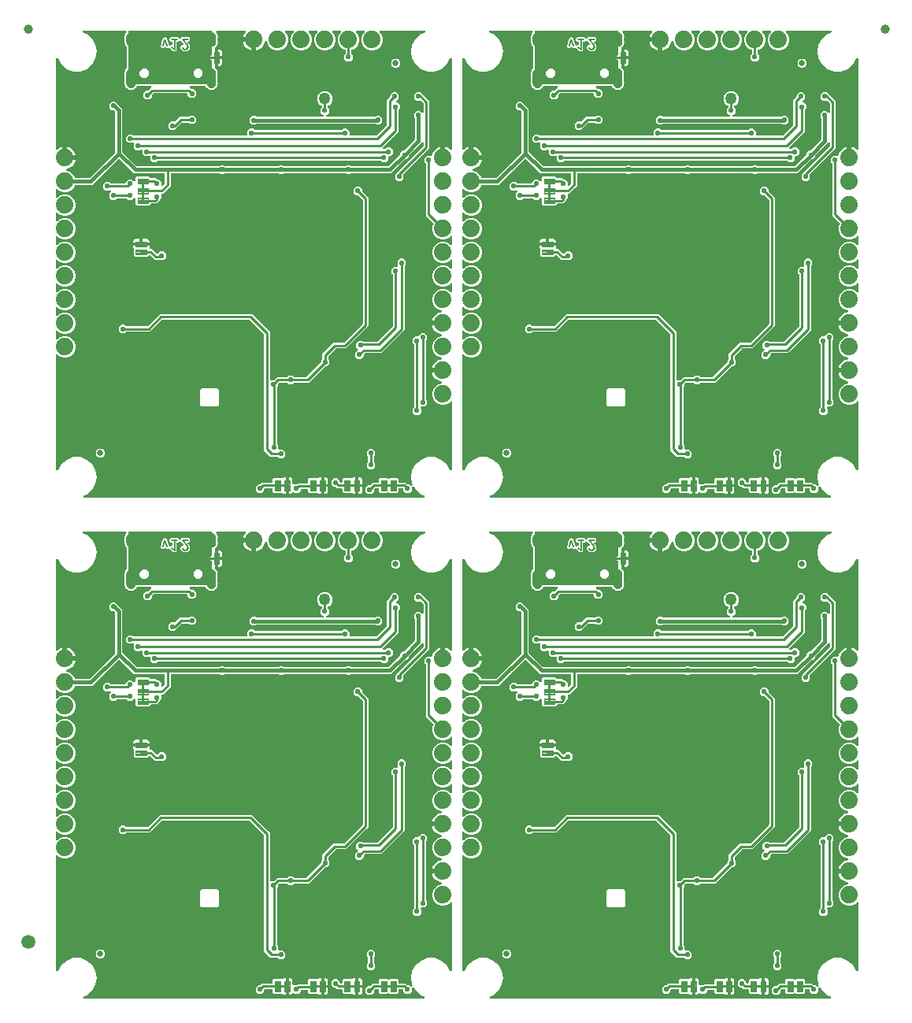
<source format=gbl>
G04 EAGLE Gerber RS-274X export*
G75*
%MOMM*%
%FSLAX34Y34*%
%LPD*%
%INBottom Copper*%
%IPPOS*%
%AMOC8*
5,1,8,0,0,1.08239X$1,22.5*%
G01*
%ADD10C,0.203200*%
%ADD11C,0.099059*%
%ADD12C,1.879600*%
%ADD13C,0.635000*%
%ADD14C,0.101600*%
%ADD15C,0.654000*%
%ADD16C,1.270000*%
%ADD17C,1.000000*%
%ADD18C,1.500000*%
%ADD19C,0.558800*%
%ADD20C,0.381000*%
%ADD21C,0.254000*%
%ADD22C,0.604000*%

G36*
X398324Y2807D02*
X398324Y2807D01*
X398421Y2810D01*
X398481Y2827D01*
X398543Y2835D01*
X398633Y2870D01*
X398727Y2897D01*
X398780Y2929D01*
X398838Y2952D01*
X398917Y3009D01*
X399001Y3058D01*
X399045Y3102D01*
X399096Y3138D01*
X399158Y3213D01*
X399227Y3282D01*
X399259Y3336D01*
X399298Y3383D01*
X399340Y3471D01*
X399390Y3555D01*
X399407Y3615D01*
X399434Y3671D01*
X399452Y3767D01*
X399480Y3860D01*
X399482Y3922D01*
X399494Y3983D01*
X399488Y4081D01*
X399491Y4178D01*
X399478Y4239D01*
X399474Y4301D01*
X399444Y4393D01*
X399423Y4489D01*
X399395Y4544D01*
X399376Y4603D01*
X399324Y4686D01*
X399280Y4773D01*
X399239Y4819D01*
X399206Y4872D01*
X399135Y4939D01*
X399071Y5012D01*
X399020Y5047D01*
X398974Y5090D01*
X398889Y5137D01*
X398809Y5192D01*
X398713Y5234D01*
X398696Y5244D01*
X398685Y5246D01*
X398661Y5257D01*
X395567Y6383D01*
X389803Y11219D01*
X387941Y14444D01*
X387853Y14560D01*
X387768Y14678D01*
X387757Y14687D01*
X387749Y14697D01*
X387635Y14788D01*
X387523Y14881D01*
X387510Y14887D01*
X387500Y14895D01*
X387366Y14955D01*
X387235Y15016D01*
X387222Y15019D01*
X387209Y15025D01*
X387065Y15049D01*
X386922Y15076D01*
X386909Y15075D01*
X386896Y15078D01*
X386750Y15065D01*
X386605Y15056D01*
X386592Y15052D01*
X386579Y15051D01*
X386441Y15003D01*
X386303Y14958D01*
X386291Y14951D01*
X386278Y14947D01*
X386157Y14866D01*
X386034Y14788D01*
X386025Y14778D01*
X386013Y14771D01*
X385916Y14663D01*
X385816Y14557D01*
X385809Y14545D01*
X385800Y14535D01*
X385733Y14406D01*
X385662Y14278D01*
X385659Y14265D01*
X385653Y14253D01*
X385619Y14111D01*
X385583Y13970D01*
X385582Y13952D01*
X385580Y13944D01*
X385580Y13926D01*
X385573Y13810D01*
X385573Y10806D01*
X382894Y8127D01*
X379106Y8127D01*
X376427Y10806D01*
X376427Y11684D01*
X376412Y11802D01*
X376405Y11921D01*
X376392Y11959D01*
X376387Y12000D01*
X376344Y12110D01*
X376307Y12223D01*
X376285Y12258D01*
X376270Y12295D01*
X376201Y12391D01*
X376137Y12492D01*
X376107Y12520D01*
X376084Y12553D01*
X375992Y12629D01*
X375905Y12710D01*
X375870Y12730D01*
X375839Y12755D01*
X375731Y12806D01*
X375627Y12864D01*
X375587Y12874D01*
X375551Y12891D01*
X375434Y12913D01*
X375319Y12943D01*
X375259Y12947D01*
X375239Y12951D01*
X375218Y12949D01*
X375158Y12953D01*
X372237Y12953D01*
X372119Y12938D01*
X372000Y12931D01*
X371962Y12918D01*
X371921Y12913D01*
X371811Y12870D01*
X371698Y12833D01*
X371663Y12811D01*
X371626Y12796D01*
X371530Y12727D01*
X371429Y12663D01*
X371401Y12633D01*
X371368Y12610D01*
X371292Y12518D01*
X371211Y12431D01*
X371191Y12396D01*
X371166Y12365D01*
X371115Y12257D01*
X371057Y12153D01*
X371047Y12113D01*
X371030Y12077D01*
X371008Y11960D01*
X370978Y11845D01*
X370974Y11785D01*
X370970Y11765D01*
X370971Y11761D01*
X370970Y11760D01*
X370971Y11742D01*
X370968Y11684D01*
X370968Y9205D01*
X369636Y7873D01*
X362138Y7873D01*
X361578Y8434D01*
X361484Y8507D01*
X361394Y8586D01*
X361358Y8604D01*
X361326Y8629D01*
X361217Y8676D01*
X361111Y8730D01*
X361072Y8739D01*
X361034Y8755D01*
X360917Y8774D01*
X360801Y8800D01*
X360760Y8799D01*
X360720Y8805D01*
X360602Y8794D01*
X360483Y8790D01*
X360444Y8779D01*
X360404Y8775D01*
X360291Y8735D01*
X360177Y8702D01*
X360143Y8682D01*
X360104Y8668D01*
X360006Y8601D01*
X359903Y8541D01*
X359858Y8501D01*
X359841Y8489D01*
X359828Y8474D01*
X359783Y8434D01*
X359222Y7873D01*
X351724Y7873D01*
X350392Y9205D01*
X350392Y11684D01*
X350377Y11802D01*
X350370Y11921D01*
X350357Y11959D01*
X350352Y12000D01*
X350309Y12110D01*
X350272Y12223D01*
X350250Y12258D01*
X350235Y12295D01*
X350166Y12391D01*
X350102Y12492D01*
X350072Y12520D01*
X350049Y12553D01*
X349957Y12629D01*
X349870Y12710D01*
X349835Y12730D01*
X349804Y12755D01*
X349696Y12806D01*
X349592Y12864D01*
X349552Y12874D01*
X349516Y12891D01*
X349399Y12913D01*
X349284Y12943D01*
X349224Y12947D01*
X349204Y12951D01*
X349183Y12949D01*
X349123Y12953D01*
X346721Y12953D01*
X346622Y12941D01*
X346523Y12938D01*
X346465Y12921D01*
X346405Y12913D01*
X346313Y12877D01*
X346218Y12849D01*
X346166Y12819D01*
X346109Y12796D01*
X346029Y12738D01*
X345944Y12688D01*
X345869Y12622D01*
X345852Y12610D01*
X345849Y12606D01*
X345847Y12605D01*
X345841Y12598D01*
X345823Y12582D01*
X345304Y12063D01*
X345244Y11985D01*
X345176Y11913D01*
X345147Y11860D01*
X345110Y11812D01*
X345070Y11721D01*
X345022Y11634D01*
X345007Y11575D01*
X344983Y11520D01*
X344968Y11422D01*
X344943Y11326D01*
X344937Y11226D01*
X344933Y11206D01*
X344935Y11193D01*
X344933Y11165D01*
X344933Y9536D01*
X342254Y6857D01*
X338466Y6857D01*
X335787Y9536D01*
X335787Y13324D01*
X338466Y16003D01*
X340095Y16003D01*
X340194Y16015D01*
X340293Y16018D01*
X340351Y16035D01*
X340411Y16043D01*
X340503Y16079D01*
X340598Y16107D01*
X340650Y16137D01*
X340707Y16160D01*
X340787Y16218D01*
X340872Y16268D01*
X340947Y16334D01*
X340964Y16346D01*
X340972Y16356D01*
X340993Y16374D01*
X343669Y19051D01*
X349123Y19051D01*
X349241Y19066D01*
X349360Y19073D01*
X349398Y19086D01*
X349439Y19091D01*
X349549Y19134D01*
X349662Y19171D01*
X349697Y19193D01*
X349734Y19208D01*
X349830Y19277D01*
X349931Y19341D01*
X349959Y19371D01*
X349992Y19394D01*
X350068Y19486D01*
X350149Y19573D01*
X350169Y19608D01*
X350194Y19639D01*
X350245Y19747D01*
X350303Y19851D01*
X350313Y19891D01*
X350330Y19927D01*
X350352Y20044D01*
X350382Y20159D01*
X350386Y20219D01*
X350390Y20239D01*
X350388Y20260D01*
X350392Y20320D01*
X350392Y22799D01*
X351724Y24131D01*
X359222Y24131D01*
X359783Y23570D01*
X359877Y23497D01*
X359966Y23418D01*
X360002Y23400D01*
X360034Y23375D01*
X360143Y23328D01*
X360249Y23274D01*
X360288Y23265D01*
X360326Y23249D01*
X360443Y23230D01*
X360559Y23204D01*
X360600Y23205D01*
X360640Y23199D01*
X360758Y23210D01*
X360877Y23214D01*
X360916Y23225D01*
X360956Y23229D01*
X361068Y23269D01*
X361183Y23302D01*
X361218Y23322D01*
X361256Y23336D01*
X361354Y23403D01*
X361457Y23463D01*
X361502Y23503D01*
X361519Y23515D01*
X361532Y23530D01*
X361578Y23570D01*
X362138Y24131D01*
X369636Y24131D01*
X370968Y22799D01*
X370968Y20320D01*
X370983Y20202D01*
X370990Y20083D01*
X371003Y20045D01*
X371008Y20004D01*
X371051Y19894D01*
X371088Y19781D01*
X371110Y19746D01*
X371125Y19709D01*
X371194Y19613D01*
X371258Y19512D01*
X371288Y19484D01*
X371311Y19451D01*
X371403Y19375D01*
X371490Y19294D01*
X371525Y19274D01*
X371556Y19249D01*
X371664Y19198D01*
X371768Y19140D01*
X371808Y19130D01*
X371844Y19113D01*
X371961Y19091D01*
X372076Y19061D01*
X372136Y19057D01*
X372156Y19053D01*
X372177Y19055D01*
X372237Y19051D01*
X378961Y19051D01*
X380367Y17644D01*
X380445Y17584D01*
X380517Y17516D01*
X380570Y17487D01*
X380618Y17450D01*
X380709Y17410D01*
X380796Y17362D01*
X380855Y17347D01*
X380910Y17323D01*
X381008Y17308D01*
X381104Y17283D01*
X381204Y17277D01*
X381224Y17273D01*
X381237Y17275D01*
X381265Y17273D01*
X382894Y17273D01*
X384155Y16012D01*
X384275Y15919D01*
X384394Y15824D01*
X384401Y15821D01*
X384406Y15817D01*
X384547Y15756D01*
X384685Y15695D01*
X384692Y15694D01*
X384698Y15691D01*
X384849Y15667D01*
X384998Y15642D01*
X385005Y15642D01*
X385012Y15641D01*
X385164Y15655D01*
X385315Y15668D01*
X385322Y15670D01*
X385328Y15671D01*
X385472Y15722D01*
X385616Y15772D01*
X385621Y15776D01*
X385628Y15778D01*
X385753Y15864D01*
X385881Y15948D01*
X385885Y15953D01*
X385891Y15957D01*
X385992Y16071D01*
X386094Y16184D01*
X386097Y16190D01*
X386101Y16195D01*
X386171Y16332D01*
X386241Y16466D01*
X386243Y16473D01*
X386246Y16479D01*
X386279Y16626D01*
X386314Y16776D01*
X386314Y16782D01*
X386316Y16789D01*
X386311Y16942D01*
X386308Y17094D01*
X386306Y17100D01*
X386306Y17107D01*
X386264Y17252D01*
X386223Y17400D01*
X386219Y17408D01*
X386218Y17412D01*
X386212Y17421D01*
X386151Y17544D01*
X386041Y17736D01*
X384734Y25146D01*
X386041Y32556D01*
X389803Y39072D01*
X395567Y43909D01*
X402638Y46483D01*
X410162Y46483D01*
X417233Y43909D01*
X422997Y39073D01*
X426637Y32768D01*
X426725Y32653D01*
X426810Y32534D01*
X426821Y32526D01*
X426829Y32515D01*
X426943Y32425D01*
X427055Y32332D01*
X427068Y32326D01*
X427078Y32317D01*
X427212Y32258D01*
X427343Y32196D01*
X427356Y32193D01*
X427369Y32188D01*
X427513Y32163D01*
X427656Y32136D01*
X427669Y32137D01*
X427682Y32135D01*
X427828Y32147D01*
X427973Y32156D01*
X427986Y32160D01*
X427999Y32161D01*
X428137Y32209D01*
X428275Y32254D01*
X428287Y32261D01*
X428300Y32266D01*
X428421Y32346D01*
X428544Y32424D01*
X428553Y32434D01*
X428565Y32441D01*
X428662Y32550D01*
X428762Y32656D01*
X428769Y32668D01*
X428778Y32678D01*
X428845Y32807D01*
X428916Y32934D01*
X428919Y32947D01*
X428925Y32959D01*
X428959Y33101D01*
X428995Y33242D01*
X428996Y33261D01*
X428998Y33269D01*
X428998Y33286D01*
X429005Y33403D01*
X429005Y105335D01*
X428988Y105473D01*
X428975Y105611D01*
X428968Y105630D01*
X428965Y105650D01*
X428914Y105780D01*
X428867Y105910D01*
X428856Y105927D01*
X428848Y105946D01*
X428767Y106058D01*
X428689Y106174D01*
X428673Y106187D01*
X428662Y106203D01*
X428554Y106292D01*
X428450Y106384D01*
X428432Y106393D01*
X428417Y106406D01*
X428291Y106465D01*
X428167Y106529D01*
X428147Y106533D01*
X428129Y106542D01*
X427992Y106568D01*
X427857Y106598D01*
X427836Y106598D01*
X427817Y106601D01*
X427678Y106593D01*
X427539Y106589D01*
X427519Y106583D01*
X427499Y106582D01*
X427367Y106539D01*
X427233Y106500D01*
X427216Y106490D01*
X427197Y106484D01*
X427079Y106409D01*
X426959Y106339D01*
X426938Y106320D01*
X426928Y106314D01*
X426914Y106299D01*
X426839Y106232D01*
X425431Y104825D01*
X421323Y103123D01*
X416877Y103123D01*
X412769Y104825D01*
X409625Y107969D01*
X407923Y112077D01*
X407923Y116523D01*
X409625Y120631D01*
X412769Y123775D01*
X417064Y125554D01*
X417176Y125618D01*
X417291Y125677D01*
X417314Y125697D01*
X417340Y125712D01*
X417433Y125802D01*
X417530Y125887D01*
X417547Y125912D01*
X417568Y125933D01*
X417636Y126043D01*
X417709Y126150D01*
X417719Y126178D01*
X417735Y126204D01*
X417773Y126327D01*
X417817Y126449D01*
X417819Y126479D01*
X417828Y126508D01*
X417834Y126637D01*
X417847Y126766D01*
X417842Y126796D01*
X417843Y126826D01*
X417817Y126952D01*
X417797Y127080D01*
X417785Y127108D01*
X417779Y127137D01*
X417722Y127253D01*
X417671Y127372D01*
X417653Y127396D01*
X417639Y127423D01*
X417555Y127521D01*
X417477Y127623D01*
X417453Y127642D01*
X417433Y127665D01*
X417327Y127739D01*
X417225Y127819D01*
X417198Y127831D01*
X417173Y127848D01*
X417052Y127894D01*
X416934Y127945D01*
X416892Y127955D01*
X416876Y127961D01*
X416854Y127963D01*
X416777Y127980D01*
X416304Y128055D01*
X414517Y128636D01*
X412843Y129489D01*
X411322Y130594D01*
X409994Y131922D01*
X408889Y133443D01*
X408036Y135117D01*
X407455Y136904D01*
X407415Y137161D01*
X417830Y137161D01*
X417948Y137176D01*
X418067Y137183D01*
X418105Y137196D01*
X418145Y137201D01*
X418256Y137244D01*
X418369Y137281D01*
X418403Y137303D01*
X418441Y137318D01*
X418537Y137388D01*
X418638Y137451D01*
X418666Y137481D01*
X418698Y137504D01*
X418774Y137596D01*
X418856Y137683D01*
X418875Y137718D01*
X418901Y137749D01*
X418952Y137857D01*
X419009Y137961D01*
X419020Y138001D01*
X419037Y138037D01*
X419059Y138154D01*
X419089Y138269D01*
X419093Y138330D01*
X419097Y138350D01*
X419095Y138370D01*
X419099Y138430D01*
X419099Y140970D01*
X419084Y141088D01*
X419077Y141207D01*
X419064Y141245D01*
X419059Y141285D01*
X419015Y141396D01*
X418979Y141509D01*
X418957Y141544D01*
X418942Y141581D01*
X418872Y141677D01*
X418809Y141778D01*
X418779Y141806D01*
X418755Y141839D01*
X418664Y141914D01*
X418577Y141996D01*
X418542Y142016D01*
X418510Y142041D01*
X418403Y142092D01*
X418298Y142150D01*
X418259Y142160D01*
X418223Y142177D01*
X418106Y142199D01*
X417991Y142229D01*
X417930Y142233D01*
X417910Y142237D01*
X417890Y142235D01*
X417830Y142239D01*
X407415Y142239D01*
X407455Y142496D01*
X408036Y144283D01*
X408889Y145957D01*
X409994Y147478D01*
X411322Y148806D01*
X412843Y149911D01*
X414517Y150764D01*
X416304Y151345D01*
X416777Y151420D01*
X416900Y151455D01*
X417026Y151486D01*
X417053Y151500D01*
X417082Y151508D01*
X417193Y151574D01*
X417307Y151634D01*
X417330Y151655D01*
X417356Y151670D01*
X417447Y151761D01*
X417543Y151848D01*
X417559Y151874D01*
X417581Y151895D01*
X417646Y152006D01*
X417718Y152114D01*
X417727Y152143D01*
X417743Y152169D01*
X417779Y152293D01*
X417821Y152415D01*
X417823Y152445D01*
X417832Y152474D01*
X417836Y152603D01*
X417846Y152732D01*
X417841Y152762D01*
X417842Y152792D01*
X417814Y152918D01*
X417792Y153045D01*
X417779Y153073D01*
X417773Y153102D01*
X417714Y153218D01*
X417661Y153335D01*
X417642Y153359D01*
X417628Y153386D01*
X417543Y153483D01*
X417462Y153584D01*
X417438Y153602D01*
X417418Y153624D01*
X417311Y153697D01*
X417208Y153775D01*
X417170Y153794D01*
X417156Y153803D01*
X417135Y153811D01*
X417064Y153846D01*
X412769Y155625D01*
X409625Y158769D01*
X407923Y162877D01*
X407923Y167323D01*
X409625Y171431D01*
X412769Y174575D01*
X417064Y176354D01*
X417176Y176418D01*
X417291Y176477D01*
X417314Y176497D01*
X417340Y176512D01*
X417433Y176602D01*
X417530Y176687D01*
X417547Y176712D01*
X417568Y176733D01*
X417636Y176843D01*
X417709Y176950D01*
X417719Y176978D01*
X417735Y177004D01*
X417773Y177127D01*
X417817Y177249D01*
X417819Y177279D01*
X417828Y177308D01*
X417834Y177437D01*
X417847Y177566D01*
X417842Y177596D01*
X417843Y177626D01*
X417817Y177752D01*
X417797Y177880D01*
X417785Y177908D01*
X417779Y177937D01*
X417722Y178053D01*
X417671Y178172D01*
X417653Y178196D01*
X417639Y178223D01*
X417555Y178321D01*
X417477Y178423D01*
X417453Y178442D01*
X417433Y178465D01*
X417327Y178539D01*
X417225Y178619D01*
X417198Y178631D01*
X417173Y178648D01*
X417052Y178694D01*
X416934Y178745D01*
X416892Y178755D01*
X416876Y178761D01*
X416854Y178763D01*
X416777Y178780D01*
X416304Y178855D01*
X414517Y179436D01*
X412843Y180289D01*
X411322Y181394D01*
X409994Y182722D01*
X408889Y184243D01*
X408036Y185917D01*
X407455Y187704D01*
X407415Y187961D01*
X417830Y187961D01*
X417948Y187976D01*
X418067Y187983D01*
X418105Y187996D01*
X418145Y188001D01*
X418256Y188044D01*
X418369Y188081D01*
X418403Y188103D01*
X418441Y188118D01*
X418537Y188188D01*
X418638Y188251D01*
X418666Y188281D01*
X418698Y188304D01*
X418774Y188396D01*
X418856Y188483D01*
X418875Y188518D01*
X418901Y188549D01*
X418952Y188657D01*
X419009Y188761D01*
X419020Y188801D01*
X419037Y188837D01*
X419059Y188954D01*
X419089Y189069D01*
X419093Y189130D01*
X419097Y189150D01*
X419095Y189170D01*
X419099Y189230D01*
X419099Y191770D01*
X419084Y191888D01*
X419077Y192007D01*
X419064Y192045D01*
X419059Y192085D01*
X419015Y192196D01*
X418979Y192309D01*
X418957Y192344D01*
X418942Y192381D01*
X418872Y192477D01*
X418809Y192578D01*
X418779Y192606D01*
X418755Y192639D01*
X418664Y192714D01*
X418577Y192796D01*
X418542Y192816D01*
X418510Y192841D01*
X418403Y192892D01*
X418298Y192950D01*
X418259Y192960D01*
X418223Y192977D01*
X418106Y192999D01*
X417991Y193029D01*
X417930Y193033D01*
X417910Y193037D01*
X417890Y193035D01*
X417830Y193039D01*
X407415Y193039D01*
X407455Y193296D01*
X408036Y195083D01*
X408889Y196757D01*
X409994Y198278D01*
X411322Y199606D01*
X412843Y200711D01*
X414517Y201564D01*
X416304Y202145D01*
X416777Y202220D01*
X416900Y202255D01*
X417026Y202286D01*
X417053Y202300D01*
X417082Y202308D01*
X417193Y202374D01*
X417307Y202434D01*
X417330Y202455D01*
X417356Y202470D01*
X417447Y202561D01*
X417543Y202648D01*
X417559Y202674D01*
X417581Y202695D01*
X417646Y202806D01*
X417718Y202914D01*
X417727Y202943D01*
X417743Y202969D01*
X417779Y203093D01*
X417821Y203215D01*
X417823Y203245D01*
X417832Y203274D01*
X417836Y203403D01*
X417846Y203532D01*
X417841Y203562D01*
X417842Y203592D01*
X417814Y203718D01*
X417792Y203845D01*
X417779Y203873D01*
X417773Y203902D01*
X417714Y204018D01*
X417661Y204135D01*
X417642Y204159D01*
X417628Y204186D01*
X417543Y204283D01*
X417462Y204384D01*
X417438Y204402D01*
X417418Y204424D01*
X417311Y204497D01*
X417208Y204575D01*
X417170Y204594D01*
X417156Y204603D01*
X417135Y204611D01*
X417064Y204646D01*
X412769Y206425D01*
X409625Y209569D01*
X407923Y213677D01*
X407923Y218123D01*
X409625Y222231D01*
X412769Y225375D01*
X416877Y227077D01*
X421323Y227077D01*
X425431Y225375D01*
X426839Y223968D01*
X426934Y223893D01*
X426941Y223887D01*
X426945Y223885D01*
X426948Y223882D01*
X427055Y223794D01*
X427074Y223785D01*
X427090Y223773D01*
X427218Y223717D01*
X427343Y223658D01*
X427363Y223655D01*
X427382Y223646D01*
X427520Y223625D01*
X427656Y223599D01*
X427676Y223600D01*
X427696Y223597D01*
X427835Y223610D01*
X427973Y223618D01*
X427992Y223625D01*
X428012Y223626D01*
X428144Y223674D01*
X428275Y223716D01*
X428293Y223727D01*
X428312Y223734D01*
X428427Y223812D01*
X428544Y223886D01*
X428558Y223901D01*
X428575Y223913D01*
X428667Y224017D01*
X428762Y224118D01*
X428772Y224136D01*
X428785Y224151D01*
X428849Y224275D01*
X428916Y224397D01*
X428921Y224416D01*
X428930Y224434D01*
X428960Y224570D01*
X428995Y224705D01*
X428997Y224733D01*
X429000Y224745D01*
X428999Y224765D01*
X429005Y224865D01*
X429005Y232335D01*
X428988Y232473D01*
X428975Y232611D01*
X428968Y232630D01*
X428965Y232650D01*
X428914Y232780D01*
X428867Y232910D01*
X428856Y232927D01*
X428848Y232946D01*
X428767Y233058D01*
X428689Y233174D01*
X428673Y233187D01*
X428662Y233203D01*
X428554Y233292D01*
X428450Y233384D01*
X428432Y233393D01*
X428417Y233406D01*
X428291Y233465D01*
X428167Y233529D01*
X428147Y233533D01*
X428129Y233542D01*
X427992Y233568D01*
X427857Y233598D01*
X427836Y233598D01*
X427817Y233601D01*
X427678Y233593D01*
X427539Y233589D01*
X427519Y233583D01*
X427499Y233582D01*
X427367Y233539D01*
X427233Y233500D01*
X427216Y233490D01*
X427197Y233484D01*
X427079Y233409D01*
X426959Y233339D01*
X426938Y233320D01*
X426928Y233314D01*
X426914Y233299D01*
X426839Y233232D01*
X425431Y231825D01*
X421323Y230123D01*
X416877Y230123D01*
X412769Y231825D01*
X409625Y234969D01*
X407923Y239077D01*
X407923Y243523D01*
X409625Y247631D01*
X412769Y250775D01*
X416877Y252477D01*
X421323Y252477D01*
X425431Y250775D01*
X426839Y249368D01*
X426929Y249298D01*
X426956Y249272D01*
X426970Y249264D01*
X427055Y249194D01*
X427074Y249185D01*
X427090Y249173D01*
X427218Y249117D01*
X427343Y249058D01*
X427363Y249055D01*
X427382Y249046D01*
X427520Y249025D01*
X427656Y248999D01*
X427676Y249000D01*
X427696Y248997D01*
X427835Y249010D01*
X427973Y249018D01*
X427992Y249025D01*
X428012Y249026D01*
X428144Y249074D01*
X428275Y249116D01*
X428293Y249127D01*
X428312Y249134D01*
X428427Y249212D01*
X428544Y249286D01*
X428558Y249301D01*
X428575Y249313D01*
X428667Y249417D01*
X428762Y249518D01*
X428772Y249536D01*
X428785Y249551D01*
X428849Y249675D01*
X428916Y249797D01*
X428921Y249816D01*
X428930Y249834D01*
X428960Y249970D01*
X428995Y250105D01*
X428997Y250133D01*
X429000Y250145D01*
X428999Y250165D01*
X429002Y250215D01*
X429003Y250218D01*
X429002Y250221D01*
X429005Y250265D01*
X429005Y257735D01*
X428988Y257873D01*
X428975Y258011D01*
X428968Y258030D01*
X428965Y258050D01*
X428914Y258180D01*
X428867Y258310D01*
X428856Y258327D01*
X428848Y258346D01*
X428767Y258458D01*
X428689Y258574D01*
X428673Y258587D01*
X428662Y258603D01*
X428554Y258692D01*
X428450Y258784D01*
X428432Y258793D01*
X428417Y258806D01*
X428291Y258865D01*
X428167Y258929D01*
X428147Y258933D01*
X428129Y258942D01*
X427992Y258968D01*
X427857Y258998D01*
X427836Y258998D01*
X427817Y259001D01*
X427678Y258993D01*
X427539Y258989D01*
X427519Y258983D01*
X427499Y258982D01*
X427367Y258939D01*
X427233Y258900D01*
X427216Y258890D01*
X427197Y258884D01*
X427079Y258809D01*
X426959Y258739D01*
X426938Y258720D01*
X426928Y258714D01*
X426914Y258699D01*
X426839Y258632D01*
X425431Y257225D01*
X421323Y255523D01*
X416877Y255523D01*
X412769Y257225D01*
X409625Y260369D01*
X407923Y264477D01*
X407923Y268923D01*
X409625Y273031D01*
X412769Y276175D01*
X416877Y277877D01*
X421323Y277877D01*
X425431Y276175D01*
X426839Y274768D01*
X426924Y274702D01*
X426971Y274657D01*
X426995Y274644D01*
X427055Y274594D01*
X427074Y274585D01*
X427090Y274573D01*
X427218Y274517D01*
X427343Y274458D01*
X427363Y274455D01*
X427382Y274446D01*
X427520Y274425D01*
X427656Y274399D01*
X427676Y274400D01*
X427696Y274397D01*
X427835Y274410D01*
X427973Y274418D01*
X427992Y274425D01*
X428012Y274426D01*
X428144Y274474D01*
X428275Y274516D01*
X428293Y274527D01*
X428312Y274534D01*
X428427Y274612D01*
X428544Y274686D01*
X428558Y274701D01*
X428575Y274713D01*
X428667Y274817D01*
X428762Y274918D01*
X428772Y274936D01*
X428785Y274951D01*
X428849Y275075D01*
X428916Y275197D01*
X428921Y275216D01*
X428930Y275234D01*
X428942Y275289D01*
X428943Y275291D01*
X428945Y275303D01*
X428960Y275370D01*
X428995Y275505D01*
X428997Y275533D01*
X429000Y275545D01*
X428999Y275565D01*
X429001Y275592D01*
X429003Y275603D01*
X429002Y275614D01*
X429005Y275665D01*
X429005Y283135D01*
X428988Y283273D01*
X428975Y283411D01*
X428968Y283430D01*
X428965Y283450D01*
X428914Y283580D01*
X428867Y283710D01*
X428856Y283727D01*
X428848Y283746D01*
X428767Y283858D01*
X428689Y283974D01*
X428673Y283987D01*
X428662Y284003D01*
X428554Y284092D01*
X428450Y284184D01*
X428432Y284193D01*
X428417Y284206D01*
X428291Y284265D01*
X428167Y284329D01*
X428147Y284333D01*
X428129Y284342D01*
X427992Y284368D01*
X427857Y284398D01*
X427836Y284398D01*
X427817Y284401D01*
X427678Y284393D01*
X427539Y284389D01*
X427519Y284383D01*
X427499Y284382D01*
X427367Y284339D01*
X427233Y284300D01*
X427216Y284290D01*
X427197Y284284D01*
X427079Y284209D01*
X426959Y284139D01*
X426938Y284120D01*
X426928Y284114D01*
X426914Y284099D01*
X426839Y284032D01*
X425431Y282625D01*
X421323Y280923D01*
X416877Y280923D01*
X412769Y282625D01*
X409625Y285769D01*
X407923Y289877D01*
X407923Y294323D01*
X408958Y296822D01*
X408966Y296851D01*
X408980Y296877D01*
X409008Y297004D01*
X409042Y297129D01*
X409043Y297158D01*
X409049Y297187D01*
X409045Y297317D01*
X409047Y297447D01*
X409040Y297475D01*
X409040Y297505D01*
X409003Y297630D01*
X408973Y297756D01*
X408959Y297782D01*
X408951Y297810D01*
X408885Y297922D01*
X408824Y298037D01*
X408805Y298059D01*
X408790Y298084D01*
X408683Y298205D01*
X400811Y306077D01*
X400811Y361816D01*
X400799Y361914D01*
X400796Y362013D01*
X400779Y362072D01*
X400771Y362132D01*
X400735Y362224D01*
X400707Y362319D01*
X400677Y362371D01*
X400654Y362427D01*
X400596Y362507D01*
X400546Y362593D01*
X400480Y362668D01*
X400468Y362685D01*
X400458Y362693D01*
X400440Y362714D01*
X399287Y363866D01*
X399287Y367654D01*
X401966Y370333D01*
X406219Y370333D01*
X406239Y370329D01*
X406275Y370333D01*
X406280Y370333D01*
X406293Y370334D01*
X406340Y370339D01*
X406442Y370339D01*
X406498Y370353D01*
X406555Y370358D01*
X406651Y370392D01*
X406750Y370417D01*
X406801Y370445D01*
X406855Y370464D01*
X406940Y370521D01*
X407029Y370570D01*
X407071Y370610D01*
X407119Y370642D01*
X407187Y370718D01*
X407261Y370788D01*
X407292Y370837D01*
X407330Y370880D01*
X407377Y370970D01*
X407432Y371056D01*
X407466Y371143D01*
X407476Y371162D01*
X407479Y371176D01*
X407491Y371206D01*
X408036Y372883D01*
X408889Y374557D01*
X409994Y376078D01*
X411322Y377406D01*
X412843Y378511D01*
X414517Y379364D01*
X416304Y379945D01*
X416561Y379985D01*
X416561Y369570D01*
X416576Y369452D01*
X416583Y369333D01*
X416596Y369295D01*
X416601Y369255D01*
X416644Y369144D01*
X416681Y369031D01*
X416703Y368997D01*
X416718Y368959D01*
X416788Y368863D01*
X416851Y368762D01*
X416881Y368734D01*
X416904Y368702D01*
X416996Y368626D01*
X417083Y368544D01*
X417118Y368525D01*
X417149Y368499D01*
X417257Y368448D01*
X417361Y368391D01*
X417401Y368380D01*
X417437Y368363D01*
X417554Y368341D01*
X417669Y368311D01*
X417730Y368307D01*
X417750Y368303D01*
X417770Y368305D01*
X417830Y368301D01*
X420370Y368301D01*
X420488Y368316D01*
X420607Y368323D01*
X420645Y368336D01*
X420685Y368341D01*
X420796Y368385D01*
X420909Y368421D01*
X420944Y368443D01*
X420981Y368458D01*
X421077Y368528D01*
X421178Y368591D01*
X421206Y368621D01*
X421239Y368645D01*
X421314Y368736D01*
X421396Y368823D01*
X421416Y368858D01*
X421441Y368890D01*
X421492Y368997D01*
X421550Y369102D01*
X421560Y369141D01*
X421577Y369177D01*
X421599Y369294D01*
X421629Y369409D01*
X421633Y369470D01*
X421637Y369490D01*
X421635Y369510D01*
X421636Y369526D01*
X421637Y369527D01*
X421637Y369529D01*
X421639Y369570D01*
X421639Y379985D01*
X421896Y379945D01*
X423683Y379364D01*
X425357Y378511D01*
X426958Y377348D01*
X426974Y377339D01*
X427055Y377271D01*
X427074Y377263D01*
X427089Y377251D01*
X427217Y377195D01*
X427343Y377136D01*
X427363Y377132D01*
X427381Y377124D01*
X427519Y377102D01*
X427656Y377076D01*
X427675Y377077D01*
X427695Y377074D01*
X427834Y377087D01*
X427973Y377096D01*
X427992Y377102D01*
X428012Y377104D01*
X428143Y377151D01*
X428275Y377194D01*
X428292Y377205D01*
X428311Y377211D01*
X428426Y377289D01*
X428544Y377364D01*
X428558Y377379D01*
X428574Y377390D01*
X428666Y377494D01*
X428762Y377596D01*
X428772Y377613D01*
X428785Y377628D01*
X428848Y377752D01*
X428916Y377874D01*
X428921Y377894D01*
X428930Y377911D01*
X428960Y378047D01*
X428995Y378182D01*
X428997Y378210D01*
X428999Y378222D01*
X428999Y378242D01*
X429005Y378343D01*
X429005Y474343D01*
X428987Y474487D01*
X428972Y474633D01*
X428967Y474645D01*
X428965Y474659D01*
X428912Y474794D01*
X428861Y474931D01*
X428853Y474942D01*
X428848Y474954D01*
X428763Y475072D01*
X428680Y475192D01*
X428670Y475201D01*
X428662Y475212D01*
X428549Y475305D01*
X428439Y475400D01*
X428427Y475406D01*
X428417Y475415D01*
X428285Y475476D01*
X428154Y475541D01*
X428141Y475544D01*
X428129Y475550D01*
X427987Y475577D01*
X427843Y475608D01*
X427830Y475607D01*
X427817Y475610D01*
X427672Y475601D01*
X427526Y475595D01*
X427513Y475591D01*
X427499Y475590D01*
X427361Y475545D01*
X427221Y475503D01*
X427209Y475496D01*
X427197Y475492D01*
X427073Y475414D01*
X426949Y475339D01*
X426939Y475329D01*
X426928Y475322D01*
X426828Y475215D01*
X426726Y475112D01*
X426716Y475096D01*
X426710Y475090D01*
X426702Y475075D01*
X426637Y474978D01*
X422997Y468673D01*
X417233Y463837D01*
X410162Y461263D01*
X402638Y461263D01*
X395567Y463837D01*
X389803Y468673D01*
X386041Y475190D01*
X384734Y482600D01*
X386041Y490010D01*
X389803Y496526D01*
X395567Y501363D01*
X399359Y502743D01*
X399446Y502788D01*
X399536Y502824D01*
X399586Y502860D01*
X399642Y502889D01*
X399715Y502953D01*
X399793Y503010D01*
X399833Y503058D01*
X399880Y503100D01*
X399934Y503180D01*
X399996Y503255D01*
X400023Y503312D01*
X400058Y503363D01*
X400090Y503455D01*
X400132Y503543D01*
X400143Y503604D01*
X400164Y503663D01*
X400173Y503760D01*
X400192Y503856D01*
X400188Y503918D01*
X400193Y503980D01*
X400178Y504076D01*
X400172Y504173D01*
X400153Y504232D01*
X400143Y504294D01*
X400104Y504383D01*
X400074Y504475D01*
X400040Y504528D01*
X400016Y504585D01*
X399956Y504662D01*
X399904Y504744D01*
X399858Y504787D01*
X399820Y504836D01*
X399743Y504895D01*
X399672Y504962D01*
X399617Y504992D01*
X399568Y505030D01*
X399479Y505069D01*
X399393Y505116D01*
X399333Y505131D01*
X399276Y505156D01*
X399180Y505171D01*
X399086Y505195D01*
X398981Y505202D01*
X398962Y505205D01*
X398950Y505204D01*
X398925Y505205D01*
X351865Y505205D01*
X351727Y505188D01*
X351589Y505175D01*
X351570Y505168D01*
X351550Y505165D01*
X351420Y505114D01*
X351290Y505067D01*
X351273Y505056D01*
X351254Y505048D01*
X351142Y504967D01*
X351026Y504889D01*
X351013Y504873D01*
X350997Y504862D01*
X350908Y504754D01*
X350816Y504650D01*
X350807Y504632D01*
X350794Y504617D01*
X350735Y504491D01*
X350671Y504367D01*
X350667Y504347D01*
X350658Y504329D01*
X350632Y504192D01*
X350602Y504057D01*
X350602Y504036D01*
X350599Y504017D01*
X350607Y503878D01*
X350611Y503739D01*
X350617Y503719D01*
X350618Y503699D01*
X350661Y503567D01*
X350700Y503433D01*
X350710Y503416D01*
X350716Y503397D01*
X350791Y503279D01*
X350861Y503159D01*
X350880Y503138D01*
X350886Y503128D01*
X350901Y503114D01*
X350968Y503039D01*
X352375Y501631D01*
X354077Y497523D01*
X354077Y493077D01*
X352375Y488969D01*
X349231Y485825D01*
X345123Y484123D01*
X340677Y484123D01*
X336569Y485825D01*
X333425Y488969D01*
X331723Y493077D01*
X331723Y497523D01*
X333425Y501631D01*
X334832Y503039D01*
X334918Y503148D01*
X335006Y503255D01*
X335015Y503274D01*
X335027Y503290D01*
X335083Y503418D01*
X335142Y503543D01*
X335145Y503563D01*
X335154Y503582D01*
X335175Y503720D01*
X335201Y503856D01*
X335200Y503876D01*
X335203Y503896D01*
X335190Y504035D01*
X335182Y504173D01*
X335175Y504192D01*
X335174Y504212D01*
X335126Y504344D01*
X335084Y504475D01*
X335073Y504493D01*
X335066Y504512D01*
X334988Y504627D01*
X334914Y504744D01*
X334899Y504758D01*
X334887Y504775D01*
X334783Y504867D01*
X334682Y504962D01*
X334664Y504972D01*
X334649Y504985D01*
X334525Y505049D01*
X334403Y505116D01*
X334384Y505121D01*
X334366Y505130D01*
X334230Y505160D01*
X334095Y505195D01*
X334067Y505197D01*
X334055Y505200D01*
X334035Y505199D01*
X333935Y505205D01*
X326465Y505205D01*
X326327Y505188D01*
X326189Y505175D01*
X326170Y505168D01*
X326150Y505165D01*
X326020Y505114D01*
X325890Y505067D01*
X325873Y505056D01*
X325854Y505048D01*
X325742Y504967D01*
X325626Y504889D01*
X325613Y504873D01*
X325597Y504862D01*
X325508Y504754D01*
X325416Y504650D01*
X325407Y504632D01*
X325394Y504617D01*
X325335Y504491D01*
X325271Y504367D01*
X325267Y504347D01*
X325258Y504329D01*
X325232Y504192D01*
X325202Y504057D01*
X325202Y504036D01*
X325199Y504017D01*
X325207Y503878D01*
X325211Y503739D01*
X325217Y503719D01*
X325218Y503699D01*
X325261Y503567D01*
X325300Y503433D01*
X325310Y503416D01*
X325316Y503397D01*
X325391Y503279D01*
X325461Y503159D01*
X325480Y503138D01*
X325486Y503128D01*
X325501Y503114D01*
X325568Y503039D01*
X326975Y501631D01*
X328677Y497523D01*
X328677Y493077D01*
X326975Y488969D01*
X323831Y485825D01*
X321332Y484790D01*
X321307Y484775D01*
X321279Y484766D01*
X321169Y484697D01*
X321056Y484632D01*
X321035Y484612D01*
X321010Y484596D01*
X320921Y484501D01*
X320828Y484411D01*
X320812Y484386D01*
X320792Y484364D01*
X320729Y484250D01*
X320661Y484140D01*
X320653Y484112D01*
X320638Y484086D01*
X320606Y483960D01*
X320568Y483836D01*
X320566Y483806D01*
X320559Y483778D01*
X320549Y483617D01*
X320549Y480490D01*
X320561Y480392D01*
X320564Y480293D01*
X320581Y480234D01*
X320589Y480174D01*
X320625Y480082D01*
X320653Y479987D01*
X320683Y479935D01*
X320706Y479879D01*
X320764Y479799D01*
X320814Y479713D01*
X320880Y479638D01*
X320892Y479621D01*
X320902Y479613D01*
X320920Y479592D01*
X322033Y478480D01*
X322033Y474692D01*
X319354Y472013D01*
X315566Y472013D01*
X312887Y474692D01*
X312887Y478480D01*
X314080Y479672D01*
X314140Y479751D01*
X314208Y479823D01*
X314237Y479876D01*
X314274Y479924D01*
X314314Y480015D01*
X314362Y480101D01*
X314377Y480160D01*
X314401Y480215D01*
X314416Y480313D01*
X314441Y480409D01*
X314447Y480509D01*
X314451Y480530D01*
X314449Y480542D01*
X314451Y480570D01*
X314451Y483617D01*
X314448Y483646D01*
X314450Y483676D01*
X314428Y483804D01*
X314411Y483933D01*
X314401Y483960D01*
X314396Y483989D01*
X314342Y484108D01*
X314294Y484228D01*
X314277Y484252D01*
X314265Y484279D01*
X314184Y484381D01*
X314108Y484486D01*
X314085Y484505D01*
X314066Y484528D01*
X313963Y484606D01*
X313863Y484689D01*
X313836Y484701D01*
X313812Y484719D01*
X313668Y484790D01*
X311169Y485825D01*
X308025Y488969D01*
X306323Y493077D01*
X306323Y497523D01*
X308025Y501631D01*
X309432Y503039D01*
X309518Y503148D01*
X309606Y503255D01*
X309615Y503274D01*
X309627Y503290D01*
X309683Y503418D01*
X309742Y503543D01*
X309745Y503563D01*
X309754Y503582D01*
X309775Y503720D01*
X309801Y503856D01*
X309800Y503876D01*
X309803Y503896D01*
X309790Y504035D01*
X309782Y504173D01*
X309775Y504192D01*
X309774Y504212D01*
X309726Y504344D01*
X309684Y504475D01*
X309673Y504493D01*
X309666Y504512D01*
X309588Y504627D01*
X309514Y504744D01*
X309499Y504758D01*
X309487Y504775D01*
X309383Y504867D01*
X309282Y504962D01*
X309264Y504972D01*
X309249Y504985D01*
X309125Y505049D01*
X309003Y505116D01*
X308984Y505121D01*
X308966Y505130D01*
X308830Y505160D01*
X308695Y505195D01*
X308667Y505197D01*
X308655Y505200D01*
X308635Y505199D01*
X308535Y505205D01*
X301065Y505205D01*
X300927Y505188D01*
X300789Y505175D01*
X300770Y505168D01*
X300750Y505165D01*
X300620Y505114D01*
X300490Y505067D01*
X300473Y505056D01*
X300454Y505048D01*
X300342Y504967D01*
X300226Y504889D01*
X300213Y504873D01*
X300197Y504862D01*
X300108Y504754D01*
X300016Y504650D01*
X300007Y504632D01*
X299994Y504617D01*
X299935Y504491D01*
X299871Y504367D01*
X299867Y504347D01*
X299858Y504329D01*
X299832Y504192D01*
X299802Y504057D01*
X299802Y504036D01*
X299799Y504017D01*
X299807Y503878D01*
X299811Y503739D01*
X299817Y503719D01*
X299818Y503699D01*
X299861Y503567D01*
X299900Y503433D01*
X299910Y503416D01*
X299916Y503397D01*
X299991Y503279D01*
X300061Y503159D01*
X300080Y503138D01*
X300086Y503128D01*
X300101Y503114D01*
X300168Y503039D01*
X301575Y501631D01*
X303277Y497523D01*
X303277Y493077D01*
X301575Y488969D01*
X298431Y485825D01*
X294323Y484123D01*
X289877Y484123D01*
X285769Y485825D01*
X282625Y488969D01*
X280923Y493077D01*
X280923Y497523D01*
X282625Y501631D01*
X284032Y503039D01*
X284118Y503148D01*
X284206Y503255D01*
X284215Y503274D01*
X284227Y503290D01*
X284283Y503418D01*
X284342Y503543D01*
X284345Y503563D01*
X284354Y503582D01*
X284375Y503720D01*
X284401Y503856D01*
X284400Y503876D01*
X284403Y503896D01*
X284390Y504035D01*
X284382Y504173D01*
X284375Y504192D01*
X284374Y504212D01*
X284326Y504344D01*
X284284Y504475D01*
X284273Y504493D01*
X284266Y504512D01*
X284188Y504627D01*
X284114Y504744D01*
X284099Y504758D01*
X284087Y504775D01*
X283983Y504867D01*
X283882Y504962D01*
X283864Y504972D01*
X283849Y504985D01*
X283725Y505049D01*
X283603Y505116D01*
X283584Y505121D01*
X283566Y505130D01*
X283430Y505160D01*
X283295Y505195D01*
X283267Y505197D01*
X283255Y505200D01*
X283235Y505199D01*
X283135Y505205D01*
X275665Y505205D01*
X275527Y505188D01*
X275389Y505175D01*
X275370Y505168D01*
X275350Y505165D01*
X275220Y505114D01*
X275090Y505067D01*
X275073Y505056D01*
X275054Y505048D01*
X274942Y504967D01*
X274826Y504889D01*
X274813Y504873D01*
X274797Y504862D01*
X274708Y504754D01*
X274616Y504650D01*
X274607Y504632D01*
X274594Y504617D01*
X274535Y504491D01*
X274471Y504367D01*
X274467Y504347D01*
X274458Y504329D01*
X274432Y504192D01*
X274402Y504057D01*
X274402Y504036D01*
X274399Y504017D01*
X274407Y503878D01*
X274411Y503739D01*
X274417Y503719D01*
X274418Y503699D01*
X274461Y503567D01*
X274500Y503433D01*
X274510Y503416D01*
X274516Y503397D01*
X274591Y503279D01*
X274661Y503159D01*
X274680Y503138D01*
X274686Y503128D01*
X274701Y503114D01*
X274768Y503039D01*
X276175Y501631D01*
X277877Y497523D01*
X277877Y493077D01*
X276175Y488969D01*
X273031Y485825D01*
X268923Y484123D01*
X264477Y484123D01*
X260369Y485825D01*
X257225Y488969D01*
X255523Y493077D01*
X255523Y497523D01*
X257225Y501631D01*
X258632Y503039D01*
X258718Y503148D01*
X258806Y503255D01*
X258815Y503274D01*
X258827Y503290D01*
X258883Y503418D01*
X258942Y503543D01*
X258945Y503563D01*
X258954Y503582D01*
X258975Y503720D01*
X259001Y503856D01*
X259000Y503876D01*
X259003Y503896D01*
X258990Y504035D01*
X258982Y504173D01*
X258975Y504192D01*
X258974Y504212D01*
X258926Y504344D01*
X258884Y504475D01*
X258873Y504493D01*
X258866Y504512D01*
X258788Y504627D01*
X258714Y504744D01*
X258699Y504758D01*
X258687Y504775D01*
X258583Y504867D01*
X258482Y504962D01*
X258464Y504972D01*
X258449Y504985D01*
X258325Y505049D01*
X258203Y505116D01*
X258184Y505121D01*
X258166Y505130D01*
X258030Y505160D01*
X257895Y505195D01*
X257867Y505197D01*
X257855Y505200D01*
X257835Y505199D01*
X257735Y505205D01*
X250265Y505205D01*
X250127Y505188D01*
X249989Y505175D01*
X249970Y505168D01*
X249950Y505165D01*
X249820Y505114D01*
X249690Y505067D01*
X249673Y505056D01*
X249654Y505048D01*
X249542Y504967D01*
X249426Y504889D01*
X249413Y504873D01*
X249397Y504862D01*
X249308Y504754D01*
X249216Y504650D01*
X249207Y504632D01*
X249194Y504617D01*
X249135Y504491D01*
X249071Y504367D01*
X249067Y504347D01*
X249058Y504329D01*
X249032Y504192D01*
X249002Y504057D01*
X249002Y504036D01*
X248999Y504017D01*
X249007Y503878D01*
X249011Y503739D01*
X249017Y503719D01*
X249018Y503699D01*
X249061Y503567D01*
X249100Y503433D01*
X249110Y503416D01*
X249116Y503397D01*
X249191Y503279D01*
X249261Y503159D01*
X249280Y503138D01*
X249286Y503128D01*
X249301Y503114D01*
X249368Y503039D01*
X250775Y501631D01*
X252477Y497523D01*
X252477Y493077D01*
X250775Y488969D01*
X247631Y485825D01*
X243523Y484123D01*
X239077Y484123D01*
X234969Y485825D01*
X231825Y488969D01*
X230046Y493264D01*
X229982Y493376D01*
X229923Y493491D01*
X229903Y493514D01*
X229888Y493540D01*
X229798Y493633D01*
X229713Y493730D01*
X229688Y493747D01*
X229667Y493769D01*
X229557Y493836D01*
X229450Y493909D01*
X229422Y493919D01*
X229396Y493935D01*
X229272Y493973D01*
X229151Y494017D01*
X229121Y494020D01*
X229092Y494028D01*
X228963Y494034D01*
X228834Y494047D01*
X228804Y494042D01*
X228774Y494043D01*
X228648Y494017D01*
X228520Y493997D01*
X228492Y493985D01*
X228463Y493979D01*
X228346Y493922D01*
X228228Y493871D01*
X228204Y493853D01*
X228177Y493839D01*
X228079Y493755D01*
X227977Y493677D01*
X227958Y493653D01*
X227935Y493633D01*
X227861Y493527D01*
X227781Y493425D01*
X227769Y493398D01*
X227752Y493373D01*
X227706Y493252D01*
X227655Y493134D01*
X227645Y493092D01*
X227639Y493076D01*
X227637Y493054D01*
X227620Y492977D01*
X227545Y492504D01*
X226964Y490717D01*
X226111Y489043D01*
X225006Y487522D01*
X223678Y486194D01*
X222157Y485089D01*
X220483Y484236D01*
X218696Y483655D01*
X218439Y483615D01*
X218439Y494030D01*
X218424Y494148D01*
X218417Y494267D01*
X218404Y494305D01*
X218399Y494345D01*
X218356Y494456D01*
X218319Y494569D01*
X218297Y494603D01*
X218282Y494641D01*
X218212Y494737D01*
X218149Y494838D01*
X218119Y494866D01*
X218095Y494898D01*
X218004Y494974D01*
X217917Y495056D01*
X217882Y495075D01*
X217851Y495101D01*
X217743Y495152D01*
X217639Y495209D01*
X217599Y495220D01*
X217563Y495237D01*
X217446Y495259D01*
X217331Y495289D01*
X217270Y495293D01*
X217250Y495297D01*
X217230Y495295D01*
X217170Y495299D01*
X215899Y495299D01*
X215899Y496570D01*
X215884Y496688D01*
X215877Y496807D01*
X215864Y496845D01*
X215859Y496885D01*
X215815Y496996D01*
X215779Y497109D01*
X215757Y497144D01*
X215742Y497181D01*
X215672Y497277D01*
X215609Y497378D01*
X215579Y497406D01*
X215555Y497439D01*
X215464Y497514D01*
X215377Y497596D01*
X215342Y497616D01*
X215310Y497641D01*
X215203Y497692D01*
X215098Y497750D01*
X215059Y497760D01*
X215023Y497777D01*
X214906Y497799D01*
X214791Y497829D01*
X214730Y497833D01*
X214710Y497837D01*
X214690Y497835D01*
X214630Y497839D01*
X204215Y497839D01*
X204255Y498096D01*
X204836Y499883D01*
X205689Y501557D01*
X206852Y503158D01*
X206861Y503174D01*
X206929Y503255D01*
X206937Y503274D01*
X206949Y503289D01*
X207005Y503417D01*
X207064Y503543D01*
X207068Y503563D01*
X207076Y503581D01*
X207098Y503719D01*
X207124Y503856D01*
X207123Y503875D01*
X207126Y503895D01*
X207113Y504034D01*
X207104Y504173D01*
X207098Y504192D01*
X207096Y504212D01*
X207049Y504343D01*
X207006Y504475D01*
X206995Y504492D01*
X206989Y504511D01*
X206911Y504626D01*
X206836Y504744D01*
X206821Y504758D01*
X206810Y504774D01*
X206706Y504866D01*
X206604Y504962D01*
X206587Y504972D01*
X206572Y504985D01*
X206448Y505048D01*
X206326Y505116D01*
X206306Y505121D01*
X206289Y505130D01*
X206153Y505160D01*
X206018Y505195D01*
X205990Y505197D01*
X205978Y505199D01*
X205958Y505199D01*
X205857Y505205D01*
X176419Y505205D01*
X176268Y505186D01*
X176110Y505167D01*
X176107Y505166D01*
X176104Y505165D01*
X175962Y505110D01*
X175813Y505051D01*
X175811Y505049D01*
X175808Y505048D01*
X175683Y504958D01*
X175555Y504866D01*
X175553Y504863D01*
X175551Y504862D01*
X175451Y504741D01*
X175351Y504622D01*
X175350Y504619D01*
X175348Y504617D01*
X175282Y504478D01*
X175214Y504335D01*
X175214Y504332D01*
X175212Y504329D01*
X175183Y504176D01*
X175153Y504023D01*
X175153Y504020D01*
X175153Y504017D01*
X175162Y503860D01*
X175171Y503705D01*
X175172Y503702D01*
X175172Y503699D01*
X175222Y503547D01*
X175268Y503402D01*
X175270Y503399D01*
X175270Y503397D01*
X175273Y503392D01*
X175345Y503261D01*
X175452Y503090D01*
X175491Y503042D01*
X175523Y502989D01*
X175629Y502868D01*
X176083Y502413D01*
X176296Y501807D01*
X176323Y501751D01*
X176342Y501692D01*
X176419Y501551D01*
X176761Y501007D01*
X176833Y500368D01*
X176847Y500308D01*
X176853Y500246D01*
X176896Y500091D01*
X177047Y499660D01*
X177033Y499619D01*
X177030Y499574D01*
X177019Y499531D01*
X177009Y499370D01*
X177009Y498878D01*
X177010Y498864D01*
X177017Y498736D01*
X177092Y498065D01*
X177066Y497962D01*
X177027Y497836D01*
X177026Y497808D01*
X177019Y497781D01*
X177009Y497620D01*
X177009Y493788D01*
X177012Y493760D01*
X177010Y493732D01*
X177032Y493603D01*
X177049Y493472D01*
X177059Y493446D01*
X177064Y493419D01*
X177093Y493352D01*
X177017Y492672D01*
X177017Y492658D01*
X177009Y492530D01*
X177009Y492038D01*
X177014Y491994D01*
X177012Y491949D01*
X177034Y491836D01*
X177046Y491745D01*
X176896Y491317D01*
X176883Y491256D01*
X176861Y491198D01*
X176833Y491040D01*
X176761Y490401D01*
X176419Y489857D01*
X176393Y489801D01*
X176358Y489749D01*
X176296Y489601D01*
X176083Y488995D01*
X175629Y488540D01*
X175591Y488491D01*
X175546Y488449D01*
X175452Y488318D01*
X175110Y487774D01*
X174566Y487432D01*
X174518Y487393D01*
X174465Y487361D01*
X174344Y487255D01*
X174142Y487054D01*
X174057Y486944D01*
X173968Y486837D01*
X173960Y486818D01*
X173947Y486802D01*
X173892Y486674D01*
X173833Y486549D01*
X173829Y486529D01*
X173821Y486510D01*
X173799Y486373D01*
X173773Y486236D01*
X173774Y486216D01*
X173771Y486196D01*
X173784Y486058D01*
X173793Y485919D01*
X173799Y485900D01*
X173801Y485880D01*
X173848Y485749D01*
X173891Y485617D01*
X173902Y485599D01*
X173909Y485580D01*
X173987Y485466D01*
X173991Y485459D01*
X173991Y477329D01*
X168846Y477329D01*
X168846Y477819D01*
X169627Y478600D01*
X170180Y478600D01*
X170245Y478612D01*
X170311Y478614D01*
X170354Y478632D01*
X170401Y478640D01*
X170458Y478673D01*
X170518Y478698D01*
X170553Y478730D01*
X170594Y478754D01*
X170636Y478805D01*
X170684Y478850D01*
X170706Y478892D01*
X170735Y478928D01*
X170756Y478990D01*
X170787Y479049D01*
X170795Y479104D01*
X170807Y479141D01*
X170806Y479180D01*
X170814Y479234D01*
X170814Y487726D01*
X171298Y487780D01*
X171304Y487786D01*
X171309Y487783D01*
X172366Y488153D01*
X172370Y488160D01*
X172376Y488157D01*
X173324Y488753D01*
X173327Y488761D01*
X173332Y488760D01*
X174124Y489552D01*
X174125Y489560D01*
X174131Y489560D01*
X174727Y490508D01*
X174726Y490517D01*
X174731Y490518D01*
X175101Y491575D01*
X175100Y491579D01*
X175102Y491581D01*
X175100Y491584D01*
X175104Y491586D01*
X175229Y492699D01*
X175227Y492702D01*
X175229Y492704D01*
X175229Y498704D01*
X175227Y498707D01*
X175229Y498710D01*
X175104Y499822D01*
X175098Y499828D01*
X175101Y499833D01*
X174731Y500890D01*
X174725Y500894D01*
X174727Y500900D01*
X174131Y501848D01*
X174123Y501851D01*
X174124Y501856D01*
X173332Y502648D01*
X173324Y502649D01*
X173324Y502655D01*
X172376Y503251D01*
X172367Y503250D01*
X172366Y503255D01*
X171309Y503625D01*
X171301Y503623D01*
X171298Y503628D01*
X170814Y503682D01*
X170814Y504571D01*
X170803Y504636D01*
X170801Y504702D01*
X170783Y504745D01*
X170775Y504792D01*
X170741Y504849D01*
X170716Y504909D01*
X170685Y504944D01*
X170660Y504985D01*
X170609Y505027D01*
X170565Y505075D01*
X170523Y505097D01*
X170486Y505126D01*
X170424Y505147D01*
X170365Y505178D01*
X170311Y505186D01*
X170274Y505198D01*
X170234Y505197D01*
X170180Y505205D01*
X81280Y505205D01*
X81215Y505194D01*
X81149Y505192D01*
X81106Y505174D01*
X81059Y505166D01*
X81002Y505132D01*
X80942Y505107D01*
X80907Y505076D01*
X80866Y505051D01*
X80825Y505000D01*
X80776Y504956D01*
X80754Y504914D01*
X80725Y504877D01*
X80704Y504815D01*
X80673Y504756D01*
X80665Y504702D01*
X80653Y504665D01*
X80654Y504625D01*
X80646Y504571D01*
X80646Y502626D01*
X79876Y501856D01*
X79875Y501848D01*
X79869Y501848D01*
X79273Y500900D01*
X79274Y500891D01*
X79269Y500890D01*
X78899Y499833D01*
X78901Y499825D01*
X78896Y499822D01*
X78771Y498710D01*
X78773Y498706D01*
X78771Y498704D01*
X78771Y492704D01*
X78773Y492701D01*
X78771Y492699D01*
X78896Y491586D01*
X78902Y491580D01*
X78899Y491575D01*
X79269Y490518D01*
X79276Y490514D01*
X79273Y490508D01*
X79869Y489560D01*
X79877Y489557D01*
X79876Y489552D01*
X80646Y488782D01*
X80646Y463326D01*
X79876Y462556D01*
X79875Y462548D01*
X79869Y462548D01*
X79273Y461600D01*
X79274Y461593D01*
X79270Y461591D01*
X79270Y461590D01*
X79269Y461590D01*
X78899Y460533D01*
X78901Y460525D01*
X78896Y460522D01*
X78771Y459410D01*
X78773Y459406D01*
X78771Y459404D01*
X78771Y448404D01*
X78773Y448401D01*
X78771Y448399D01*
X78896Y447286D01*
X78902Y447280D01*
X78899Y447275D01*
X79269Y446218D01*
X79276Y446214D01*
X79273Y446208D01*
X79869Y445260D01*
X79877Y445257D01*
X79876Y445252D01*
X80668Y444460D01*
X80676Y444459D01*
X80676Y444453D01*
X81624Y443857D01*
X81633Y443858D01*
X81634Y443853D01*
X82691Y443483D01*
X82699Y443485D01*
X82702Y443480D01*
X83815Y443355D01*
X83822Y443359D01*
X83826Y443355D01*
X84938Y443480D01*
X84944Y443486D01*
X84949Y443483D01*
X86006Y443853D01*
X86010Y443860D01*
X86016Y443857D01*
X86964Y444453D01*
X86967Y444461D01*
X86972Y444460D01*
X87764Y445252D01*
X87765Y445260D01*
X87771Y445260D01*
X88367Y446208D01*
X88366Y446217D01*
X88371Y446218D01*
X88741Y447275D01*
X88740Y447279D01*
X88742Y447281D01*
X88740Y447284D01*
X88744Y447286D01*
X88788Y447676D01*
X165213Y447676D01*
X165256Y447286D01*
X165262Y447280D01*
X165259Y447275D01*
X165629Y446218D01*
X165636Y446214D01*
X165633Y446208D01*
X166229Y445260D01*
X166237Y445257D01*
X166236Y445252D01*
X167028Y444460D01*
X167036Y444459D01*
X167036Y444453D01*
X167984Y443857D01*
X167993Y443858D01*
X167994Y443853D01*
X169051Y443483D01*
X169059Y443485D01*
X169062Y443480D01*
X170175Y443355D01*
X170182Y443359D01*
X170186Y443355D01*
X171298Y443480D01*
X171304Y443486D01*
X171309Y443483D01*
X172366Y443853D01*
X172370Y443860D01*
X172376Y443857D01*
X173324Y444453D01*
X173327Y444461D01*
X173332Y444460D01*
X174124Y445252D01*
X174125Y445260D01*
X174131Y445260D01*
X174727Y446208D01*
X174726Y446217D01*
X174731Y446218D01*
X175101Y447275D01*
X175100Y447279D01*
X175102Y447281D01*
X175100Y447284D01*
X175104Y447286D01*
X175229Y448399D01*
X175227Y448402D01*
X175229Y448404D01*
X175229Y459404D01*
X175227Y459407D01*
X175229Y459410D01*
X175104Y460522D01*
X175098Y460528D01*
X175101Y460533D01*
X174731Y461590D01*
X174725Y461594D01*
X174727Y461600D01*
X174131Y462548D01*
X174123Y462551D01*
X174124Y462556D01*
X173332Y463348D01*
X173324Y463349D01*
X173324Y463355D01*
X172376Y463951D01*
X172367Y463950D01*
X172366Y463955D01*
X171309Y464325D01*
X171301Y464323D01*
X171298Y464328D01*
X170814Y464382D01*
X170814Y472758D01*
X170803Y472822D01*
X170801Y472888D01*
X170783Y472932D01*
X170775Y472978D01*
X170741Y473035D01*
X170716Y473096D01*
X170685Y473131D01*
X170660Y473172D01*
X170609Y473213D01*
X170565Y473262D01*
X170523Y473283D01*
X170486Y473313D01*
X170424Y473334D01*
X170365Y473364D01*
X170311Y473372D01*
X170274Y473385D01*
X170234Y473384D01*
X170180Y473392D01*
X169627Y473392D01*
X168846Y474173D01*
X168846Y474663D01*
X173991Y474663D01*
X173991Y466323D01*
X173962Y466267D01*
X173957Y466247D01*
X173949Y466229D01*
X173923Y466093D01*
X173892Y465957D01*
X173893Y465936D01*
X173889Y465916D01*
X173898Y465778D01*
X173902Y465639D01*
X173908Y465619D01*
X173909Y465599D01*
X173952Y465467D01*
X173990Y465333D01*
X174001Y465316D01*
X174007Y465297D01*
X174081Y465179D01*
X174152Y465059D01*
X174171Y465038D01*
X174177Y465028D01*
X174192Y465014D01*
X174258Y464938D01*
X174344Y464853D01*
X174393Y464815D01*
X174435Y464770D01*
X174566Y464676D01*
X175110Y464334D01*
X175452Y463790D01*
X175491Y463742D01*
X175523Y463689D01*
X175629Y463568D01*
X176083Y463113D01*
X176296Y462507D01*
X176323Y462451D01*
X176342Y462392D01*
X176419Y462251D01*
X176761Y461707D01*
X176833Y461068D01*
X176847Y461008D01*
X176853Y460946D01*
X176896Y460791D01*
X177047Y460360D01*
X177033Y460319D01*
X177030Y460274D01*
X177019Y460231D01*
X177009Y460070D01*
X177009Y459578D01*
X177010Y459565D01*
X177017Y459436D01*
X177092Y458765D01*
X177066Y458662D01*
X177027Y458536D01*
X177026Y458508D01*
X177019Y458481D01*
X177009Y458320D01*
X177009Y449488D01*
X177012Y449460D01*
X177010Y449432D01*
X177032Y449303D01*
X177049Y449172D01*
X177059Y449146D01*
X177064Y449119D01*
X177093Y449052D01*
X177017Y448372D01*
X177017Y448358D01*
X177009Y448230D01*
X177009Y447738D01*
X177014Y447694D01*
X177012Y447649D01*
X177034Y447536D01*
X177046Y447445D01*
X176896Y447017D01*
X176883Y446956D01*
X176861Y446898D01*
X176833Y446740D01*
X176761Y446101D01*
X176419Y445557D01*
X176393Y445501D01*
X176358Y445449D01*
X176296Y445301D01*
X176083Y444695D01*
X175629Y444240D01*
X175591Y444191D01*
X175546Y444149D01*
X175452Y444018D01*
X175110Y443474D01*
X174566Y443132D01*
X174518Y443093D01*
X174465Y443061D01*
X174344Y442955D01*
X173889Y442501D01*
X173283Y442288D01*
X173227Y442261D01*
X173168Y442242D01*
X173027Y442165D01*
X172483Y441823D01*
X171844Y441751D01*
X171784Y441737D01*
X171722Y441731D01*
X171567Y441688D01*
X170961Y441476D01*
X170322Y441548D01*
X170260Y441547D01*
X170199Y441556D01*
X170038Y441548D01*
X169399Y441476D01*
X168793Y441688D01*
X168732Y441701D01*
X168674Y441723D01*
X168516Y441751D01*
X167877Y441823D01*
X167333Y442165D01*
X167277Y442191D01*
X167225Y442226D01*
X167077Y442288D01*
X166471Y442501D01*
X166016Y442955D01*
X165967Y442993D01*
X165925Y443038D01*
X165794Y443132D01*
X165250Y443474D01*
X164908Y444018D01*
X164869Y444066D01*
X164837Y444119D01*
X164731Y444240D01*
X164277Y444695D01*
X164154Y445046D01*
X164124Y445105D01*
X164104Y445166D01*
X164054Y445246D01*
X164012Y445331D01*
X163969Y445380D01*
X163934Y445435D01*
X163865Y445500D01*
X163804Y445571D01*
X163750Y445608D01*
X163703Y445653D01*
X163620Y445699D01*
X163542Y445753D01*
X163481Y445775D01*
X163424Y445807D01*
X163333Y445830D01*
X163244Y445863D01*
X163179Y445870D01*
X163116Y445886D01*
X162956Y445896D01*
X148220Y445896D01*
X148082Y445879D01*
X147943Y445866D01*
X147924Y445859D01*
X147904Y445856D01*
X147775Y445805D01*
X147644Y445758D01*
X147627Y445747D01*
X147608Y445739D01*
X147496Y445658D01*
X147381Y445580D01*
X147367Y445564D01*
X147351Y445553D01*
X147262Y445445D01*
X147170Y445341D01*
X147161Y445323D01*
X147148Y445308D01*
X147089Y445182D01*
X147026Y445058D01*
X147021Y445038D01*
X147013Y445020D01*
X146987Y444883D01*
X146956Y444748D01*
X146957Y444727D01*
X146953Y444708D01*
X146961Y444569D01*
X146966Y444430D01*
X146971Y444410D01*
X146973Y444390D01*
X147015Y444258D01*
X147054Y444124D01*
X147064Y444107D01*
X147071Y444088D01*
X147145Y443970D01*
X147216Y443850D01*
X147234Y443829D01*
X147241Y443819D01*
X147256Y443805D01*
X147322Y443730D01*
X148592Y442459D01*
X148670Y442399D01*
X148742Y442331D01*
X148796Y442302D01*
X148843Y442265D01*
X148934Y442225D01*
X149021Y442177D01*
X149080Y442162D01*
X149135Y442138D01*
X149233Y442123D01*
X149329Y442098D01*
X149429Y442092D01*
X149449Y442088D01*
X149462Y442090D01*
X149490Y442088D01*
X151119Y442088D01*
X153798Y439409D01*
X153798Y435621D01*
X151119Y432942D01*
X147331Y432942D01*
X144652Y435621D01*
X144652Y436372D01*
X144637Y436490D01*
X144630Y436609D01*
X144617Y436647D01*
X144612Y436688D01*
X144569Y436798D01*
X144532Y436911D01*
X144510Y436946D01*
X144495Y436983D01*
X144426Y437079D01*
X144362Y437180D01*
X144332Y437208D01*
X144309Y437241D01*
X144217Y437317D01*
X144130Y437398D01*
X144095Y437418D01*
X144064Y437443D01*
X143956Y437494D01*
X143852Y437552D01*
X143812Y437562D01*
X143776Y437579D01*
X143659Y437601D01*
X143544Y437631D01*
X143484Y437635D01*
X143464Y437639D01*
X143443Y437637D01*
X143383Y437641D01*
X108469Y437641D01*
X108370Y437629D01*
X108271Y437626D01*
X108213Y437609D01*
X108153Y437601D01*
X108061Y437565D01*
X107966Y437537D01*
X107914Y437507D01*
X107857Y437484D01*
X107777Y437426D01*
X107692Y437376D01*
X107617Y437310D01*
X107600Y437298D01*
X107592Y437288D01*
X107571Y437270D01*
X106544Y436243D01*
X106484Y436165D01*
X106416Y436093D01*
X106387Y436040D01*
X106350Y435992D01*
X106310Y435901D01*
X106262Y435814D01*
X106247Y435755D01*
X106223Y435700D01*
X106208Y435602D01*
X106183Y435506D01*
X106177Y435406D01*
X106173Y435386D01*
X106175Y435373D01*
X106173Y435345D01*
X106173Y433716D01*
X103494Y431037D01*
X99706Y431037D01*
X97027Y433716D01*
X97027Y437504D01*
X99706Y440183D01*
X101335Y440183D01*
X101434Y440195D01*
X101533Y440198D01*
X101591Y440215D01*
X101651Y440223D01*
X101743Y440259D01*
X101838Y440287D01*
X101890Y440317D01*
X101947Y440340D01*
X102027Y440398D01*
X102112Y440448D01*
X102187Y440514D01*
X102204Y440526D01*
X102212Y440536D01*
X102233Y440554D01*
X103260Y441581D01*
X105408Y443730D01*
X105493Y443839D01*
X105582Y443946D01*
X105590Y443965D01*
X105603Y443981D01*
X105658Y444109D01*
X105717Y444234D01*
X105721Y444254D01*
X105729Y444273D01*
X105751Y444410D01*
X105777Y444547D01*
X105776Y444567D01*
X105779Y444587D01*
X105766Y444726D01*
X105757Y444864D01*
X105751Y444883D01*
X105749Y444903D01*
X105702Y445035D01*
X105659Y445166D01*
X105649Y445184D01*
X105642Y445203D01*
X105564Y445318D01*
X105489Y445435D01*
X105474Y445449D01*
X105463Y445466D01*
X105359Y445558D01*
X105258Y445653D01*
X105240Y445663D01*
X105225Y445676D01*
X105101Y445740D01*
X104979Y445807D01*
X104960Y445812D01*
X104941Y445821D01*
X104806Y445851D01*
X104671Y445886D01*
X104643Y445888D01*
X104631Y445891D01*
X104611Y445890D01*
X104510Y445896D01*
X91044Y445896D01*
X90980Y445888D01*
X90915Y445890D01*
X90823Y445868D01*
X90729Y445856D01*
X90668Y445832D01*
X90605Y445818D01*
X90521Y445774D01*
X90433Y445739D01*
X90381Y445701D01*
X90323Y445671D01*
X90252Y445608D01*
X90176Y445553D01*
X90134Y445502D01*
X90086Y445459D01*
X90033Y445380D01*
X89973Y445308D01*
X89945Y445249D01*
X89909Y445194D01*
X89846Y445046D01*
X89723Y444695D01*
X89269Y444240D01*
X89231Y444191D01*
X89186Y444149D01*
X89092Y444018D01*
X88750Y443474D01*
X88206Y443132D01*
X88158Y443093D01*
X88105Y443061D01*
X87984Y442955D01*
X87529Y442501D01*
X86923Y442288D01*
X86867Y442261D01*
X86808Y442242D01*
X86667Y442165D01*
X86123Y441823D01*
X85484Y441751D01*
X85424Y441737D01*
X85362Y441731D01*
X85207Y441688D01*
X84601Y441476D01*
X83962Y441548D01*
X83900Y441547D01*
X83839Y441556D01*
X83678Y441548D01*
X83039Y441476D01*
X82433Y441688D01*
X82372Y441701D01*
X82314Y441723D01*
X82156Y441751D01*
X81517Y441823D01*
X80973Y442165D01*
X80917Y442191D01*
X80865Y442226D01*
X80717Y442288D01*
X80111Y442501D01*
X79656Y442955D01*
X79607Y442993D01*
X79565Y443038D01*
X79434Y443132D01*
X78890Y443474D01*
X78548Y444018D01*
X78509Y444066D01*
X78477Y444119D01*
X78371Y444240D01*
X77917Y444695D01*
X77704Y445301D01*
X77677Y445357D01*
X77658Y445416D01*
X77581Y445557D01*
X77239Y446101D01*
X77167Y446740D01*
X77153Y446800D01*
X77147Y446862D01*
X77104Y447017D01*
X76953Y447448D01*
X76967Y447489D01*
X76970Y447534D01*
X76981Y447577D01*
X76991Y447738D01*
X76991Y448230D01*
X76990Y448243D01*
X76983Y448372D01*
X76908Y449043D01*
X76934Y449146D01*
X76973Y449272D01*
X76974Y449300D01*
X76981Y449327D01*
X76991Y449488D01*
X76991Y458320D01*
X76988Y458348D01*
X76990Y458376D01*
X76968Y458505D01*
X76951Y458636D01*
X76941Y458662D01*
X76936Y458689D01*
X76907Y458756D01*
X76983Y459436D01*
X76983Y459450D01*
X76991Y459578D01*
X76991Y460070D01*
X76986Y460114D01*
X76988Y460159D01*
X76966Y460272D01*
X76954Y460363D01*
X77104Y460791D01*
X77117Y460852D01*
X77139Y460910D01*
X77167Y461068D01*
X77239Y461707D01*
X77581Y462251D01*
X77607Y462307D01*
X77642Y462359D01*
X77704Y462507D01*
X77917Y463113D01*
X78371Y463568D01*
X78409Y463617D01*
X78454Y463659D01*
X78548Y463790D01*
X78672Y463987D01*
X78721Y464092D01*
X78777Y464193D01*
X78787Y464235D01*
X78806Y464275D01*
X78827Y464389D01*
X78856Y464501D01*
X78860Y464567D01*
X78864Y464588D01*
X78863Y464607D01*
X78866Y464662D01*
X78866Y487446D01*
X78852Y487561D01*
X78845Y487677D01*
X78832Y487718D01*
X78826Y487762D01*
X78784Y487869D01*
X78749Y487980D01*
X78717Y488038D01*
X78709Y488057D01*
X78698Y488073D01*
X78672Y488121D01*
X78548Y488318D01*
X78509Y488366D01*
X78477Y488419D01*
X78452Y488449D01*
X78447Y488456D01*
X78436Y488467D01*
X78371Y488540D01*
X77917Y488995D01*
X77704Y489601D01*
X77677Y489657D01*
X77658Y489716D01*
X77581Y489857D01*
X77239Y490401D01*
X77167Y491040D01*
X77153Y491100D01*
X77147Y491162D01*
X77104Y491317D01*
X76953Y491748D01*
X76967Y491789D01*
X76970Y491834D01*
X76981Y491877D01*
X76991Y492038D01*
X76991Y492530D01*
X76990Y492543D01*
X76983Y492672D01*
X76908Y493343D01*
X76934Y493446D01*
X76973Y493572D01*
X76974Y493600D01*
X76981Y493627D01*
X76991Y493788D01*
X76991Y497620D01*
X76988Y497648D01*
X76990Y497676D01*
X76968Y497805D01*
X76951Y497936D01*
X76941Y497962D01*
X76936Y497989D01*
X76907Y498056D01*
X76983Y498736D01*
X76983Y498750D01*
X76991Y498878D01*
X76991Y499370D01*
X76986Y499414D01*
X76988Y499459D01*
X76966Y499572D01*
X76954Y499663D01*
X77104Y500091D01*
X77117Y500152D01*
X77139Y500210D01*
X77167Y500368D01*
X77239Y501007D01*
X77581Y501551D01*
X77607Y501607D01*
X77642Y501659D01*
X77704Y501807D01*
X77917Y502413D01*
X78371Y502868D01*
X78409Y502917D01*
X78454Y502959D01*
X78548Y503090D01*
X78655Y503261D01*
X78721Y503402D01*
X78788Y503543D01*
X78788Y503546D01*
X78790Y503549D01*
X78819Y503705D01*
X78847Y503856D01*
X78847Y503859D01*
X78848Y503862D01*
X78837Y504020D01*
X78828Y504173D01*
X78827Y504176D01*
X78827Y504179D01*
X78778Y504328D01*
X78730Y504475D01*
X78728Y504478D01*
X78727Y504481D01*
X78644Y504611D01*
X78560Y504744D01*
X78557Y504746D01*
X78556Y504749D01*
X78442Y504855D01*
X78328Y504962D01*
X78325Y504964D01*
X78323Y504966D01*
X78186Y505040D01*
X78049Y505116D01*
X78046Y505116D01*
X78044Y505118D01*
X77894Y505156D01*
X77741Y505195D01*
X77737Y505195D01*
X77735Y505196D01*
X77730Y505196D01*
X77581Y505205D01*
X32875Y505205D01*
X32779Y505193D01*
X32681Y505190D01*
X32621Y505173D01*
X32560Y505165D01*
X32469Y505130D01*
X32376Y505103D01*
X32322Y505071D01*
X32264Y505048D01*
X32185Y504991D01*
X32101Y504942D01*
X32057Y504898D01*
X32007Y504862D01*
X31945Y504787D01*
X31875Y504718D01*
X31843Y504664D01*
X31804Y504617D01*
X31762Y504529D01*
X31712Y504445D01*
X31695Y504385D01*
X31668Y504329D01*
X31650Y504233D01*
X31622Y504140D01*
X31620Y504078D01*
X31608Y504017D01*
X31615Y503919D01*
X31611Y503822D01*
X31624Y503761D01*
X31628Y503699D01*
X31658Y503607D01*
X31679Y503511D01*
X31707Y503456D01*
X31726Y503397D01*
X31778Y503314D01*
X31822Y503227D01*
X31863Y503181D01*
X31896Y503128D01*
X31967Y503061D01*
X32031Y502988D01*
X32083Y502953D01*
X32128Y502910D01*
X32213Y502863D01*
X32294Y502808D01*
X32389Y502766D01*
X32407Y502756D01*
X32417Y502754D01*
X32441Y502743D01*
X36233Y501363D01*
X41997Y496527D01*
X45759Y490010D01*
X47066Y482600D01*
X45759Y475190D01*
X41997Y468674D01*
X36233Y463837D01*
X29162Y461263D01*
X21638Y461263D01*
X14567Y463837D01*
X8803Y468673D01*
X5163Y474978D01*
X5075Y475094D01*
X4990Y475212D01*
X4979Y475220D01*
X4971Y475231D01*
X4857Y475321D01*
X4745Y475415D01*
X4732Y475420D01*
X4722Y475429D01*
X4588Y475488D01*
X4457Y475550D01*
X4444Y475553D01*
X4431Y475558D01*
X4287Y475583D01*
X4144Y475610D01*
X4131Y475609D01*
X4118Y475611D01*
X3972Y475599D01*
X3827Y475590D01*
X3814Y475586D01*
X3801Y475585D01*
X3663Y475537D01*
X3525Y475492D01*
X3513Y475485D01*
X3500Y475480D01*
X3379Y475400D01*
X3256Y475322D01*
X3247Y475312D01*
X3235Y475305D01*
X3138Y475196D01*
X3038Y475090D01*
X3031Y475078D01*
X3022Y475068D01*
X2955Y474940D01*
X2884Y474812D01*
X2881Y474799D01*
X2875Y474787D01*
X2841Y474645D01*
X2805Y474504D01*
X2804Y474485D01*
X2802Y474477D01*
X2802Y474460D01*
X2795Y474343D01*
X2795Y378343D01*
X2812Y378204D01*
X2825Y378066D01*
X2832Y378047D01*
X2835Y378027D01*
X2886Y377898D01*
X2933Y377767D01*
X2944Y377750D01*
X2952Y377732D01*
X3033Y377619D01*
X3112Y377504D01*
X3127Y377490D01*
X3138Y377474D01*
X3246Y377385D01*
X3350Y377293D01*
X3368Y377284D01*
X3383Y377271D01*
X3509Y377212D01*
X3634Y377149D01*
X3653Y377144D01*
X3671Y377136D01*
X3808Y377110D01*
X3944Y377079D01*
X3964Y377080D01*
X3983Y377076D01*
X4122Y377085D01*
X4262Y377089D01*
X4281Y377095D01*
X4301Y377096D01*
X4433Y377139D01*
X4567Y377178D01*
X4584Y377188D01*
X4603Y377194D01*
X4721Y377269D01*
X4841Y377339D01*
X4862Y377358D01*
X4872Y377364D01*
X4886Y377379D01*
X4892Y377384D01*
X6443Y378511D01*
X8117Y379364D01*
X9904Y379945D01*
X10161Y379985D01*
X10161Y369570D01*
X10176Y369452D01*
X10183Y369333D01*
X10196Y369295D01*
X10201Y369255D01*
X10244Y369144D01*
X10281Y369031D01*
X10303Y368997D01*
X10318Y368959D01*
X10388Y368863D01*
X10451Y368762D01*
X10481Y368734D01*
X10504Y368702D01*
X10596Y368626D01*
X10683Y368544D01*
X10718Y368525D01*
X10749Y368499D01*
X10857Y368448D01*
X10961Y368391D01*
X11001Y368380D01*
X11037Y368363D01*
X11154Y368341D01*
X11269Y368311D01*
X11330Y368307D01*
X11350Y368303D01*
X11370Y368305D01*
X11430Y368301D01*
X12701Y368301D01*
X12701Y367030D01*
X12716Y366912D01*
X12723Y366793D01*
X12736Y366755D01*
X12741Y366714D01*
X12785Y366604D01*
X12821Y366491D01*
X12843Y366456D01*
X12858Y366419D01*
X12928Y366323D01*
X12991Y366222D01*
X13021Y366194D01*
X13045Y366161D01*
X13136Y366086D01*
X13223Y366004D01*
X13258Y365984D01*
X13290Y365959D01*
X13397Y365908D01*
X13502Y365850D01*
X13541Y365840D01*
X13577Y365823D01*
X13694Y365801D01*
X13809Y365771D01*
X13870Y365767D01*
X13890Y365763D01*
X13910Y365765D01*
X13970Y365761D01*
X24385Y365761D01*
X24345Y365504D01*
X23764Y363717D01*
X22911Y362043D01*
X21806Y360522D01*
X20478Y359194D01*
X18957Y358089D01*
X17283Y357236D01*
X15496Y356655D01*
X15023Y356580D01*
X14899Y356544D01*
X14774Y356514D01*
X14747Y356500D01*
X14718Y356492D01*
X14607Y356426D01*
X14493Y356366D01*
X14470Y356345D01*
X14444Y356330D01*
X14353Y356239D01*
X14257Y356152D01*
X14241Y356126D01*
X14219Y356105D01*
X14154Y355994D01*
X14082Y355886D01*
X14073Y355857D01*
X14057Y355831D01*
X14021Y355707D01*
X13979Y355585D01*
X13977Y355555D01*
X13968Y355526D01*
X13964Y355397D01*
X13954Y355268D01*
X13959Y355238D01*
X13958Y355208D01*
X13986Y355082D01*
X14008Y354955D01*
X14021Y354927D01*
X14027Y354898D01*
X14086Y354783D01*
X14139Y354665D01*
X14158Y354641D01*
X14172Y354614D01*
X14257Y354517D01*
X14338Y354416D01*
X14362Y354398D01*
X14382Y354376D01*
X14488Y354303D01*
X14592Y354225D01*
X14631Y354206D01*
X14645Y354196D01*
X14665Y354189D01*
X14736Y354154D01*
X19031Y352375D01*
X22175Y349231D01*
X22947Y347367D01*
X22962Y347342D01*
X22971Y347314D01*
X23040Y347204D01*
X23105Y347091D01*
X23125Y347070D01*
X23141Y347045D01*
X23236Y346956D01*
X23326Y346863D01*
X23351Y346847D01*
X23373Y346827D01*
X23487Y346764D01*
X23597Y346696D01*
X23625Y346688D01*
X23651Y346673D01*
X23777Y346641D01*
X23901Y346603D01*
X23931Y346601D01*
X23959Y346594D01*
X24120Y346584D01*
X38588Y346584D01*
X38687Y346596D01*
X38786Y346599D01*
X38844Y346616D01*
X38904Y346624D01*
X38996Y346660D01*
X39091Y346688D01*
X39143Y346718D01*
X39200Y346741D01*
X39280Y346799D01*
X39365Y346849D01*
X39440Y346915D01*
X39457Y346927D01*
X39465Y346937D01*
X39486Y346955D01*
X66430Y373899D01*
X66490Y373977D01*
X66558Y374049D01*
X66587Y374102D01*
X66624Y374150D01*
X66664Y374241D01*
X66712Y374328D01*
X66727Y374387D01*
X66751Y374442D01*
X66766Y374540D01*
X66791Y374636D01*
X66797Y374736D01*
X66801Y374756D01*
X66799Y374769D01*
X66801Y374797D01*
X66801Y417683D01*
X66789Y417782D01*
X66786Y417881D01*
X66769Y417939D01*
X66761Y417999D01*
X66725Y418091D01*
X66697Y418186D01*
X66667Y418238D01*
X66644Y418295D01*
X66586Y418375D01*
X66536Y418460D01*
X66470Y418535D01*
X66458Y418552D01*
X66448Y418560D01*
X66430Y418581D01*
X65775Y419236D01*
X65697Y419296D01*
X65625Y419364D01*
X65572Y419393D01*
X65524Y419430D01*
X65433Y419470D01*
X65346Y419518D01*
X65287Y419533D01*
X65232Y419557D01*
X65134Y419572D01*
X65038Y419597D01*
X64938Y419603D01*
X64918Y419607D01*
X64905Y419605D01*
X64877Y419607D01*
X62876Y419607D01*
X60197Y422286D01*
X60197Y426074D01*
X62876Y428753D01*
X66664Y428753D01*
X67181Y428235D01*
X67238Y428191D01*
X70095Y425334D01*
X71639Y423790D01*
X74169Y421261D01*
X74169Y375432D01*
X74181Y375333D01*
X74184Y375234D01*
X74201Y375176D01*
X74209Y375116D01*
X74245Y375024D01*
X74273Y374929D01*
X74303Y374877D01*
X74326Y374820D01*
X74384Y374740D01*
X74434Y374655D01*
X74500Y374580D01*
X74512Y374563D01*
X74522Y374555D01*
X74541Y374534D01*
X74858Y374217D01*
X89419Y359655D01*
X89497Y359595D01*
X89569Y359527D01*
X89622Y359498D01*
X89670Y359461D01*
X89761Y359421D01*
X89848Y359373D01*
X89907Y359358D01*
X89962Y359334D01*
X90060Y359319D01*
X90156Y359294D01*
X90256Y359288D01*
X90276Y359284D01*
X90289Y359286D01*
X90317Y359284D01*
X177982Y359284D01*
X178080Y359296D01*
X178179Y359299D01*
X178237Y359316D01*
X178297Y359324D01*
X178389Y359360D01*
X178484Y359388D01*
X178536Y359418D01*
X178593Y359441D01*
X178673Y359499D01*
X178758Y359549D01*
X178834Y359615D01*
X178850Y359627D01*
X178858Y359637D01*
X178879Y359655D01*
X179622Y360399D01*
X183598Y360399D01*
X184341Y359655D01*
X184419Y359595D01*
X184491Y359527D01*
X184544Y359498D01*
X184592Y359461D01*
X184683Y359421D01*
X184770Y359373D01*
X184828Y359358D01*
X184884Y359334D01*
X184982Y359319D01*
X185078Y359294D01*
X185178Y359288D01*
X185198Y359284D01*
X185210Y359286D01*
X185238Y359284D01*
X241881Y359284D01*
X241979Y359296D01*
X242078Y359299D01*
X242137Y359316D01*
X242197Y359324D01*
X242289Y359360D01*
X242384Y359388D01*
X242436Y359418D01*
X242492Y359441D01*
X242572Y359499D01*
X242658Y359549D01*
X242733Y359615D01*
X242750Y359627D01*
X242758Y359637D01*
X242779Y359655D01*
X243296Y360173D01*
X247084Y360173D01*
X247601Y359655D01*
X247680Y359595D01*
X247752Y359527D01*
X247805Y359498D01*
X247853Y359461D01*
X247944Y359421D01*
X248030Y359373D01*
X248089Y359358D01*
X248144Y359334D01*
X248242Y359319D01*
X248338Y359294D01*
X248438Y359288D01*
X248459Y359284D01*
X248471Y359286D01*
X248499Y359284D01*
X314191Y359284D01*
X314289Y359296D01*
X314388Y359299D01*
X314447Y359316D01*
X314507Y359324D01*
X314599Y359360D01*
X314694Y359388D01*
X314746Y359418D01*
X314802Y359441D01*
X314882Y359499D01*
X314968Y359549D01*
X315043Y359615D01*
X315060Y359627D01*
X315068Y359637D01*
X315089Y359655D01*
X315606Y360173D01*
X319394Y360173D01*
X319911Y359655D01*
X319990Y359595D01*
X320062Y359527D01*
X320115Y359498D01*
X320163Y359461D01*
X320254Y359421D01*
X320340Y359373D01*
X320399Y359358D01*
X320454Y359334D01*
X320552Y359319D01*
X320648Y359294D01*
X320748Y359288D01*
X320769Y359284D01*
X320781Y359286D01*
X320809Y359284D01*
X359898Y359284D01*
X359997Y359296D01*
X360096Y359299D01*
X360154Y359316D01*
X360214Y359324D01*
X360306Y359360D01*
X360401Y359388D01*
X360453Y359418D01*
X360510Y359441D01*
X360590Y359499D01*
X360675Y359549D01*
X360750Y359615D01*
X360767Y359627D01*
X360775Y359637D01*
X360796Y359655D01*
X372881Y371740D01*
X372941Y371818D01*
X373009Y371890D01*
X373038Y371943D01*
X373075Y371991D01*
X373115Y372082D01*
X373163Y372169D01*
X373178Y372228D01*
X373202Y372283D01*
X373217Y372381D01*
X373242Y372477D01*
X373248Y372577D01*
X373252Y372597D01*
X373250Y372610D01*
X373252Y372638D01*
X373252Y373369D01*
X375931Y376048D01*
X376662Y376048D01*
X376761Y376060D01*
X376860Y376063D01*
X376918Y376080D01*
X376978Y376088D01*
X377070Y376124D01*
X377165Y376152D01*
X377217Y376182D01*
X377274Y376205D01*
X377354Y376263D01*
X377439Y376313D01*
X377514Y376379D01*
X377531Y376391D01*
X377539Y376401D01*
X377560Y376419D01*
X388375Y387234D01*
X388435Y387312D01*
X388503Y387384D01*
X388532Y387437D01*
X388569Y387485D01*
X388609Y387576D01*
X388657Y387663D01*
X388672Y387722D01*
X388696Y387777D01*
X388711Y387875D01*
X388736Y387971D01*
X388742Y388071D01*
X388746Y388091D01*
X388744Y388104D01*
X388746Y388132D01*
X388746Y410711D01*
X388734Y410809D01*
X388731Y410908D01*
X388714Y410967D01*
X388706Y411027D01*
X388670Y411119D01*
X388642Y411214D01*
X388612Y411266D01*
X388589Y411322D01*
X388531Y411402D01*
X388481Y411488D01*
X388415Y411563D01*
X388403Y411580D01*
X388393Y411588D01*
X388375Y411609D01*
X387857Y412126D01*
X387857Y415914D01*
X390536Y418593D01*
X394324Y418593D01*
X396105Y416812D01*
X396214Y416727D01*
X396321Y416638D01*
X396340Y416630D01*
X396356Y416617D01*
X396484Y416562D01*
X396609Y416503D01*
X396629Y416499D01*
X396648Y416491D01*
X396786Y416469D01*
X396922Y416443D01*
X396942Y416444D01*
X396962Y416441D01*
X397101Y416454D01*
X397239Y416463D01*
X397258Y416469D01*
X397278Y416471D01*
X397410Y416518D01*
X397541Y416561D01*
X397559Y416572D01*
X397578Y416579D01*
X397693Y416657D01*
X397810Y416731D01*
X397824Y416746D01*
X397841Y416757D01*
X397933Y416861D01*
X398028Y416963D01*
X398038Y416980D01*
X398051Y416996D01*
X398114Y417119D01*
X398182Y417241D01*
X398187Y417261D01*
X398196Y417279D01*
X398226Y417415D01*
X398261Y417549D01*
X398263Y417577D01*
X398266Y417589D01*
X398265Y417610D01*
X398271Y417710D01*
X398271Y426201D01*
X398259Y426300D01*
X398256Y426399D01*
X398239Y426457D01*
X398231Y426517D01*
X398195Y426609D01*
X398167Y426704D01*
X398137Y426756D01*
X398114Y426813D01*
X398056Y426893D01*
X398006Y426978D01*
X397940Y427053D01*
X397928Y427070D01*
X397918Y427078D01*
X397900Y427099D01*
X395603Y429396D01*
X395525Y429456D01*
X395453Y429524D01*
X395400Y429553D01*
X395352Y429590D01*
X395261Y429630D01*
X395174Y429678D01*
X395115Y429693D01*
X395060Y429717D01*
X394962Y429732D01*
X394866Y429757D01*
X394766Y429763D01*
X394746Y429767D01*
X394733Y429765D01*
X394705Y429767D01*
X390536Y429767D01*
X387857Y432446D01*
X387857Y436234D01*
X390536Y438913D01*
X394324Y438913D01*
X395476Y437760D01*
X395555Y437700D01*
X395627Y437632D01*
X395680Y437603D01*
X395728Y437566D01*
X395819Y437526D01*
X395905Y437478D01*
X395964Y437463D01*
X396019Y437439D01*
X396117Y437424D01*
X396213Y437399D01*
X396223Y437398D01*
X404369Y429253D01*
X404369Y378467D01*
X377054Y351153D01*
X376994Y351075D01*
X376926Y351003D01*
X376897Y350950D01*
X376860Y350902D01*
X376820Y350811D01*
X376772Y350724D01*
X376757Y350665D01*
X376733Y350610D01*
X376718Y350512D01*
X376693Y350416D01*
X376687Y350316D01*
X376683Y350296D01*
X376685Y350283D01*
X376683Y350255D01*
X376683Y346086D01*
X374004Y343407D01*
X370216Y343407D01*
X367537Y346086D01*
X367537Y349874D01*
X368690Y351026D01*
X368750Y351105D01*
X368818Y351177D01*
X368847Y351230D01*
X368884Y351278D01*
X368924Y351369D01*
X368972Y351455D01*
X368987Y351514D01*
X369011Y351569D01*
X369026Y351667D01*
X369051Y351763D01*
X369052Y351773D01*
X397900Y380621D01*
X397960Y380699D01*
X398028Y380771D01*
X398057Y380824D01*
X398094Y380872D01*
X398134Y380963D01*
X398182Y381050D01*
X398197Y381109D01*
X398221Y381164D01*
X398236Y381262D01*
X398261Y381358D01*
X398267Y381458D01*
X398271Y381478D01*
X398269Y381491D01*
X398271Y381519D01*
X398271Y383647D01*
X398254Y383785D01*
X398241Y383924D01*
X398234Y383943D01*
X398231Y383963D01*
X398180Y384092D01*
X398133Y384223D01*
X398122Y384240D01*
X398114Y384259D01*
X398033Y384371D01*
X397955Y384486D01*
X397939Y384500D01*
X397928Y384516D01*
X397820Y384605D01*
X397716Y384697D01*
X397698Y384706D01*
X397683Y384719D01*
X397557Y384778D01*
X397433Y384841D01*
X397413Y384846D01*
X397395Y384854D01*
X397259Y384880D01*
X397123Y384911D01*
X397102Y384910D01*
X397083Y384914D01*
X396944Y384906D01*
X396805Y384901D01*
X396785Y384896D01*
X396765Y384894D01*
X396633Y384852D01*
X396499Y384813D01*
X396482Y384803D01*
X396463Y384796D01*
X396345Y384722D01*
X396225Y384651D01*
X396204Y384633D01*
X396194Y384626D01*
X396180Y384611D01*
X396105Y384545D01*
X382769Y371210D01*
X382709Y371132D01*
X382641Y371060D01*
X382612Y371007D01*
X382575Y370959D01*
X382535Y370868D01*
X382487Y370781D01*
X382472Y370722D01*
X382448Y370667D01*
X382433Y370569D01*
X382408Y370473D01*
X382402Y370373D01*
X382398Y370353D01*
X382400Y370340D01*
X382398Y370312D01*
X382398Y369581D01*
X379719Y366902D01*
X378988Y366902D01*
X378889Y366890D01*
X378790Y366887D01*
X378732Y366870D01*
X378672Y366862D01*
X378580Y366826D01*
X378485Y366798D01*
X378433Y366768D01*
X378376Y366745D01*
X378296Y366687D01*
X378211Y366637D01*
X378136Y366571D01*
X378119Y366559D01*
X378111Y366549D01*
X378090Y366531D01*
X363476Y351916D01*
X320809Y351916D01*
X320711Y351904D01*
X320612Y351901D01*
X320553Y351884D01*
X320493Y351876D01*
X320401Y351840D01*
X320306Y351812D01*
X320254Y351782D01*
X320198Y351759D01*
X320118Y351701D01*
X320032Y351651D01*
X319957Y351585D01*
X319940Y351573D01*
X319932Y351563D01*
X319911Y351545D01*
X319394Y351027D01*
X315606Y351027D01*
X315089Y351545D01*
X315010Y351605D01*
X314938Y351673D01*
X314885Y351702D01*
X314837Y351739D01*
X314746Y351779D01*
X314660Y351827D01*
X314601Y351842D01*
X314546Y351866D01*
X314448Y351881D01*
X314352Y351906D01*
X314252Y351912D01*
X314231Y351916D01*
X314219Y351914D01*
X314191Y351916D01*
X248499Y351916D01*
X248401Y351904D01*
X248302Y351901D01*
X248243Y351884D01*
X248183Y351876D01*
X248091Y351840D01*
X247996Y351812D01*
X247944Y351782D01*
X247888Y351759D01*
X247808Y351701D01*
X247722Y351651D01*
X247647Y351585D01*
X247630Y351573D01*
X247622Y351563D01*
X247601Y351545D01*
X247084Y351027D01*
X243296Y351027D01*
X242779Y351545D01*
X242700Y351605D01*
X242628Y351673D01*
X242575Y351702D01*
X242527Y351739D01*
X242436Y351779D01*
X242350Y351827D01*
X242291Y351842D01*
X242236Y351866D01*
X242138Y351881D01*
X242042Y351906D01*
X241942Y351912D01*
X241921Y351916D01*
X241909Y351914D01*
X241881Y351916D01*
X185238Y351916D01*
X185140Y351904D01*
X185041Y351901D01*
X184983Y351884D01*
X184923Y351876D01*
X184831Y351840D01*
X184736Y351812D01*
X184684Y351782D01*
X184627Y351759D01*
X184547Y351701D01*
X184462Y351651D01*
X184386Y351585D01*
X184370Y351573D01*
X184362Y351563D01*
X184341Y351545D01*
X183598Y350801D01*
X179622Y350801D01*
X178879Y351545D01*
X178801Y351605D01*
X178729Y351673D01*
X178676Y351702D01*
X178628Y351739D01*
X178537Y351779D01*
X178450Y351827D01*
X178392Y351842D01*
X178336Y351866D01*
X178238Y351881D01*
X178142Y351906D01*
X178042Y351912D01*
X178022Y351916D01*
X178010Y351914D01*
X177982Y351916D01*
X127508Y351916D01*
X127390Y351901D01*
X127271Y351894D01*
X127233Y351881D01*
X127192Y351876D01*
X127082Y351833D01*
X126969Y351796D01*
X126934Y351774D01*
X126897Y351759D01*
X126801Y351690D01*
X126700Y351626D01*
X126672Y351596D01*
X126639Y351573D01*
X126563Y351481D01*
X126482Y351394D01*
X126462Y351359D01*
X126437Y351328D01*
X126386Y351220D01*
X126328Y351116D01*
X126318Y351076D01*
X126301Y351040D01*
X126279Y350923D01*
X126249Y350808D01*
X126245Y350748D01*
X126241Y350728D01*
X126243Y350707D01*
X126239Y350647D01*
X126239Y337827D01*
X118103Y329691D01*
X117602Y329691D01*
X117484Y329676D01*
X117365Y329669D01*
X117327Y329656D01*
X117286Y329651D01*
X117176Y329608D01*
X117063Y329571D01*
X117028Y329549D01*
X116991Y329534D01*
X116895Y329465D01*
X116794Y329401D01*
X116766Y329371D01*
X116733Y329348D01*
X116657Y329256D01*
X116576Y329169D01*
X116556Y329134D01*
X116531Y329103D01*
X116480Y328995D01*
X116422Y328891D01*
X116412Y328851D01*
X116395Y328815D01*
X116373Y328698D01*
X116343Y328583D01*
X116339Y328523D01*
X116335Y328503D01*
X116337Y328482D01*
X116333Y328422D01*
X116333Y324496D01*
X115180Y323344D01*
X115120Y323265D01*
X115052Y323193D01*
X115023Y323140D01*
X114986Y323092D01*
X114946Y323001D01*
X114898Y322915D01*
X114883Y322856D01*
X114859Y322801D01*
X114844Y322703D01*
X114819Y322607D01*
X114818Y322597D01*
X111499Y319277D01*
X105874Y319277D01*
X105776Y319265D01*
X105677Y319262D01*
X105619Y319245D01*
X105559Y319237D01*
X105467Y319201D01*
X105372Y319173D01*
X105319Y319143D01*
X105263Y319120D01*
X105183Y319062D01*
X105098Y319012D01*
X105022Y318946D01*
X105006Y318934D01*
X104998Y318924D01*
X104977Y318906D01*
X103317Y317245D01*
X89723Y317245D01*
X88391Y318577D01*
X88391Y323970D01*
X88374Y324108D01*
X88361Y324247D01*
X88354Y324266D01*
X88351Y324286D01*
X88300Y324415D01*
X88253Y324546D01*
X88242Y324563D01*
X88234Y324581D01*
X88153Y324694D01*
X88075Y324809D01*
X88059Y324822D01*
X88048Y324839D01*
X87940Y324928D01*
X87836Y325019D01*
X87818Y325029D01*
X87803Y325042D01*
X87677Y325101D01*
X87553Y325164D01*
X87533Y325169D01*
X87515Y325177D01*
X87379Y325203D01*
X87243Y325234D01*
X87222Y325233D01*
X87203Y325237D01*
X87064Y325228D01*
X86925Y325224D01*
X86905Y325218D01*
X86885Y325217D01*
X86753Y325174D01*
X86619Y325136D01*
X86602Y325125D01*
X86583Y325119D01*
X86465Y325045D01*
X86345Y324974D01*
X86324Y324956D01*
X86314Y324949D01*
X86300Y324934D01*
X86225Y324868D01*
X84444Y323087D01*
X80656Y323087D01*
X79504Y324240D01*
X79425Y324300D01*
X79353Y324368D01*
X79300Y324397D01*
X79252Y324434D01*
X79161Y324474D01*
X79075Y324522D01*
X79016Y324537D01*
X78961Y324561D01*
X78863Y324576D01*
X78767Y324601D01*
X78667Y324607D01*
X78646Y324611D01*
X78634Y324609D01*
X78606Y324611D01*
X68714Y324611D01*
X68616Y324599D01*
X68517Y324596D01*
X68458Y324579D01*
X68398Y324571D01*
X68306Y324535D01*
X68211Y324507D01*
X68159Y324477D01*
X68103Y324454D01*
X68023Y324396D01*
X67937Y324346D01*
X67862Y324280D01*
X67845Y324268D01*
X67837Y324258D01*
X67816Y324240D01*
X66664Y323087D01*
X62876Y323087D01*
X60197Y325766D01*
X60197Y329554D01*
X61724Y331081D01*
X61809Y331190D01*
X61898Y331297D01*
X61906Y331316D01*
X61919Y331332D01*
X61974Y331460D01*
X62033Y331585D01*
X62037Y331605D01*
X62045Y331624D01*
X62067Y331762D01*
X62093Y331898D01*
X62092Y331918D01*
X62095Y331938D01*
X62082Y332077D01*
X62073Y332215D01*
X62067Y332234D01*
X62065Y332254D01*
X62018Y332386D01*
X61975Y332517D01*
X61964Y332535D01*
X61957Y332554D01*
X61879Y332669D01*
X61805Y332786D01*
X61790Y332800D01*
X61779Y332817D01*
X61675Y332909D01*
X61573Y333004D01*
X61556Y333014D01*
X61540Y333027D01*
X61416Y333091D01*
X61295Y333158D01*
X61275Y333163D01*
X61257Y333172D01*
X61121Y333202D01*
X60987Y333237D01*
X60959Y333239D01*
X60947Y333242D01*
X60926Y333241D01*
X60826Y333247D01*
X56526Y333247D01*
X53847Y335926D01*
X53847Y339714D01*
X56526Y342393D01*
X60314Y342393D01*
X61466Y341240D01*
X61545Y341180D01*
X61617Y341112D01*
X61670Y341083D01*
X61718Y341046D01*
X61809Y341006D01*
X61895Y340958D01*
X61954Y340943D01*
X62009Y340919D01*
X62107Y340904D01*
X62203Y340879D01*
X62303Y340873D01*
X62324Y340869D01*
X62336Y340871D01*
X62364Y340869D01*
X76708Y340869D01*
X76826Y340884D01*
X76945Y340891D01*
X76983Y340904D01*
X77024Y340909D01*
X77134Y340952D01*
X77247Y340989D01*
X77282Y341011D01*
X77319Y341026D01*
X77415Y341095D01*
X77516Y341159D01*
X77544Y341189D01*
X77577Y341212D01*
X77653Y341304D01*
X77734Y341391D01*
X77754Y341426D01*
X77779Y341457D01*
X77830Y341565D01*
X77888Y341669D01*
X77898Y341709D01*
X77915Y341745D01*
X77937Y341862D01*
X77967Y341977D01*
X77971Y342037D01*
X77975Y342057D01*
X77973Y342078D01*
X77977Y342138D01*
X77977Y342254D01*
X80656Y344933D01*
X84444Y344933D01*
X86225Y343152D01*
X86334Y343067D01*
X86441Y342978D01*
X86460Y342970D01*
X86476Y342957D01*
X86604Y342902D01*
X86729Y342843D01*
X86749Y342839D01*
X86768Y342831D01*
X86906Y342809D01*
X87042Y342783D01*
X87062Y342784D01*
X87082Y342781D01*
X87221Y342794D01*
X87359Y342803D01*
X87378Y342809D01*
X87398Y342811D01*
X87530Y342858D01*
X87661Y342901D01*
X87679Y342912D01*
X87698Y342919D01*
X87813Y342997D01*
X87930Y343071D01*
X87944Y343086D01*
X87961Y343097D01*
X88053Y343201D01*
X88148Y343303D01*
X88158Y343320D01*
X88171Y343336D01*
X88235Y343460D01*
X88302Y343581D01*
X88307Y343601D01*
X88316Y343619D01*
X88346Y343755D01*
X88381Y343889D01*
X88383Y343917D01*
X88386Y343929D01*
X88385Y343950D01*
X88391Y344050D01*
X88391Y346903D01*
X89723Y348235D01*
X103317Y348235D01*
X104977Y346574D01*
X105055Y346514D01*
X105127Y346446D01*
X105180Y346417D01*
X105228Y346380D01*
X105319Y346340D01*
X105406Y346292D01*
X105464Y346277D01*
X105520Y346253D01*
X105618Y346238D01*
X105714Y346213D01*
X105814Y346207D01*
X105834Y346203D01*
X105846Y346205D01*
X105874Y346203D01*
X110229Y346203D01*
X111127Y345304D01*
X111205Y345244D01*
X111277Y345176D01*
X111330Y345147D01*
X111378Y345110D01*
X111469Y345070D01*
X111556Y345022D01*
X111615Y345007D01*
X111670Y344983D01*
X111768Y344968D01*
X111864Y344943D01*
X111964Y344937D01*
X111984Y344933D01*
X111997Y344935D01*
X112025Y344933D01*
X113654Y344933D01*
X116333Y342254D01*
X116333Y339609D01*
X116350Y339471D01*
X116363Y339332D01*
X116370Y339313D01*
X116373Y339293D01*
X116424Y339164D01*
X116471Y339033D01*
X116482Y339016D01*
X116490Y338997D01*
X116571Y338885D01*
X116649Y338770D01*
X116665Y338756D01*
X116676Y338740D01*
X116784Y338651D01*
X116888Y338559D01*
X116906Y338550D01*
X116921Y338537D01*
X117047Y338478D01*
X117171Y338415D01*
X117191Y338410D01*
X117209Y338402D01*
X117346Y338376D01*
X117481Y338345D01*
X117502Y338346D01*
X117521Y338342D01*
X117660Y338350D01*
X117799Y338355D01*
X117819Y338360D01*
X117839Y338362D01*
X117971Y338404D01*
X118105Y338443D01*
X118122Y338453D01*
X118141Y338460D01*
X118259Y338534D01*
X118379Y338605D01*
X118400Y338623D01*
X118410Y338630D01*
X118424Y338645D01*
X118499Y338711D01*
X119770Y339981D01*
X119830Y340059D01*
X119898Y340131D01*
X119927Y340185D01*
X119964Y340232D01*
X120004Y340323D01*
X120052Y340410D01*
X120067Y340469D01*
X120091Y340524D01*
X120106Y340622D01*
X120131Y340718D01*
X120137Y340818D01*
X120141Y340838D01*
X120139Y340851D01*
X120141Y340879D01*
X120141Y350647D01*
X120126Y350765D01*
X120119Y350884D01*
X120106Y350922D01*
X120101Y350963D01*
X120058Y351073D01*
X120021Y351186D01*
X119999Y351221D01*
X119984Y351258D01*
X119915Y351354D01*
X119851Y351455D01*
X119821Y351483D01*
X119798Y351516D01*
X119706Y351592D01*
X119619Y351673D01*
X119584Y351693D01*
X119553Y351718D01*
X119445Y351769D01*
X119341Y351827D01*
X119301Y351837D01*
X119265Y351854D01*
X119148Y351876D01*
X119033Y351906D01*
X118973Y351910D01*
X118953Y351914D01*
X118932Y351912D01*
X118872Y351916D01*
X86739Y351916D01*
X71700Y366955D01*
X71606Y367028D01*
X71517Y367107D01*
X71481Y367126D01*
X71449Y367150D01*
X71339Y367198D01*
X71233Y367252D01*
X71194Y367261D01*
X71157Y367277D01*
X71039Y367295D01*
X70923Y367321D01*
X70883Y367320D01*
X70843Y367327D01*
X70724Y367315D01*
X70605Y367312D01*
X70566Y367301D01*
X70526Y367297D01*
X70414Y367256D01*
X70300Y367223D01*
X70265Y367203D01*
X70227Y367189D01*
X70128Y367122D01*
X70026Y367062D01*
X69981Y367022D01*
X69964Y367011D01*
X69950Y366995D01*
X69905Y366955D01*
X44695Y341746D01*
X42166Y339216D01*
X24120Y339216D01*
X24091Y339213D01*
X24061Y339215D01*
X23933Y339193D01*
X23804Y339176D01*
X23777Y339166D01*
X23748Y339161D01*
X23629Y339107D01*
X23509Y339059D01*
X23485Y339042D01*
X23458Y339030D01*
X23356Y338949D01*
X23251Y338873D01*
X23232Y338850D01*
X23209Y338831D01*
X23131Y338728D01*
X23048Y338628D01*
X23036Y338601D01*
X23018Y338577D01*
X22947Y338433D01*
X22175Y336569D01*
X19031Y333425D01*
X14923Y331723D01*
X10477Y331723D01*
X6369Y333425D01*
X4961Y334832D01*
X4852Y334918D01*
X4745Y335006D01*
X4726Y335015D01*
X4710Y335027D01*
X4582Y335083D01*
X4457Y335142D01*
X4437Y335145D01*
X4418Y335154D01*
X4280Y335175D01*
X4144Y335201D01*
X4124Y335200D01*
X4104Y335203D01*
X3965Y335190D01*
X3827Y335182D01*
X3808Y335175D01*
X3788Y335174D01*
X3656Y335126D01*
X3525Y335084D01*
X3507Y335073D01*
X3488Y335066D01*
X3373Y334988D01*
X3256Y334914D01*
X3242Y334899D01*
X3225Y334887D01*
X3133Y334783D01*
X3038Y334682D01*
X3028Y334664D01*
X3015Y334649D01*
X2951Y334525D01*
X2884Y334403D01*
X2879Y334384D01*
X2870Y334366D01*
X2840Y334230D01*
X2805Y334095D01*
X2803Y334067D01*
X2800Y334055D01*
X2801Y334035D01*
X2795Y333935D01*
X2795Y326465D01*
X2812Y326327D01*
X2825Y326189D01*
X2832Y326170D01*
X2835Y326150D01*
X2886Y326020D01*
X2933Y325890D01*
X2944Y325873D01*
X2952Y325854D01*
X3033Y325742D01*
X3111Y325626D01*
X3127Y325613D01*
X3138Y325597D01*
X3246Y325508D01*
X3350Y325416D01*
X3368Y325407D01*
X3383Y325394D01*
X3509Y325335D01*
X3633Y325271D01*
X3653Y325267D01*
X3671Y325258D01*
X3808Y325232D01*
X3943Y325202D01*
X3964Y325202D01*
X3983Y325199D01*
X4122Y325207D01*
X4261Y325211D01*
X4281Y325217D01*
X4301Y325218D01*
X4433Y325261D01*
X4567Y325300D01*
X4584Y325310D01*
X4603Y325316D01*
X4721Y325391D01*
X4841Y325461D01*
X4862Y325480D01*
X4872Y325486D01*
X4886Y325501D01*
X4961Y325568D01*
X6369Y326975D01*
X10477Y328677D01*
X14923Y328677D01*
X19031Y326975D01*
X22175Y323831D01*
X23877Y319723D01*
X23877Y315277D01*
X22175Y311169D01*
X19031Y308025D01*
X14923Y306323D01*
X10477Y306323D01*
X6369Y308025D01*
X4961Y309432D01*
X4852Y309518D01*
X4745Y309606D01*
X4726Y309615D01*
X4710Y309627D01*
X4582Y309683D01*
X4457Y309742D01*
X4437Y309745D01*
X4418Y309754D01*
X4280Y309775D01*
X4144Y309801D01*
X4124Y309800D01*
X4104Y309803D01*
X3965Y309790D01*
X3827Y309782D01*
X3808Y309775D01*
X3788Y309774D01*
X3656Y309726D01*
X3525Y309684D01*
X3507Y309673D01*
X3488Y309666D01*
X3373Y309588D01*
X3256Y309514D01*
X3242Y309499D01*
X3225Y309487D01*
X3133Y309383D01*
X3038Y309282D01*
X3028Y309264D01*
X3015Y309249D01*
X2951Y309125D01*
X2884Y309003D01*
X2879Y308984D01*
X2870Y308966D01*
X2840Y308830D01*
X2805Y308695D01*
X2803Y308667D01*
X2800Y308655D01*
X2801Y308635D01*
X2795Y308535D01*
X2795Y301065D01*
X2810Y300944D01*
X2817Y300832D01*
X2823Y300814D01*
X2825Y300789D01*
X2832Y300770D01*
X2835Y300750D01*
X2884Y300624D01*
X2915Y300529D01*
X2923Y300516D01*
X2933Y300490D01*
X2944Y300473D01*
X2952Y300454D01*
X3033Y300342D01*
X3042Y300329D01*
X3085Y300260D01*
X3094Y300252D01*
X3111Y300226D01*
X3127Y300213D01*
X3138Y300197D01*
X3246Y300108D01*
X3271Y300085D01*
X3317Y300042D01*
X3325Y300038D01*
X3350Y300016D01*
X3368Y300007D01*
X3383Y299994D01*
X3509Y299935D01*
X3553Y299912D01*
X3595Y299889D01*
X3602Y299887D01*
X3633Y299871D01*
X3653Y299867D01*
X3671Y299858D01*
X3808Y299832D01*
X3865Y299819D01*
X3903Y299809D01*
X3911Y299809D01*
X3943Y299802D01*
X3964Y299802D01*
X3983Y299799D01*
X4030Y299801D01*
X4064Y299799D01*
X4067Y299799D01*
X4133Y299807D01*
X4261Y299811D01*
X4281Y299817D01*
X4301Y299818D01*
X4354Y299835D01*
X4383Y299839D01*
X4453Y299867D01*
X4567Y299900D01*
X4584Y299910D01*
X4603Y299916D01*
X4646Y299943D01*
X4678Y299956D01*
X4749Y300007D01*
X4841Y300061D01*
X4862Y300080D01*
X4872Y300086D01*
X4886Y300101D01*
X4922Y300133D01*
X4936Y300143D01*
X4942Y300151D01*
X4961Y300168D01*
X6369Y301575D01*
X10477Y303277D01*
X14923Y303277D01*
X19031Y301575D01*
X22175Y298431D01*
X23877Y294323D01*
X23877Y289877D01*
X22175Y285769D01*
X19031Y282625D01*
X14923Y280923D01*
X10477Y280923D01*
X6369Y282625D01*
X4961Y284032D01*
X4852Y284118D01*
X4745Y284206D01*
X4726Y284215D01*
X4710Y284227D01*
X4582Y284283D01*
X4457Y284342D01*
X4437Y284345D01*
X4418Y284354D01*
X4280Y284375D01*
X4144Y284401D01*
X4124Y284400D01*
X4104Y284403D01*
X3965Y284390D01*
X3827Y284382D01*
X3808Y284375D01*
X3788Y284374D01*
X3656Y284326D01*
X3525Y284284D01*
X3507Y284273D01*
X3488Y284266D01*
X3373Y284188D01*
X3256Y284114D01*
X3242Y284099D01*
X3225Y284087D01*
X3133Y283983D01*
X3038Y283882D01*
X3028Y283864D01*
X3015Y283849D01*
X2951Y283725D01*
X2884Y283603D01*
X2879Y283584D01*
X2870Y283566D01*
X2840Y283430D01*
X2805Y283295D01*
X2803Y283267D01*
X2800Y283255D01*
X2801Y283235D01*
X2795Y283135D01*
X2795Y275665D01*
X2812Y275529D01*
X2817Y275447D01*
X2821Y275435D01*
X2825Y275389D01*
X2832Y275370D01*
X2835Y275350D01*
X2886Y275220D01*
X2933Y275090D01*
X2944Y275073D01*
X2952Y275054D01*
X3033Y274942D01*
X3111Y274826D01*
X3127Y274813D01*
X3138Y274797D01*
X3246Y274708D01*
X3350Y274616D01*
X3368Y274607D01*
X3383Y274594D01*
X3509Y274535D01*
X3633Y274471D01*
X3653Y274467D01*
X3671Y274458D01*
X3808Y274432D01*
X3943Y274402D01*
X3964Y274402D01*
X3983Y274399D01*
X4122Y274407D01*
X4261Y274411D01*
X4281Y274417D01*
X4301Y274418D01*
X4433Y274461D01*
X4567Y274500D01*
X4584Y274510D01*
X4603Y274516D01*
X4684Y274567D01*
X4693Y274571D01*
X4718Y274589D01*
X4721Y274591D01*
X4841Y274661D01*
X4862Y274680D01*
X4872Y274686D01*
X4886Y274701D01*
X4948Y274756D01*
X4951Y274758D01*
X4952Y274759D01*
X4961Y274768D01*
X6369Y276175D01*
X10477Y277877D01*
X14923Y277877D01*
X19031Y276175D01*
X22175Y273031D01*
X23877Y268923D01*
X23877Y264477D01*
X22175Y260369D01*
X19031Y257225D01*
X14923Y255523D01*
X10477Y255523D01*
X6369Y257225D01*
X4961Y258632D01*
X4852Y258718D01*
X4745Y258806D01*
X4726Y258815D01*
X4710Y258827D01*
X4582Y258883D01*
X4457Y258942D01*
X4437Y258945D01*
X4418Y258954D01*
X4280Y258975D01*
X4144Y259001D01*
X4124Y259000D01*
X4104Y259003D01*
X3965Y258990D01*
X3827Y258982D01*
X3808Y258975D01*
X3788Y258974D01*
X3656Y258926D01*
X3525Y258884D01*
X3507Y258873D01*
X3488Y258866D01*
X3373Y258788D01*
X3256Y258714D01*
X3242Y258699D01*
X3225Y258687D01*
X3133Y258583D01*
X3038Y258482D01*
X3028Y258464D01*
X3015Y258449D01*
X2951Y258325D01*
X2884Y258203D01*
X2879Y258184D01*
X2870Y258166D01*
X2840Y258030D01*
X2805Y257895D01*
X2803Y257867D01*
X2800Y257855D01*
X2801Y257835D01*
X2795Y257735D01*
X2795Y250265D01*
X2812Y250127D01*
X2815Y250102D01*
X2817Y250062D01*
X2819Y250056D01*
X2825Y249989D01*
X2832Y249970D01*
X2835Y249950D01*
X2886Y249820D01*
X2933Y249690D01*
X2944Y249673D01*
X2952Y249654D01*
X3033Y249542D01*
X3111Y249426D01*
X3127Y249413D01*
X3138Y249397D01*
X3246Y249308D01*
X3350Y249216D01*
X3368Y249207D01*
X3383Y249194D01*
X3509Y249135D01*
X3633Y249071D01*
X3653Y249067D01*
X3671Y249058D01*
X3808Y249032D01*
X3943Y249002D01*
X3964Y249002D01*
X3983Y248999D01*
X4122Y249007D01*
X4261Y249011D01*
X4281Y249017D01*
X4301Y249018D01*
X4433Y249061D01*
X4567Y249100D01*
X4584Y249110D01*
X4603Y249116D01*
X4721Y249191D01*
X4841Y249261D01*
X4862Y249280D01*
X4872Y249286D01*
X4886Y249301D01*
X4961Y249368D01*
X6369Y250775D01*
X10477Y252477D01*
X14923Y252477D01*
X19031Y250775D01*
X22175Y247631D01*
X23877Y243523D01*
X23877Y239077D01*
X22175Y234969D01*
X19031Y231825D01*
X14923Y230123D01*
X10477Y230123D01*
X6369Y231825D01*
X4961Y233232D01*
X4852Y233318D01*
X4745Y233406D01*
X4726Y233415D01*
X4710Y233427D01*
X4582Y233483D01*
X4457Y233542D01*
X4437Y233545D01*
X4418Y233554D01*
X4280Y233575D01*
X4144Y233601D01*
X4124Y233600D01*
X4104Y233603D01*
X3965Y233590D01*
X3827Y233582D01*
X3808Y233575D01*
X3788Y233574D01*
X3656Y233526D01*
X3525Y233484D01*
X3507Y233473D01*
X3488Y233466D01*
X3373Y233388D01*
X3256Y233314D01*
X3242Y233299D01*
X3225Y233287D01*
X3133Y233183D01*
X3038Y233082D01*
X3028Y233064D01*
X3015Y233049D01*
X2951Y232925D01*
X2884Y232803D01*
X2879Y232784D01*
X2870Y232766D01*
X2840Y232630D01*
X2805Y232495D01*
X2803Y232467D01*
X2800Y232455D01*
X2801Y232435D01*
X2795Y232335D01*
X2795Y224865D01*
X2812Y224727D01*
X2825Y224589D01*
X2832Y224570D01*
X2835Y224550D01*
X2886Y224420D01*
X2933Y224290D01*
X2944Y224273D01*
X2952Y224254D01*
X3033Y224142D01*
X3111Y224026D01*
X3127Y224013D01*
X3138Y223997D01*
X3246Y223908D01*
X3350Y223816D01*
X3368Y223807D01*
X3383Y223794D01*
X3509Y223735D01*
X3633Y223671D01*
X3653Y223667D01*
X3671Y223658D01*
X3808Y223632D01*
X3943Y223602D01*
X3964Y223602D01*
X3983Y223599D01*
X4122Y223607D01*
X4261Y223611D01*
X4281Y223617D01*
X4301Y223618D01*
X4433Y223661D01*
X4567Y223700D01*
X4584Y223710D01*
X4603Y223716D01*
X4721Y223791D01*
X4841Y223861D01*
X4862Y223880D01*
X4872Y223886D01*
X4886Y223901D01*
X4961Y223968D01*
X6369Y225375D01*
X10477Y227077D01*
X14923Y227077D01*
X19031Y225375D01*
X22175Y222231D01*
X23877Y218123D01*
X23877Y213677D01*
X22175Y209569D01*
X19031Y206425D01*
X14923Y204723D01*
X10477Y204723D01*
X6369Y206425D01*
X4961Y207832D01*
X4852Y207918D01*
X4745Y208006D01*
X4726Y208015D01*
X4710Y208027D01*
X4582Y208083D01*
X4457Y208142D01*
X4437Y208145D01*
X4418Y208154D01*
X4280Y208175D01*
X4144Y208201D01*
X4124Y208200D01*
X4104Y208203D01*
X3965Y208190D01*
X3827Y208182D01*
X3808Y208175D01*
X3788Y208174D01*
X3656Y208126D01*
X3525Y208084D01*
X3507Y208073D01*
X3488Y208066D01*
X3373Y207988D01*
X3256Y207914D01*
X3242Y207899D01*
X3225Y207887D01*
X3133Y207783D01*
X3038Y207682D01*
X3028Y207664D01*
X3015Y207649D01*
X2951Y207525D01*
X2884Y207403D01*
X2879Y207384D01*
X2870Y207366D01*
X2840Y207230D01*
X2805Y207095D01*
X2803Y207067D01*
X2800Y207055D01*
X2801Y207035D01*
X2795Y206935D01*
X2795Y199465D01*
X2812Y199327D01*
X2825Y199189D01*
X2832Y199170D01*
X2835Y199150D01*
X2886Y199020D01*
X2933Y198890D01*
X2944Y198873D01*
X2952Y198854D01*
X3033Y198742D01*
X3111Y198626D01*
X3127Y198613D01*
X3138Y198597D01*
X3246Y198508D01*
X3350Y198416D01*
X3368Y198407D01*
X3383Y198394D01*
X3509Y198335D01*
X3633Y198271D01*
X3653Y198267D01*
X3671Y198258D01*
X3808Y198232D01*
X3943Y198202D01*
X3964Y198202D01*
X3983Y198199D01*
X4122Y198207D01*
X4261Y198211D01*
X4281Y198217D01*
X4301Y198218D01*
X4433Y198261D01*
X4567Y198300D01*
X4584Y198310D01*
X4603Y198316D01*
X4721Y198391D01*
X4841Y198461D01*
X4862Y198480D01*
X4872Y198486D01*
X4886Y198501D01*
X4961Y198568D01*
X6369Y199975D01*
X10477Y201677D01*
X14923Y201677D01*
X19031Y199975D01*
X22175Y196831D01*
X23877Y192723D01*
X23877Y188277D01*
X22175Y184169D01*
X19031Y181025D01*
X14923Y179323D01*
X10477Y179323D01*
X6369Y181025D01*
X4961Y182432D01*
X4852Y182518D01*
X4745Y182606D01*
X4726Y182615D01*
X4710Y182627D01*
X4582Y182683D01*
X4457Y182742D01*
X4437Y182745D01*
X4418Y182754D01*
X4280Y182775D01*
X4144Y182801D01*
X4124Y182800D01*
X4104Y182803D01*
X3965Y182790D01*
X3827Y182782D01*
X3808Y182775D01*
X3788Y182774D01*
X3656Y182726D01*
X3525Y182684D01*
X3507Y182673D01*
X3488Y182666D01*
X3373Y182588D01*
X3256Y182514D01*
X3242Y182499D01*
X3225Y182487D01*
X3133Y182383D01*
X3038Y182282D01*
X3028Y182264D01*
X3015Y182249D01*
X2951Y182125D01*
X2884Y182003D01*
X2879Y181984D01*
X2870Y181966D01*
X2840Y181830D01*
X2805Y181695D01*
X2803Y181667D01*
X2800Y181655D01*
X2801Y181635D01*
X2795Y181535D01*
X2795Y174065D01*
X2812Y173927D01*
X2825Y173789D01*
X2832Y173770D01*
X2835Y173750D01*
X2886Y173620D01*
X2933Y173490D01*
X2944Y173473D01*
X2952Y173454D01*
X3033Y173342D01*
X3111Y173226D01*
X3127Y173213D01*
X3138Y173197D01*
X3246Y173108D01*
X3350Y173016D01*
X3368Y173007D01*
X3383Y172994D01*
X3509Y172935D01*
X3633Y172871D01*
X3653Y172867D01*
X3671Y172858D01*
X3808Y172832D01*
X3943Y172802D01*
X3964Y172802D01*
X3983Y172799D01*
X4122Y172807D01*
X4261Y172811D01*
X4281Y172817D01*
X4301Y172818D01*
X4433Y172861D01*
X4567Y172900D01*
X4584Y172910D01*
X4603Y172916D01*
X4721Y172991D01*
X4841Y173061D01*
X4862Y173080D01*
X4872Y173086D01*
X4886Y173101D01*
X4961Y173168D01*
X6369Y174575D01*
X10477Y176277D01*
X14923Y176277D01*
X19031Y174575D01*
X22175Y171431D01*
X23877Y167323D01*
X23877Y162877D01*
X22175Y158769D01*
X19031Y155625D01*
X14923Y153923D01*
X10477Y153923D01*
X6369Y155625D01*
X4961Y157032D01*
X4852Y157118D01*
X4745Y157206D01*
X4726Y157215D01*
X4710Y157227D01*
X4582Y157283D01*
X4457Y157342D01*
X4437Y157345D01*
X4418Y157354D01*
X4280Y157375D01*
X4144Y157401D01*
X4124Y157400D01*
X4104Y157403D01*
X3965Y157390D01*
X3827Y157382D01*
X3808Y157375D01*
X3788Y157374D01*
X3656Y157326D01*
X3525Y157284D01*
X3507Y157273D01*
X3488Y157266D01*
X3373Y157188D01*
X3256Y157114D01*
X3242Y157099D01*
X3225Y157087D01*
X3133Y156983D01*
X3038Y156882D01*
X3028Y156864D01*
X3015Y156849D01*
X2951Y156725D01*
X2884Y156603D01*
X2879Y156584D01*
X2870Y156566D01*
X2840Y156430D01*
X2805Y156295D01*
X2803Y156267D01*
X2800Y156255D01*
X2801Y156235D01*
X2795Y156135D01*
X2795Y33403D01*
X2813Y33259D01*
X2828Y33113D01*
X2833Y33101D01*
X2835Y33087D01*
X2888Y32952D01*
X2939Y32815D01*
X2947Y32804D01*
X2952Y32792D01*
X3037Y32674D01*
X3120Y32554D01*
X3130Y32545D01*
X3138Y32534D01*
X3251Y32441D01*
X3361Y32346D01*
X3373Y32340D01*
X3383Y32331D01*
X3515Y32270D01*
X3646Y32205D01*
X3659Y32202D01*
X3671Y32196D01*
X3813Y32169D01*
X3957Y32138D01*
X3970Y32139D01*
X3983Y32136D01*
X4128Y32145D01*
X4274Y32151D01*
X4287Y32155D01*
X4301Y32156D01*
X4439Y32201D01*
X4579Y32243D01*
X4591Y32250D01*
X4603Y32254D01*
X4727Y32332D01*
X4851Y32407D01*
X4861Y32417D01*
X4872Y32424D01*
X4972Y32531D01*
X5074Y32634D01*
X5084Y32650D01*
X5090Y32656D01*
X5098Y32671D01*
X5163Y32768D01*
X8803Y39073D01*
X14567Y43909D01*
X21638Y46483D01*
X29162Y46483D01*
X36233Y43909D01*
X41997Y39073D01*
X45759Y32556D01*
X47066Y25146D01*
X45759Y17736D01*
X41997Y11220D01*
X36233Y6383D01*
X33139Y5257D01*
X33052Y5212D01*
X32962Y5176D01*
X32911Y5140D01*
X32856Y5111D01*
X32783Y5047D01*
X32704Y4990D01*
X32665Y4942D01*
X32618Y4900D01*
X32564Y4820D01*
X32502Y4745D01*
X32475Y4688D01*
X32440Y4637D01*
X32408Y4545D01*
X32366Y4457D01*
X32354Y4396D01*
X32333Y4337D01*
X32325Y4240D01*
X32306Y4144D01*
X32310Y4082D01*
X32305Y4020D01*
X32320Y3924D01*
X32326Y3827D01*
X32345Y3768D01*
X32355Y3706D01*
X32394Y3617D01*
X32424Y3525D01*
X32457Y3472D01*
X32482Y3415D01*
X32542Y3338D01*
X32594Y3256D01*
X32640Y3213D01*
X32678Y3164D01*
X32755Y3105D01*
X32826Y3038D01*
X32880Y3008D01*
X32930Y2970D01*
X33019Y2931D01*
X33104Y2884D01*
X33165Y2869D01*
X33222Y2844D01*
X33318Y2829D01*
X33412Y2805D01*
X33516Y2798D01*
X33536Y2795D01*
X33547Y2796D01*
X33573Y2795D01*
X398227Y2795D01*
X398324Y2807D01*
G37*
G36*
X835204Y541287D02*
X835204Y541287D01*
X835301Y541290D01*
X835361Y541307D01*
X835422Y541315D01*
X835513Y541350D01*
X835607Y541377D01*
X835660Y541409D01*
X835718Y541432D01*
X835797Y541489D01*
X835881Y541538D01*
X835925Y541582D01*
X835976Y541618D01*
X836038Y541693D01*
X836107Y541762D01*
X836139Y541816D01*
X836178Y541863D01*
X836220Y541951D01*
X836270Y542035D01*
X836287Y542095D01*
X836314Y542151D01*
X836332Y542247D01*
X836360Y542340D01*
X836362Y542402D01*
X836374Y542463D01*
X836368Y542561D01*
X836371Y542658D01*
X836358Y542719D01*
X836354Y542781D01*
X836324Y542873D01*
X836303Y542969D01*
X836275Y543024D01*
X836256Y543083D01*
X836204Y543166D01*
X836160Y543253D01*
X836119Y543299D01*
X836086Y543352D01*
X836015Y543419D01*
X835951Y543492D01*
X835899Y543527D01*
X835854Y543570D01*
X835769Y543617D01*
X835689Y543672D01*
X835593Y543714D01*
X835576Y543724D01*
X835565Y543726D01*
X835541Y543737D01*
X832447Y544863D01*
X826683Y549699D01*
X824821Y552924D01*
X824733Y553040D01*
X824648Y553158D01*
X824637Y553167D01*
X824629Y553177D01*
X824515Y553268D01*
X824403Y553361D01*
X824390Y553367D01*
X824380Y553375D01*
X824246Y553435D01*
X824115Y553496D01*
X824102Y553499D01*
X824089Y553505D01*
X823945Y553529D01*
X823802Y553556D01*
X823789Y553555D01*
X823776Y553558D01*
X823630Y553545D01*
X823485Y553536D01*
X823472Y553532D01*
X823459Y553531D01*
X823321Y553483D01*
X823183Y553438D01*
X823171Y553431D01*
X823158Y553427D01*
X823037Y553346D01*
X822914Y553268D01*
X822905Y553258D01*
X822893Y553251D01*
X822796Y553143D01*
X822696Y553037D01*
X822689Y553025D01*
X822680Y553015D01*
X822613Y552886D01*
X822542Y552758D01*
X822539Y552745D01*
X822533Y552733D01*
X822499Y552591D01*
X822463Y552450D01*
X822462Y552432D01*
X822460Y552424D01*
X822460Y552406D01*
X822453Y552290D01*
X822453Y549286D01*
X819774Y546607D01*
X815986Y546607D01*
X813307Y549286D01*
X813307Y550164D01*
X813292Y550282D01*
X813285Y550401D01*
X813272Y550439D01*
X813267Y550480D01*
X813224Y550590D01*
X813187Y550703D01*
X813165Y550738D01*
X813150Y550775D01*
X813081Y550871D01*
X813017Y550972D01*
X812987Y551000D01*
X812964Y551033D01*
X812872Y551109D01*
X812785Y551190D01*
X812750Y551210D01*
X812719Y551235D01*
X812611Y551286D01*
X812507Y551344D01*
X812467Y551354D01*
X812431Y551371D01*
X812314Y551393D01*
X812199Y551423D01*
X812139Y551427D01*
X812119Y551431D01*
X812098Y551429D01*
X812038Y551433D01*
X809117Y551433D01*
X808999Y551418D01*
X808880Y551411D01*
X808842Y551398D01*
X808801Y551393D01*
X808691Y551350D01*
X808578Y551313D01*
X808543Y551291D01*
X808506Y551276D01*
X808410Y551207D01*
X808309Y551143D01*
X808281Y551113D01*
X808248Y551090D01*
X808172Y550998D01*
X808091Y550911D01*
X808071Y550876D01*
X808046Y550845D01*
X807995Y550737D01*
X807937Y550633D01*
X807927Y550593D01*
X807910Y550557D01*
X807888Y550440D01*
X807858Y550325D01*
X807854Y550265D01*
X807850Y550245D01*
X807851Y550241D01*
X807850Y550240D01*
X807851Y550222D01*
X807848Y550164D01*
X807848Y547685D01*
X806516Y546353D01*
X799018Y546353D01*
X798458Y546914D01*
X798364Y546987D01*
X798274Y547066D01*
X798238Y547084D01*
X798206Y547109D01*
X798097Y547156D01*
X797991Y547210D01*
X797952Y547219D01*
X797914Y547235D01*
X797797Y547254D01*
X797681Y547280D01*
X797640Y547279D01*
X797600Y547285D01*
X797482Y547274D01*
X797363Y547270D01*
X797324Y547259D01*
X797284Y547255D01*
X797171Y547215D01*
X797057Y547182D01*
X797023Y547162D01*
X796984Y547148D01*
X796886Y547081D01*
X796783Y547021D01*
X796738Y546981D01*
X796721Y546969D01*
X796708Y546954D01*
X796663Y546914D01*
X796102Y546353D01*
X788604Y546353D01*
X787272Y547685D01*
X787272Y550164D01*
X787257Y550282D01*
X787250Y550401D01*
X787237Y550439D01*
X787232Y550480D01*
X787189Y550590D01*
X787152Y550703D01*
X787130Y550738D01*
X787115Y550775D01*
X787046Y550871D01*
X786982Y550972D01*
X786952Y551000D01*
X786929Y551033D01*
X786837Y551109D01*
X786750Y551190D01*
X786715Y551210D01*
X786684Y551235D01*
X786576Y551286D01*
X786472Y551344D01*
X786432Y551354D01*
X786396Y551371D01*
X786279Y551393D01*
X786164Y551423D01*
X786104Y551427D01*
X786084Y551431D01*
X786063Y551429D01*
X786003Y551433D01*
X783601Y551433D01*
X783502Y551421D01*
X783403Y551418D01*
X783345Y551401D01*
X783285Y551393D01*
X783193Y551357D01*
X783098Y551329D01*
X783046Y551299D01*
X782989Y551276D01*
X782909Y551218D01*
X782824Y551168D01*
X782749Y551102D01*
X782732Y551090D01*
X782729Y551086D01*
X782727Y551085D01*
X782721Y551078D01*
X782703Y551062D01*
X782184Y550543D01*
X782124Y550465D01*
X782056Y550393D01*
X782027Y550340D01*
X781990Y550292D01*
X781950Y550201D01*
X781902Y550114D01*
X781887Y550055D01*
X781863Y550000D01*
X781848Y549902D01*
X781823Y549806D01*
X781817Y549706D01*
X781813Y549686D01*
X781815Y549673D01*
X781813Y549645D01*
X781813Y548016D01*
X779134Y545337D01*
X775346Y545337D01*
X772667Y548016D01*
X772667Y551804D01*
X775346Y554483D01*
X776975Y554483D01*
X777074Y554495D01*
X777173Y554498D01*
X777231Y554515D01*
X777291Y554523D01*
X777383Y554559D01*
X777478Y554587D01*
X777530Y554617D01*
X777587Y554640D01*
X777667Y554698D01*
X777752Y554748D01*
X777827Y554814D01*
X777844Y554826D01*
X777852Y554836D01*
X777873Y554854D01*
X780549Y557531D01*
X786003Y557531D01*
X786121Y557546D01*
X786240Y557553D01*
X786278Y557566D01*
X786319Y557571D01*
X786429Y557614D01*
X786542Y557651D01*
X786577Y557673D01*
X786614Y557688D01*
X786710Y557757D01*
X786811Y557821D01*
X786839Y557851D01*
X786872Y557874D01*
X786948Y557966D01*
X787029Y558053D01*
X787049Y558088D01*
X787074Y558119D01*
X787125Y558227D01*
X787183Y558331D01*
X787193Y558371D01*
X787210Y558407D01*
X787232Y558524D01*
X787262Y558639D01*
X787266Y558699D01*
X787270Y558719D01*
X787268Y558740D01*
X787272Y558800D01*
X787272Y561279D01*
X788604Y562611D01*
X796102Y562611D01*
X796663Y562050D01*
X796757Y561977D01*
X796846Y561898D01*
X796882Y561880D01*
X796914Y561855D01*
X797023Y561808D01*
X797129Y561754D01*
X797168Y561745D01*
X797206Y561729D01*
X797323Y561710D01*
X797439Y561684D01*
X797480Y561685D01*
X797520Y561679D01*
X797638Y561690D01*
X797757Y561694D01*
X797796Y561705D01*
X797836Y561709D01*
X797948Y561749D01*
X798063Y561782D01*
X798098Y561802D01*
X798136Y561816D01*
X798234Y561883D01*
X798337Y561943D01*
X798382Y561983D01*
X798399Y561995D01*
X798412Y562010D01*
X798458Y562050D01*
X799018Y562611D01*
X806516Y562611D01*
X807848Y561279D01*
X807848Y558800D01*
X807863Y558682D01*
X807870Y558563D01*
X807883Y558525D01*
X807888Y558484D01*
X807931Y558374D01*
X807968Y558261D01*
X807990Y558226D01*
X808005Y558189D01*
X808074Y558093D01*
X808138Y557992D01*
X808168Y557964D01*
X808191Y557931D01*
X808283Y557855D01*
X808370Y557774D01*
X808405Y557754D01*
X808436Y557729D01*
X808544Y557678D01*
X808648Y557620D01*
X808688Y557610D01*
X808724Y557593D01*
X808841Y557571D01*
X808956Y557541D01*
X809016Y557537D01*
X809036Y557533D01*
X809057Y557535D01*
X809117Y557531D01*
X815841Y557531D01*
X817247Y556124D01*
X817325Y556064D01*
X817397Y555996D01*
X817450Y555967D01*
X817498Y555930D01*
X817589Y555890D01*
X817676Y555842D01*
X817735Y555827D01*
X817790Y555803D01*
X817888Y555788D01*
X817984Y555763D01*
X818084Y555757D01*
X818104Y555753D01*
X818117Y555755D01*
X818145Y555753D01*
X819774Y555753D01*
X821035Y554492D01*
X821155Y554399D01*
X821274Y554304D01*
X821281Y554301D01*
X821286Y554297D01*
X821425Y554237D01*
X821565Y554175D01*
X821572Y554174D01*
X821578Y554171D01*
X821728Y554147D01*
X821879Y554122D01*
X821885Y554122D01*
X821892Y554121D01*
X822045Y554135D01*
X822195Y554148D01*
X822202Y554150D01*
X822208Y554151D01*
X822353Y554203D01*
X822496Y554253D01*
X822501Y554256D01*
X822508Y554258D01*
X822634Y554344D01*
X822761Y554428D01*
X822765Y554433D01*
X822771Y554437D01*
X822870Y554550D01*
X822974Y554665D01*
X822977Y554671D01*
X822981Y554676D01*
X823051Y554811D01*
X823121Y554946D01*
X823123Y554953D01*
X823126Y554959D01*
X823159Y555108D01*
X823194Y555256D01*
X823194Y555262D01*
X823196Y555269D01*
X823191Y555422D01*
X823188Y555574D01*
X823186Y555580D01*
X823186Y555587D01*
X823144Y555732D01*
X823103Y555880D01*
X823099Y555888D01*
X823098Y555892D01*
X823092Y555901D01*
X823031Y556024D01*
X822921Y556216D01*
X821614Y563626D01*
X822921Y571036D01*
X826683Y577552D01*
X832447Y582389D01*
X839518Y584963D01*
X847042Y584963D01*
X854113Y582389D01*
X859877Y577553D01*
X863517Y571248D01*
X863605Y571133D01*
X863690Y571014D01*
X863701Y571006D01*
X863709Y570995D01*
X863823Y570905D01*
X863935Y570812D01*
X863948Y570806D01*
X863958Y570797D01*
X864092Y570738D01*
X864223Y570676D01*
X864236Y570673D01*
X864249Y570668D01*
X864393Y570643D01*
X864536Y570616D01*
X864549Y570617D01*
X864562Y570615D01*
X864708Y570627D01*
X864853Y570636D01*
X864866Y570640D01*
X864879Y570641D01*
X865017Y570689D01*
X865155Y570734D01*
X865167Y570741D01*
X865180Y570746D01*
X865301Y570826D01*
X865424Y570904D01*
X865433Y570914D01*
X865445Y570921D01*
X865542Y571030D01*
X865642Y571136D01*
X865649Y571148D01*
X865658Y571158D01*
X865725Y571287D01*
X865796Y571414D01*
X865799Y571427D01*
X865805Y571439D01*
X865839Y571581D01*
X865875Y571722D01*
X865876Y571741D01*
X865878Y571749D01*
X865878Y571766D01*
X865885Y571883D01*
X865885Y643815D01*
X865868Y643953D01*
X865855Y644091D01*
X865848Y644110D01*
X865845Y644130D01*
X865794Y644260D01*
X865747Y644390D01*
X865736Y644407D01*
X865728Y644426D01*
X865647Y644538D01*
X865569Y644654D01*
X865553Y644667D01*
X865542Y644683D01*
X865434Y644772D01*
X865330Y644864D01*
X865312Y644873D01*
X865297Y644886D01*
X865171Y644945D01*
X865047Y645009D01*
X865027Y645013D01*
X865009Y645022D01*
X864872Y645048D01*
X864737Y645078D01*
X864716Y645078D01*
X864697Y645081D01*
X864558Y645073D01*
X864419Y645069D01*
X864399Y645063D01*
X864379Y645062D01*
X864247Y645019D01*
X864113Y644980D01*
X864096Y644970D01*
X864077Y644964D01*
X863959Y644889D01*
X863839Y644819D01*
X863818Y644800D01*
X863808Y644794D01*
X863794Y644779D01*
X863719Y644712D01*
X862311Y643305D01*
X858203Y641603D01*
X853757Y641603D01*
X849649Y643305D01*
X846505Y646449D01*
X844803Y650557D01*
X844803Y655003D01*
X846505Y659111D01*
X849649Y662255D01*
X853944Y664034D01*
X854056Y664098D01*
X854171Y664157D01*
X854194Y664177D01*
X854220Y664192D01*
X854313Y664282D01*
X854410Y664367D01*
X854427Y664392D01*
X854448Y664413D01*
X854516Y664523D01*
X854589Y664630D01*
X854599Y664658D01*
X854615Y664684D01*
X854653Y664807D01*
X854697Y664929D01*
X854699Y664959D01*
X854708Y664988D01*
X854714Y665117D01*
X854727Y665246D01*
X854722Y665276D01*
X854723Y665306D01*
X854697Y665432D01*
X854677Y665560D01*
X854665Y665588D01*
X854659Y665617D01*
X854602Y665733D01*
X854551Y665852D01*
X854533Y665876D01*
X854519Y665903D01*
X854435Y666001D01*
X854357Y666103D01*
X854333Y666122D01*
X854313Y666145D01*
X854207Y666219D01*
X854105Y666299D01*
X854078Y666311D01*
X854053Y666328D01*
X853932Y666374D01*
X853814Y666425D01*
X853772Y666435D01*
X853756Y666441D01*
X853734Y666443D01*
X853657Y666460D01*
X853184Y666535D01*
X851397Y667116D01*
X849723Y667969D01*
X848202Y669074D01*
X846874Y670402D01*
X845769Y671923D01*
X844916Y673597D01*
X844335Y675384D01*
X844295Y675641D01*
X854710Y675641D01*
X854828Y675656D01*
X854947Y675663D01*
X854985Y675676D01*
X855025Y675681D01*
X855136Y675724D01*
X855249Y675761D01*
X855283Y675783D01*
X855321Y675798D01*
X855417Y675868D01*
X855518Y675931D01*
X855546Y675961D01*
X855578Y675984D01*
X855654Y676076D01*
X855736Y676163D01*
X855755Y676198D01*
X855781Y676229D01*
X855832Y676337D01*
X855889Y676441D01*
X855900Y676481D01*
X855917Y676517D01*
X855939Y676634D01*
X855969Y676749D01*
X855973Y676810D01*
X855977Y676830D01*
X855975Y676850D01*
X855979Y676910D01*
X855979Y679450D01*
X855964Y679568D01*
X855957Y679687D01*
X855944Y679725D01*
X855939Y679765D01*
X855895Y679876D01*
X855859Y679989D01*
X855837Y680024D01*
X855822Y680061D01*
X855752Y680157D01*
X855689Y680258D01*
X855659Y680286D01*
X855635Y680319D01*
X855544Y680394D01*
X855457Y680476D01*
X855422Y680496D01*
X855390Y680521D01*
X855283Y680572D01*
X855178Y680630D01*
X855139Y680640D01*
X855103Y680657D01*
X854986Y680679D01*
X854871Y680709D01*
X854810Y680713D01*
X854790Y680717D01*
X854770Y680715D01*
X854710Y680719D01*
X844295Y680719D01*
X844335Y680976D01*
X844916Y682763D01*
X845769Y684437D01*
X846874Y685958D01*
X848202Y687286D01*
X849723Y688391D01*
X851397Y689244D01*
X853184Y689825D01*
X853657Y689900D01*
X853780Y689935D01*
X853906Y689966D01*
X853933Y689980D01*
X853962Y689988D01*
X854073Y690054D01*
X854187Y690114D01*
X854210Y690135D01*
X854236Y690150D01*
X854327Y690241D01*
X854423Y690328D01*
X854439Y690354D01*
X854461Y690375D01*
X854526Y690486D01*
X854598Y690594D01*
X854607Y690623D01*
X854623Y690649D01*
X854659Y690773D01*
X854701Y690895D01*
X854703Y690925D01*
X854712Y690954D01*
X854716Y691083D01*
X854726Y691212D01*
X854721Y691242D01*
X854722Y691272D01*
X854694Y691398D01*
X854672Y691525D01*
X854659Y691553D01*
X854653Y691582D01*
X854594Y691698D01*
X854541Y691815D01*
X854522Y691839D01*
X854508Y691866D01*
X854423Y691963D01*
X854342Y692064D01*
X854318Y692082D01*
X854298Y692104D01*
X854191Y692177D01*
X854088Y692255D01*
X854050Y692274D01*
X854036Y692283D01*
X854015Y692291D01*
X853944Y692326D01*
X849649Y694105D01*
X846505Y697249D01*
X844803Y701357D01*
X844803Y705803D01*
X846505Y709911D01*
X849649Y713055D01*
X853944Y714834D01*
X854056Y714898D01*
X854171Y714957D01*
X854194Y714977D01*
X854220Y714992D01*
X854313Y715082D01*
X854410Y715167D01*
X854427Y715192D01*
X854448Y715213D01*
X854516Y715323D01*
X854589Y715430D01*
X854599Y715458D01*
X854615Y715484D01*
X854653Y715607D01*
X854697Y715729D01*
X854699Y715759D01*
X854708Y715788D01*
X854714Y715917D01*
X854727Y716046D01*
X854722Y716076D01*
X854723Y716106D01*
X854697Y716232D01*
X854677Y716360D01*
X854665Y716388D01*
X854659Y716417D01*
X854602Y716534D01*
X854551Y716652D01*
X854533Y716676D01*
X854519Y716703D01*
X854436Y716801D01*
X854356Y716903D01*
X854333Y716922D01*
X854313Y716945D01*
X854207Y717019D01*
X854105Y717099D01*
X854078Y717111D01*
X854053Y717128D01*
X853932Y717174D01*
X853814Y717225D01*
X853772Y717235D01*
X853756Y717241D01*
X853734Y717243D01*
X853657Y717260D01*
X853184Y717335D01*
X851397Y717916D01*
X849723Y718769D01*
X848202Y719874D01*
X846874Y721202D01*
X845769Y722723D01*
X844916Y724397D01*
X844335Y726184D01*
X844295Y726441D01*
X854710Y726441D01*
X854828Y726456D01*
X854947Y726463D01*
X854985Y726476D01*
X855025Y726481D01*
X855136Y726524D01*
X855249Y726561D01*
X855283Y726583D01*
X855321Y726598D01*
X855417Y726668D01*
X855518Y726731D01*
X855546Y726761D01*
X855578Y726784D01*
X855654Y726876D01*
X855736Y726963D01*
X855755Y726998D01*
X855781Y727029D01*
X855832Y727137D01*
X855889Y727241D01*
X855900Y727281D01*
X855917Y727317D01*
X855939Y727434D01*
X855969Y727549D01*
X855973Y727610D01*
X855977Y727630D01*
X855975Y727650D01*
X855979Y727710D01*
X855979Y730250D01*
X855964Y730368D01*
X855957Y730487D01*
X855944Y730525D01*
X855939Y730565D01*
X855895Y730676D01*
X855859Y730789D01*
X855837Y730824D01*
X855822Y730861D01*
X855752Y730957D01*
X855689Y731058D01*
X855659Y731086D01*
X855635Y731119D01*
X855544Y731194D01*
X855457Y731276D01*
X855422Y731296D01*
X855390Y731321D01*
X855283Y731372D01*
X855178Y731430D01*
X855139Y731440D01*
X855103Y731457D01*
X854986Y731479D01*
X854871Y731509D01*
X854810Y731513D01*
X854790Y731517D01*
X854770Y731515D01*
X854710Y731519D01*
X844295Y731519D01*
X844335Y731776D01*
X844916Y733563D01*
X845769Y735237D01*
X846874Y736758D01*
X848202Y738086D01*
X849723Y739191D01*
X851397Y740044D01*
X853184Y740625D01*
X853657Y740700D01*
X853780Y740735D01*
X853906Y740766D01*
X853933Y740780D01*
X853962Y740788D01*
X854073Y740854D01*
X854187Y740914D01*
X854210Y740935D01*
X854236Y740950D01*
X854327Y741042D01*
X854423Y741128D01*
X854439Y741154D01*
X854461Y741175D01*
X854527Y741286D01*
X854598Y741394D01*
X854607Y741423D01*
X854623Y741449D01*
X854659Y741573D01*
X854701Y741695D01*
X854703Y741725D01*
X854712Y741754D01*
X854716Y741883D01*
X854726Y742012D01*
X854721Y742042D01*
X854722Y742072D01*
X854694Y742198D01*
X854672Y742325D01*
X854659Y742353D01*
X854653Y742382D01*
X854594Y742497D01*
X854541Y742615D01*
X854522Y742639D01*
X854509Y742666D01*
X854423Y742762D01*
X854342Y742864D01*
X854318Y742882D01*
X854298Y742904D01*
X854192Y742977D01*
X854088Y743055D01*
X854050Y743074D01*
X854036Y743083D01*
X854015Y743091D01*
X853944Y743126D01*
X849649Y744905D01*
X846505Y748049D01*
X844803Y752157D01*
X844803Y756603D01*
X846505Y760711D01*
X849649Y763855D01*
X853757Y765557D01*
X858203Y765557D01*
X862311Y763855D01*
X863719Y762448D01*
X863814Y762373D01*
X863821Y762367D01*
X863825Y762365D01*
X863828Y762362D01*
X863935Y762274D01*
X863954Y762265D01*
X863970Y762253D01*
X864098Y762197D01*
X864223Y762138D01*
X864243Y762135D01*
X864262Y762126D01*
X864400Y762105D01*
X864536Y762079D01*
X864556Y762080D01*
X864576Y762077D01*
X864715Y762090D01*
X864853Y762098D01*
X864872Y762105D01*
X864892Y762106D01*
X865024Y762154D01*
X865155Y762196D01*
X865173Y762207D01*
X865192Y762214D01*
X865307Y762292D01*
X865424Y762366D01*
X865438Y762381D01*
X865455Y762393D01*
X865547Y762497D01*
X865642Y762598D01*
X865652Y762616D01*
X865665Y762631D01*
X865729Y762755D01*
X865796Y762877D01*
X865801Y762896D01*
X865810Y762914D01*
X865840Y763050D01*
X865875Y763185D01*
X865877Y763213D01*
X865880Y763225D01*
X865879Y763245D01*
X865885Y763345D01*
X865885Y770815D01*
X865868Y770953D01*
X865855Y771091D01*
X865848Y771110D01*
X865845Y771130D01*
X865794Y771260D01*
X865747Y771390D01*
X865736Y771407D01*
X865728Y771426D01*
X865647Y771538D01*
X865569Y771654D01*
X865553Y771667D01*
X865542Y771683D01*
X865434Y771772D01*
X865330Y771864D01*
X865312Y771873D01*
X865297Y771886D01*
X865171Y771945D01*
X865047Y772009D01*
X865027Y772013D01*
X865009Y772022D01*
X864872Y772048D01*
X864737Y772078D01*
X864716Y772078D01*
X864697Y772081D01*
X864558Y772073D01*
X864419Y772069D01*
X864399Y772063D01*
X864379Y772062D01*
X864247Y772019D01*
X864113Y771980D01*
X864096Y771970D01*
X864077Y771964D01*
X863959Y771889D01*
X863839Y771819D01*
X863818Y771800D01*
X863808Y771794D01*
X863794Y771779D01*
X863719Y771712D01*
X862311Y770305D01*
X858203Y768603D01*
X853757Y768603D01*
X849649Y770305D01*
X846505Y773449D01*
X844803Y777557D01*
X844803Y782003D01*
X846505Y786111D01*
X849649Y789255D01*
X853757Y790957D01*
X858203Y790957D01*
X862311Y789255D01*
X863719Y787848D01*
X863809Y787778D01*
X863836Y787752D01*
X863850Y787744D01*
X863935Y787674D01*
X863954Y787665D01*
X863970Y787653D01*
X864098Y787597D01*
X864223Y787538D01*
X864243Y787535D01*
X864262Y787526D01*
X864400Y787505D01*
X864536Y787479D01*
X864556Y787480D01*
X864576Y787477D01*
X864715Y787490D01*
X864853Y787498D01*
X864872Y787505D01*
X864892Y787506D01*
X865024Y787554D01*
X865155Y787596D01*
X865173Y787607D01*
X865192Y787614D01*
X865307Y787692D01*
X865424Y787766D01*
X865438Y787781D01*
X865455Y787793D01*
X865547Y787897D01*
X865642Y787998D01*
X865652Y788016D01*
X865665Y788031D01*
X865729Y788155D01*
X865796Y788277D01*
X865801Y788296D01*
X865810Y788314D01*
X865840Y788450D01*
X865875Y788585D01*
X865877Y788613D01*
X865880Y788625D01*
X865879Y788645D01*
X865882Y788695D01*
X865883Y788698D01*
X865882Y788701D01*
X865885Y788745D01*
X865885Y796215D01*
X865868Y796353D01*
X865855Y796491D01*
X865848Y796510D01*
X865845Y796530D01*
X865794Y796660D01*
X865747Y796790D01*
X865736Y796807D01*
X865728Y796826D01*
X865647Y796938D01*
X865569Y797054D01*
X865553Y797067D01*
X865542Y797083D01*
X865434Y797172D01*
X865330Y797264D01*
X865312Y797273D01*
X865297Y797286D01*
X865171Y797345D01*
X865047Y797409D01*
X865027Y797413D01*
X865009Y797422D01*
X864872Y797448D01*
X864737Y797478D01*
X864716Y797478D01*
X864697Y797481D01*
X864558Y797473D01*
X864419Y797469D01*
X864399Y797463D01*
X864379Y797462D01*
X864247Y797419D01*
X864113Y797380D01*
X864096Y797370D01*
X864077Y797364D01*
X863959Y797289D01*
X863839Y797219D01*
X863818Y797200D01*
X863808Y797194D01*
X863794Y797179D01*
X863719Y797112D01*
X862311Y795705D01*
X858203Y794003D01*
X853757Y794003D01*
X849649Y795705D01*
X846505Y798849D01*
X844803Y802957D01*
X844803Y807403D01*
X846505Y811511D01*
X849649Y814655D01*
X853757Y816357D01*
X858203Y816357D01*
X862311Y814655D01*
X863719Y813248D01*
X863804Y813182D01*
X863851Y813137D01*
X863875Y813124D01*
X863935Y813074D01*
X863954Y813065D01*
X863970Y813053D01*
X864098Y812997D01*
X864223Y812938D01*
X864243Y812935D01*
X864262Y812926D01*
X864400Y812905D01*
X864536Y812879D01*
X864556Y812880D01*
X864576Y812877D01*
X864715Y812890D01*
X864853Y812898D01*
X864872Y812905D01*
X864892Y812906D01*
X865024Y812954D01*
X865155Y812996D01*
X865173Y813007D01*
X865192Y813014D01*
X865307Y813092D01*
X865424Y813166D01*
X865438Y813181D01*
X865455Y813193D01*
X865547Y813297D01*
X865642Y813398D01*
X865652Y813416D01*
X865665Y813431D01*
X865729Y813555D01*
X865796Y813677D01*
X865801Y813696D01*
X865810Y813714D01*
X865822Y813769D01*
X865823Y813771D01*
X865825Y813783D01*
X865840Y813850D01*
X865875Y813985D01*
X865877Y814013D01*
X865880Y814025D01*
X865879Y814045D01*
X865881Y814072D01*
X865883Y814083D01*
X865882Y814094D01*
X865885Y814145D01*
X865885Y821615D01*
X865868Y821753D01*
X865855Y821891D01*
X865848Y821910D01*
X865845Y821930D01*
X865794Y822060D01*
X865747Y822190D01*
X865736Y822207D01*
X865728Y822226D01*
X865647Y822338D01*
X865569Y822454D01*
X865553Y822467D01*
X865542Y822483D01*
X865434Y822572D01*
X865330Y822664D01*
X865312Y822673D01*
X865297Y822686D01*
X865171Y822745D01*
X865047Y822809D01*
X865027Y822813D01*
X865009Y822822D01*
X864872Y822848D01*
X864737Y822878D01*
X864716Y822878D01*
X864697Y822881D01*
X864558Y822873D01*
X864419Y822869D01*
X864399Y822863D01*
X864379Y822862D01*
X864247Y822819D01*
X864113Y822780D01*
X864096Y822770D01*
X864077Y822764D01*
X863959Y822689D01*
X863839Y822619D01*
X863818Y822600D01*
X863808Y822594D01*
X863794Y822579D01*
X863719Y822512D01*
X862311Y821105D01*
X858203Y819403D01*
X853757Y819403D01*
X849649Y821105D01*
X846505Y824249D01*
X844803Y828357D01*
X844803Y832803D01*
X845838Y835302D01*
X845846Y835331D01*
X845860Y835357D01*
X845888Y835484D01*
X845922Y835609D01*
X845923Y835638D01*
X845929Y835667D01*
X845925Y835797D01*
X845927Y835927D01*
X845920Y835955D01*
X845920Y835985D01*
X845883Y836110D01*
X845853Y836236D01*
X845839Y836262D01*
X845831Y836290D01*
X845765Y836402D01*
X845704Y836517D01*
X845685Y836539D01*
X845670Y836564D01*
X845563Y836685D01*
X837691Y844557D01*
X837691Y900296D01*
X837679Y900394D01*
X837676Y900493D01*
X837659Y900552D01*
X837651Y900612D01*
X837615Y900704D01*
X837587Y900799D01*
X837557Y900851D01*
X837534Y900907D01*
X837476Y900987D01*
X837426Y901073D01*
X837360Y901148D01*
X837348Y901165D01*
X837338Y901173D01*
X837320Y901194D01*
X836167Y902346D01*
X836167Y906134D01*
X838846Y908813D01*
X843099Y908813D01*
X843119Y908809D01*
X843155Y908813D01*
X843160Y908813D01*
X843173Y908814D01*
X843220Y908819D01*
X843322Y908819D01*
X843378Y908833D01*
X843435Y908838D01*
X843531Y908872D01*
X843630Y908897D01*
X843681Y908925D01*
X843735Y908944D01*
X843820Y909001D01*
X843909Y909050D01*
X843951Y909090D01*
X843999Y909122D01*
X844067Y909198D01*
X844141Y909268D01*
X844172Y909317D01*
X844210Y909360D01*
X844257Y909450D01*
X844312Y909536D01*
X844346Y909623D01*
X844356Y909642D01*
X844359Y909656D01*
X844371Y909686D01*
X844916Y911363D01*
X845769Y913037D01*
X846874Y914558D01*
X848202Y915886D01*
X849723Y916991D01*
X851397Y917844D01*
X853184Y918425D01*
X853441Y918465D01*
X853441Y908050D01*
X853456Y907932D01*
X853463Y907813D01*
X853476Y907775D01*
X853481Y907735D01*
X853524Y907624D01*
X853561Y907511D01*
X853583Y907477D01*
X853598Y907439D01*
X853668Y907343D01*
X853731Y907242D01*
X853761Y907214D01*
X853784Y907182D01*
X853876Y907106D01*
X853963Y907024D01*
X853998Y907005D01*
X854029Y906979D01*
X854137Y906928D01*
X854241Y906871D01*
X854281Y906860D01*
X854317Y906843D01*
X854434Y906821D01*
X854549Y906791D01*
X854610Y906787D01*
X854630Y906783D01*
X854650Y906785D01*
X854710Y906781D01*
X857250Y906781D01*
X857368Y906796D01*
X857487Y906803D01*
X857525Y906816D01*
X857565Y906821D01*
X857676Y906865D01*
X857789Y906901D01*
X857824Y906923D01*
X857861Y906938D01*
X857957Y907008D01*
X858058Y907071D01*
X858086Y907101D01*
X858119Y907125D01*
X858194Y907216D01*
X858276Y907303D01*
X858296Y907338D01*
X858321Y907370D01*
X858372Y907477D01*
X858430Y907582D01*
X858440Y907621D01*
X858457Y907657D01*
X858479Y907774D01*
X858509Y907889D01*
X858513Y907950D01*
X858517Y907970D01*
X858515Y907990D01*
X858516Y908006D01*
X858517Y908007D01*
X858517Y908009D01*
X858519Y908050D01*
X858519Y918465D01*
X858776Y918425D01*
X860563Y917844D01*
X862237Y916991D01*
X863838Y915828D01*
X863854Y915819D01*
X863935Y915751D01*
X863954Y915743D01*
X863969Y915731D01*
X864097Y915675D01*
X864223Y915616D01*
X864243Y915612D01*
X864261Y915604D01*
X864399Y915582D01*
X864536Y915556D01*
X864555Y915557D01*
X864575Y915554D01*
X864714Y915567D01*
X864853Y915576D01*
X864872Y915582D01*
X864892Y915584D01*
X865023Y915631D01*
X865155Y915674D01*
X865172Y915685D01*
X865191Y915691D01*
X865306Y915769D01*
X865424Y915844D01*
X865438Y915859D01*
X865454Y915870D01*
X865546Y915974D01*
X865642Y916076D01*
X865652Y916093D01*
X865665Y916108D01*
X865728Y916232D01*
X865796Y916354D01*
X865801Y916374D01*
X865810Y916391D01*
X865840Y916527D01*
X865875Y916662D01*
X865877Y916690D01*
X865879Y916702D01*
X865879Y916722D01*
X865885Y916823D01*
X865885Y1012823D01*
X865867Y1012967D01*
X865852Y1013113D01*
X865847Y1013125D01*
X865845Y1013139D01*
X865792Y1013274D01*
X865741Y1013411D01*
X865733Y1013422D01*
X865728Y1013434D01*
X865643Y1013552D01*
X865560Y1013672D01*
X865550Y1013681D01*
X865542Y1013692D01*
X865429Y1013785D01*
X865319Y1013880D01*
X865307Y1013886D01*
X865297Y1013894D01*
X865165Y1013956D01*
X865034Y1014021D01*
X865021Y1014024D01*
X865009Y1014030D01*
X864867Y1014057D01*
X864723Y1014088D01*
X864710Y1014087D01*
X864697Y1014090D01*
X864552Y1014081D01*
X864406Y1014075D01*
X864393Y1014071D01*
X864379Y1014070D01*
X864241Y1014025D01*
X864101Y1013983D01*
X864089Y1013976D01*
X864077Y1013972D01*
X863953Y1013894D01*
X863829Y1013819D01*
X863819Y1013809D01*
X863808Y1013802D01*
X863708Y1013695D01*
X863606Y1013592D01*
X863596Y1013576D01*
X863590Y1013570D01*
X863582Y1013555D01*
X863517Y1013458D01*
X859877Y1007153D01*
X854113Y1002317D01*
X847042Y999743D01*
X839518Y999743D01*
X832447Y1002317D01*
X826683Y1007153D01*
X822921Y1013670D01*
X821614Y1021080D01*
X822921Y1028490D01*
X826683Y1035006D01*
X832447Y1039843D01*
X836239Y1041223D01*
X836326Y1041268D01*
X836416Y1041304D01*
X836466Y1041340D01*
X836522Y1041369D01*
X836595Y1041433D01*
X836673Y1041490D01*
X836713Y1041538D01*
X836760Y1041580D01*
X836814Y1041660D01*
X836876Y1041735D01*
X836903Y1041792D01*
X836938Y1041843D01*
X836970Y1041935D01*
X837012Y1042023D01*
X837023Y1042084D01*
X837044Y1042143D01*
X837053Y1042240D01*
X837072Y1042336D01*
X837068Y1042398D01*
X837073Y1042460D01*
X837058Y1042556D01*
X837052Y1042653D01*
X837033Y1042712D01*
X837023Y1042774D01*
X836984Y1042863D01*
X836954Y1042955D01*
X836920Y1043008D01*
X836896Y1043065D01*
X836836Y1043142D01*
X836784Y1043224D01*
X836738Y1043267D01*
X836700Y1043316D01*
X836623Y1043375D01*
X836552Y1043442D01*
X836497Y1043472D01*
X836448Y1043510D01*
X836359Y1043549D01*
X836273Y1043596D01*
X836213Y1043611D01*
X836156Y1043636D01*
X836060Y1043651D01*
X835966Y1043675D01*
X835861Y1043682D01*
X835842Y1043685D01*
X835830Y1043684D01*
X835805Y1043685D01*
X788745Y1043685D01*
X788607Y1043668D01*
X788469Y1043655D01*
X788450Y1043648D01*
X788430Y1043645D01*
X788300Y1043594D01*
X788170Y1043547D01*
X788153Y1043536D01*
X788134Y1043528D01*
X788022Y1043447D01*
X787906Y1043369D01*
X787893Y1043353D01*
X787877Y1043342D01*
X787788Y1043234D01*
X787696Y1043130D01*
X787687Y1043112D01*
X787674Y1043097D01*
X787615Y1042971D01*
X787551Y1042847D01*
X787547Y1042827D01*
X787538Y1042809D01*
X787512Y1042672D01*
X787482Y1042537D01*
X787482Y1042516D01*
X787479Y1042497D01*
X787487Y1042358D01*
X787491Y1042219D01*
X787497Y1042199D01*
X787498Y1042179D01*
X787541Y1042047D01*
X787580Y1041913D01*
X787590Y1041896D01*
X787596Y1041877D01*
X787671Y1041759D01*
X787741Y1041639D01*
X787760Y1041618D01*
X787766Y1041608D01*
X787781Y1041594D01*
X787848Y1041519D01*
X789255Y1040111D01*
X790957Y1036003D01*
X790957Y1031557D01*
X789255Y1027449D01*
X786111Y1024305D01*
X782003Y1022603D01*
X777557Y1022603D01*
X773449Y1024305D01*
X770305Y1027449D01*
X768603Y1031557D01*
X768603Y1036003D01*
X770305Y1040111D01*
X771712Y1041519D01*
X771798Y1041628D01*
X771886Y1041735D01*
X771895Y1041754D01*
X771907Y1041770D01*
X771963Y1041898D01*
X772022Y1042023D01*
X772025Y1042043D01*
X772034Y1042062D01*
X772055Y1042200D01*
X772081Y1042336D01*
X772080Y1042356D01*
X772083Y1042376D01*
X772070Y1042515D01*
X772062Y1042653D01*
X772055Y1042672D01*
X772054Y1042692D01*
X772006Y1042824D01*
X771964Y1042955D01*
X771953Y1042973D01*
X771946Y1042992D01*
X771868Y1043107D01*
X771794Y1043224D01*
X771779Y1043238D01*
X771767Y1043255D01*
X771663Y1043347D01*
X771562Y1043442D01*
X771544Y1043452D01*
X771529Y1043465D01*
X771405Y1043529D01*
X771283Y1043596D01*
X771264Y1043601D01*
X771246Y1043610D01*
X771110Y1043640D01*
X770975Y1043675D01*
X770947Y1043677D01*
X770935Y1043680D01*
X770915Y1043679D01*
X770815Y1043685D01*
X763345Y1043685D01*
X763207Y1043668D01*
X763069Y1043655D01*
X763050Y1043648D01*
X763030Y1043645D01*
X762900Y1043594D01*
X762770Y1043547D01*
X762753Y1043536D01*
X762734Y1043528D01*
X762622Y1043447D01*
X762506Y1043369D01*
X762493Y1043353D01*
X762477Y1043342D01*
X762388Y1043234D01*
X762296Y1043130D01*
X762287Y1043112D01*
X762274Y1043097D01*
X762215Y1042971D01*
X762151Y1042847D01*
X762147Y1042827D01*
X762138Y1042809D01*
X762112Y1042672D01*
X762082Y1042537D01*
X762082Y1042516D01*
X762079Y1042497D01*
X762087Y1042358D01*
X762091Y1042219D01*
X762097Y1042199D01*
X762098Y1042179D01*
X762141Y1042047D01*
X762180Y1041913D01*
X762190Y1041896D01*
X762196Y1041877D01*
X762271Y1041759D01*
X762341Y1041639D01*
X762360Y1041618D01*
X762366Y1041608D01*
X762381Y1041594D01*
X762448Y1041519D01*
X763855Y1040111D01*
X765557Y1036003D01*
X765557Y1031557D01*
X763855Y1027449D01*
X760711Y1024305D01*
X758212Y1023270D01*
X758187Y1023255D01*
X758159Y1023246D01*
X758049Y1023177D01*
X757936Y1023112D01*
X757915Y1023092D01*
X757890Y1023076D01*
X757801Y1022981D01*
X757708Y1022891D01*
X757692Y1022866D01*
X757672Y1022844D01*
X757609Y1022730D01*
X757541Y1022620D01*
X757533Y1022592D01*
X757518Y1022566D01*
X757486Y1022440D01*
X757448Y1022316D01*
X757446Y1022286D01*
X757439Y1022258D01*
X757429Y1022097D01*
X757429Y1018970D01*
X757441Y1018872D01*
X757444Y1018773D01*
X757461Y1018714D01*
X757469Y1018654D01*
X757505Y1018562D01*
X757533Y1018467D01*
X757563Y1018415D01*
X757586Y1018359D01*
X757644Y1018279D01*
X757694Y1018193D01*
X757760Y1018118D01*
X757772Y1018101D01*
X757782Y1018093D01*
X757800Y1018072D01*
X758913Y1016960D01*
X758913Y1013172D01*
X756234Y1010493D01*
X752446Y1010493D01*
X749767Y1013172D01*
X749767Y1016960D01*
X750960Y1018152D01*
X751020Y1018231D01*
X751088Y1018303D01*
X751117Y1018356D01*
X751154Y1018404D01*
X751194Y1018495D01*
X751242Y1018581D01*
X751257Y1018640D01*
X751281Y1018695D01*
X751296Y1018793D01*
X751321Y1018889D01*
X751327Y1018989D01*
X751331Y1019010D01*
X751329Y1019022D01*
X751331Y1019050D01*
X751331Y1022097D01*
X751328Y1022126D01*
X751330Y1022156D01*
X751308Y1022284D01*
X751291Y1022413D01*
X751281Y1022440D01*
X751276Y1022469D01*
X751222Y1022588D01*
X751174Y1022708D01*
X751157Y1022732D01*
X751145Y1022759D01*
X751064Y1022861D01*
X750988Y1022966D01*
X750965Y1022985D01*
X750946Y1023008D01*
X750843Y1023086D01*
X750743Y1023169D01*
X750716Y1023181D01*
X750692Y1023199D01*
X750548Y1023270D01*
X748049Y1024305D01*
X744905Y1027449D01*
X743203Y1031557D01*
X743203Y1036003D01*
X744905Y1040111D01*
X746312Y1041519D01*
X746398Y1041628D01*
X746486Y1041735D01*
X746495Y1041754D01*
X746507Y1041770D01*
X746563Y1041898D01*
X746622Y1042023D01*
X746625Y1042043D01*
X746634Y1042062D01*
X746655Y1042200D01*
X746681Y1042336D01*
X746680Y1042356D01*
X746683Y1042376D01*
X746670Y1042515D01*
X746662Y1042653D01*
X746655Y1042672D01*
X746654Y1042692D01*
X746606Y1042824D01*
X746564Y1042955D01*
X746553Y1042973D01*
X746546Y1042992D01*
X746468Y1043107D01*
X746394Y1043224D01*
X746379Y1043238D01*
X746367Y1043255D01*
X746263Y1043347D01*
X746162Y1043442D01*
X746144Y1043452D01*
X746129Y1043465D01*
X746005Y1043529D01*
X745883Y1043596D01*
X745864Y1043601D01*
X745846Y1043610D01*
X745710Y1043640D01*
X745575Y1043675D01*
X745547Y1043677D01*
X745535Y1043680D01*
X745515Y1043679D01*
X745415Y1043685D01*
X737945Y1043685D01*
X737807Y1043668D01*
X737669Y1043655D01*
X737650Y1043648D01*
X737630Y1043645D01*
X737500Y1043594D01*
X737370Y1043547D01*
X737353Y1043536D01*
X737334Y1043528D01*
X737222Y1043447D01*
X737106Y1043369D01*
X737093Y1043353D01*
X737077Y1043342D01*
X736988Y1043234D01*
X736896Y1043130D01*
X736887Y1043112D01*
X736874Y1043097D01*
X736815Y1042971D01*
X736751Y1042847D01*
X736747Y1042827D01*
X736738Y1042809D01*
X736712Y1042672D01*
X736682Y1042537D01*
X736682Y1042516D01*
X736679Y1042497D01*
X736687Y1042358D01*
X736691Y1042219D01*
X736697Y1042199D01*
X736698Y1042179D01*
X736741Y1042047D01*
X736780Y1041913D01*
X736790Y1041896D01*
X736796Y1041877D01*
X736871Y1041759D01*
X736941Y1041639D01*
X736960Y1041618D01*
X736966Y1041608D01*
X736981Y1041594D01*
X737048Y1041519D01*
X738455Y1040111D01*
X740157Y1036003D01*
X740157Y1031557D01*
X738455Y1027449D01*
X735311Y1024305D01*
X731203Y1022603D01*
X726757Y1022603D01*
X722649Y1024305D01*
X719505Y1027449D01*
X717803Y1031557D01*
X717803Y1036003D01*
X719505Y1040111D01*
X720912Y1041519D01*
X720998Y1041628D01*
X721086Y1041735D01*
X721095Y1041754D01*
X721107Y1041770D01*
X721163Y1041898D01*
X721222Y1042023D01*
X721225Y1042043D01*
X721234Y1042062D01*
X721255Y1042200D01*
X721281Y1042336D01*
X721280Y1042356D01*
X721283Y1042376D01*
X721270Y1042515D01*
X721262Y1042653D01*
X721255Y1042672D01*
X721254Y1042692D01*
X721206Y1042824D01*
X721164Y1042955D01*
X721153Y1042973D01*
X721146Y1042992D01*
X721068Y1043107D01*
X720994Y1043224D01*
X720979Y1043238D01*
X720967Y1043255D01*
X720863Y1043347D01*
X720762Y1043442D01*
X720744Y1043452D01*
X720729Y1043465D01*
X720605Y1043529D01*
X720483Y1043596D01*
X720464Y1043601D01*
X720446Y1043610D01*
X720310Y1043640D01*
X720175Y1043675D01*
X720147Y1043677D01*
X720135Y1043680D01*
X720115Y1043679D01*
X720015Y1043685D01*
X712545Y1043685D01*
X712407Y1043668D01*
X712269Y1043655D01*
X712250Y1043648D01*
X712230Y1043645D01*
X712100Y1043594D01*
X711970Y1043547D01*
X711953Y1043536D01*
X711934Y1043528D01*
X711822Y1043447D01*
X711706Y1043369D01*
X711693Y1043353D01*
X711677Y1043342D01*
X711588Y1043234D01*
X711496Y1043130D01*
X711487Y1043112D01*
X711474Y1043097D01*
X711415Y1042971D01*
X711351Y1042847D01*
X711347Y1042827D01*
X711338Y1042809D01*
X711312Y1042672D01*
X711282Y1042537D01*
X711282Y1042516D01*
X711279Y1042497D01*
X711287Y1042358D01*
X711291Y1042219D01*
X711297Y1042199D01*
X711298Y1042179D01*
X711341Y1042047D01*
X711380Y1041913D01*
X711390Y1041896D01*
X711396Y1041877D01*
X711471Y1041759D01*
X711541Y1041639D01*
X711560Y1041618D01*
X711566Y1041608D01*
X711581Y1041594D01*
X711648Y1041519D01*
X713055Y1040111D01*
X714757Y1036003D01*
X714757Y1031557D01*
X713055Y1027449D01*
X709911Y1024305D01*
X705803Y1022603D01*
X701357Y1022603D01*
X697249Y1024305D01*
X694105Y1027449D01*
X692403Y1031557D01*
X692403Y1036003D01*
X694105Y1040111D01*
X695512Y1041519D01*
X695598Y1041628D01*
X695686Y1041735D01*
X695695Y1041754D01*
X695707Y1041770D01*
X695763Y1041898D01*
X695822Y1042023D01*
X695825Y1042043D01*
X695834Y1042062D01*
X695855Y1042200D01*
X695881Y1042336D01*
X695880Y1042356D01*
X695883Y1042376D01*
X695870Y1042515D01*
X695862Y1042653D01*
X695855Y1042672D01*
X695854Y1042692D01*
X695806Y1042824D01*
X695764Y1042955D01*
X695753Y1042973D01*
X695746Y1042992D01*
X695668Y1043107D01*
X695594Y1043224D01*
X695579Y1043238D01*
X695567Y1043255D01*
X695463Y1043347D01*
X695362Y1043442D01*
X695344Y1043452D01*
X695329Y1043465D01*
X695205Y1043529D01*
X695083Y1043596D01*
X695064Y1043601D01*
X695046Y1043610D01*
X694910Y1043640D01*
X694775Y1043675D01*
X694747Y1043677D01*
X694735Y1043680D01*
X694715Y1043679D01*
X694615Y1043685D01*
X687145Y1043685D01*
X687007Y1043668D01*
X686869Y1043655D01*
X686850Y1043648D01*
X686830Y1043645D01*
X686700Y1043594D01*
X686570Y1043547D01*
X686553Y1043536D01*
X686534Y1043528D01*
X686422Y1043447D01*
X686306Y1043369D01*
X686293Y1043353D01*
X686277Y1043342D01*
X686188Y1043234D01*
X686096Y1043130D01*
X686087Y1043112D01*
X686074Y1043097D01*
X686015Y1042971D01*
X685951Y1042847D01*
X685947Y1042827D01*
X685938Y1042809D01*
X685912Y1042672D01*
X685882Y1042537D01*
X685882Y1042516D01*
X685879Y1042497D01*
X685887Y1042358D01*
X685891Y1042219D01*
X685897Y1042199D01*
X685898Y1042179D01*
X685941Y1042047D01*
X685980Y1041913D01*
X685990Y1041896D01*
X685996Y1041877D01*
X686071Y1041759D01*
X686141Y1041639D01*
X686160Y1041618D01*
X686166Y1041608D01*
X686181Y1041594D01*
X686248Y1041519D01*
X687655Y1040111D01*
X689357Y1036003D01*
X689357Y1031557D01*
X687655Y1027449D01*
X684511Y1024305D01*
X680403Y1022603D01*
X675957Y1022603D01*
X671849Y1024305D01*
X668705Y1027449D01*
X666926Y1031744D01*
X666862Y1031856D01*
X666803Y1031971D01*
X666783Y1031994D01*
X666768Y1032020D01*
X666678Y1032113D01*
X666593Y1032210D01*
X666568Y1032227D01*
X666547Y1032249D01*
X666437Y1032316D01*
X666330Y1032389D01*
X666302Y1032399D01*
X666276Y1032415D01*
X666152Y1032453D01*
X666031Y1032497D01*
X666001Y1032500D01*
X665972Y1032508D01*
X665843Y1032514D01*
X665714Y1032527D01*
X665684Y1032522D01*
X665654Y1032523D01*
X665528Y1032497D01*
X665400Y1032477D01*
X665372Y1032465D01*
X665343Y1032459D01*
X665226Y1032402D01*
X665108Y1032351D01*
X665084Y1032333D01*
X665057Y1032319D01*
X664959Y1032235D01*
X664857Y1032157D01*
X664838Y1032133D01*
X664815Y1032113D01*
X664741Y1032007D01*
X664661Y1031905D01*
X664649Y1031878D01*
X664632Y1031853D01*
X664586Y1031732D01*
X664535Y1031614D01*
X664525Y1031572D01*
X664519Y1031556D01*
X664517Y1031534D01*
X664500Y1031457D01*
X664425Y1030984D01*
X663844Y1029197D01*
X662991Y1027523D01*
X661886Y1026002D01*
X660558Y1024674D01*
X659037Y1023569D01*
X657363Y1022716D01*
X655576Y1022135D01*
X655319Y1022095D01*
X655319Y1032510D01*
X655304Y1032628D01*
X655297Y1032747D01*
X655284Y1032785D01*
X655279Y1032825D01*
X655236Y1032936D01*
X655199Y1033049D01*
X655177Y1033083D01*
X655162Y1033121D01*
X655092Y1033217D01*
X655029Y1033318D01*
X654999Y1033346D01*
X654975Y1033378D01*
X654884Y1033454D01*
X654797Y1033536D01*
X654762Y1033555D01*
X654731Y1033581D01*
X654623Y1033632D01*
X654519Y1033689D01*
X654479Y1033700D01*
X654443Y1033717D01*
X654326Y1033739D01*
X654211Y1033769D01*
X654150Y1033773D01*
X654130Y1033777D01*
X654110Y1033775D01*
X654050Y1033779D01*
X652779Y1033779D01*
X652779Y1035050D01*
X652764Y1035168D01*
X652757Y1035287D01*
X652744Y1035325D01*
X652739Y1035365D01*
X652695Y1035476D01*
X652659Y1035589D01*
X652637Y1035624D01*
X652622Y1035661D01*
X652552Y1035757D01*
X652489Y1035858D01*
X652459Y1035886D01*
X652435Y1035919D01*
X652344Y1035994D01*
X652257Y1036076D01*
X652222Y1036096D01*
X652190Y1036121D01*
X652083Y1036172D01*
X651978Y1036230D01*
X651939Y1036240D01*
X651903Y1036257D01*
X651786Y1036279D01*
X651671Y1036309D01*
X651610Y1036313D01*
X651590Y1036317D01*
X651570Y1036315D01*
X651510Y1036319D01*
X641095Y1036319D01*
X641135Y1036576D01*
X641716Y1038363D01*
X642569Y1040037D01*
X643732Y1041638D01*
X643741Y1041654D01*
X643809Y1041735D01*
X643817Y1041754D01*
X643829Y1041769D01*
X643885Y1041897D01*
X643944Y1042023D01*
X643948Y1042043D01*
X643956Y1042061D01*
X643978Y1042199D01*
X644004Y1042336D01*
X644003Y1042355D01*
X644006Y1042375D01*
X643993Y1042514D01*
X643984Y1042653D01*
X643978Y1042672D01*
X643976Y1042692D01*
X643929Y1042823D01*
X643886Y1042955D01*
X643875Y1042972D01*
X643869Y1042991D01*
X643791Y1043106D01*
X643716Y1043224D01*
X643701Y1043238D01*
X643690Y1043254D01*
X643586Y1043346D01*
X643484Y1043442D01*
X643467Y1043452D01*
X643452Y1043465D01*
X643328Y1043528D01*
X643206Y1043596D01*
X643186Y1043601D01*
X643169Y1043610D01*
X643033Y1043640D01*
X642898Y1043675D01*
X642870Y1043677D01*
X642858Y1043679D01*
X642838Y1043679D01*
X642737Y1043685D01*
X613299Y1043685D01*
X613145Y1043666D01*
X612990Y1043647D01*
X612987Y1043646D01*
X612984Y1043645D01*
X612839Y1043588D01*
X612694Y1043531D01*
X612691Y1043530D01*
X612688Y1043528D01*
X612562Y1043437D01*
X612435Y1043346D01*
X612433Y1043343D01*
X612431Y1043342D01*
X612330Y1043219D01*
X612231Y1043102D01*
X612230Y1043099D01*
X612228Y1043097D01*
X612161Y1042955D01*
X612094Y1042815D01*
X612094Y1042812D01*
X612092Y1042809D01*
X612063Y1042654D01*
X612033Y1042503D01*
X612033Y1042500D01*
X612033Y1042497D01*
X612042Y1042342D01*
X612051Y1042185D01*
X612052Y1042182D01*
X612052Y1042179D01*
X612100Y1042031D01*
X612148Y1041882D01*
X612150Y1041878D01*
X612150Y1041877D01*
X612153Y1041872D01*
X612225Y1041741D01*
X612332Y1041570D01*
X612371Y1041522D01*
X612403Y1041469D01*
X612509Y1041348D01*
X612963Y1040893D01*
X613176Y1040287D01*
X613203Y1040231D01*
X613222Y1040172D01*
X613299Y1040031D01*
X613641Y1039487D01*
X613713Y1038848D01*
X613727Y1038788D01*
X613733Y1038726D01*
X613776Y1038571D01*
X613927Y1038140D01*
X613913Y1038099D01*
X613910Y1038054D01*
X613899Y1038011D01*
X613889Y1037850D01*
X613889Y1037358D01*
X613890Y1037345D01*
X613897Y1037216D01*
X613972Y1036545D01*
X613946Y1036442D01*
X613907Y1036316D01*
X613906Y1036288D01*
X613899Y1036261D01*
X613889Y1036100D01*
X613889Y1032268D01*
X613892Y1032240D01*
X613890Y1032212D01*
X613912Y1032083D01*
X613929Y1031952D01*
X613939Y1031926D01*
X613944Y1031899D01*
X613973Y1031832D01*
X613897Y1031152D01*
X613897Y1031138D01*
X613889Y1031010D01*
X613889Y1030518D01*
X613894Y1030474D01*
X613892Y1030429D01*
X613914Y1030316D01*
X613926Y1030225D01*
X613776Y1029797D01*
X613763Y1029736D01*
X613741Y1029678D01*
X613713Y1029520D01*
X613641Y1028881D01*
X613299Y1028337D01*
X613273Y1028281D01*
X613238Y1028229D01*
X613176Y1028081D01*
X612963Y1027475D01*
X612509Y1027020D01*
X612471Y1026971D01*
X612426Y1026929D01*
X612332Y1026798D01*
X611990Y1026254D01*
X611446Y1025912D01*
X611398Y1025873D01*
X611345Y1025841D01*
X611224Y1025735D01*
X611022Y1025534D01*
X610937Y1025424D01*
X610848Y1025317D01*
X610840Y1025298D01*
X610827Y1025282D01*
X610772Y1025154D01*
X610713Y1025029D01*
X610709Y1025009D01*
X610701Y1024990D01*
X610679Y1024853D01*
X610653Y1024716D01*
X610654Y1024696D01*
X610651Y1024676D01*
X610664Y1024538D01*
X610673Y1024399D01*
X610679Y1024380D01*
X610681Y1024360D01*
X610728Y1024229D01*
X610771Y1024097D01*
X610782Y1024079D01*
X610789Y1024060D01*
X610867Y1023946D01*
X610871Y1023939D01*
X610871Y1015809D01*
X605726Y1015809D01*
X605726Y1016299D01*
X606507Y1017080D01*
X607060Y1017080D01*
X607125Y1017092D01*
X607191Y1017094D01*
X607234Y1017112D01*
X607281Y1017120D01*
X607338Y1017153D01*
X607398Y1017178D01*
X607433Y1017210D01*
X607474Y1017234D01*
X607516Y1017285D01*
X607564Y1017330D01*
X607586Y1017372D01*
X607615Y1017408D01*
X607636Y1017470D01*
X607667Y1017529D01*
X607675Y1017584D01*
X607687Y1017621D01*
X607686Y1017660D01*
X607694Y1017714D01*
X607694Y1026206D01*
X608178Y1026260D01*
X608184Y1026266D01*
X608189Y1026263D01*
X609246Y1026633D01*
X609250Y1026640D01*
X609256Y1026637D01*
X610204Y1027233D01*
X610207Y1027241D01*
X610212Y1027240D01*
X611004Y1028032D01*
X611005Y1028040D01*
X611011Y1028040D01*
X611607Y1028988D01*
X611606Y1028997D01*
X611611Y1028998D01*
X611981Y1030055D01*
X611980Y1030059D01*
X611982Y1030061D01*
X611980Y1030064D01*
X611984Y1030066D01*
X612109Y1031179D01*
X612107Y1031182D01*
X612109Y1031184D01*
X612109Y1037184D01*
X612107Y1037187D01*
X612109Y1037190D01*
X611984Y1038302D01*
X611978Y1038308D01*
X611981Y1038313D01*
X611611Y1039370D01*
X611605Y1039374D01*
X611607Y1039380D01*
X611011Y1040328D01*
X611003Y1040331D01*
X611004Y1040336D01*
X610212Y1041128D01*
X610204Y1041129D01*
X610204Y1041135D01*
X609256Y1041731D01*
X609247Y1041730D01*
X609246Y1041735D01*
X608189Y1042105D01*
X608181Y1042103D01*
X608178Y1042108D01*
X607694Y1042162D01*
X607694Y1043051D01*
X607683Y1043116D01*
X607681Y1043182D01*
X607663Y1043225D01*
X607655Y1043272D01*
X607621Y1043329D01*
X607596Y1043389D01*
X607565Y1043424D01*
X607540Y1043465D01*
X607489Y1043507D01*
X607445Y1043555D01*
X607403Y1043577D01*
X607366Y1043606D01*
X607304Y1043627D01*
X607245Y1043658D01*
X607191Y1043666D01*
X607154Y1043678D01*
X607114Y1043677D01*
X607060Y1043685D01*
X518160Y1043685D01*
X518095Y1043674D01*
X518029Y1043672D01*
X517986Y1043654D01*
X517939Y1043646D01*
X517882Y1043612D01*
X517822Y1043587D01*
X517787Y1043556D01*
X517746Y1043531D01*
X517705Y1043480D01*
X517656Y1043436D01*
X517634Y1043394D01*
X517605Y1043357D01*
X517584Y1043295D01*
X517553Y1043236D01*
X517545Y1043182D01*
X517533Y1043145D01*
X517534Y1043105D01*
X517526Y1043051D01*
X517526Y1041106D01*
X516756Y1040336D01*
X516755Y1040328D01*
X516749Y1040328D01*
X516153Y1039380D01*
X516154Y1039371D01*
X516149Y1039370D01*
X515779Y1038313D01*
X515781Y1038305D01*
X515776Y1038302D01*
X515651Y1037190D01*
X515653Y1037186D01*
X515651Y1037184D01*
X515651Y1031184D01*
X515653Y1031181D01*
X515651Y1031179D01*
X515776Y1030066D01*
X515782Y1030060D01*
X515779Y1030055D01*
X516149Y1028998D01*
X516156Y1028994D01*
X516153Y1028988D01*
X516749Y1028040D01*
X516757Y1028037D01*
X516756Y1028032D01*
X517526Y1027262D01*
X517526Y1001806D01*
X516756Y1001036D01*
X516755Y1001028D01*
X516749Y1001028D01*
X516153Y1000080D01*
X516154Y1000073D01*
X516150Y1000071D01*
X516150Y1000070D01*
X516149Y1000070D01*
X515779Y999013D01*
X515781Y999005D01*
X515776Y999002D01*
X515651Y997890D01*
X515653Y997886D01*
X515651Y997884D01*
X515651Y986884D01*
X515653Y986881D01*
X515651Y986879D01*
X515776Y985766D01*
X515782Y985760D01*
X515779Y985755D01*
X516149Y984698D01*
X516156Y984694D01*
X516153Y984688D01*
X516749Y983740D01*
X516757Y983737D01*
X516756Y983732D01*
X517548Y982940D01*
X517556Y982939D01*
X517556Y982933D01*
X518504Y982337D01*
X518513Y982338D01*
X518514Y982333D01*
X519571Y981963D01*
X519579Y981965D01*
X519582Y981960D01*
X520695Y981835D01*
X520702Y981839D01*
X520706Y981835D01*
X521818Y981960D01*
X521824Y981966D01*
X521829Y981963D01*
X522886Y982333D01*
X522890Y982340D01*
X522896Y982337D01*
X523844Y982933D01*
X523847Y982941D01*
X523852Y982940D01*
X524644Y983732D01*
X524645Y983740D01*
X524651Y983740D01*
X525247Y984688D01*
X525246Y984697D01*
X525251Y984698D01*
X525621Y985755D01*
X525620Y985759D01*
X525622Y985761D01*
X525620Y985764D01*
X525624Y985766D01*
X525668Y986156D01*
X602093Y986156D01*
X602136Y985766D01*
X602142Y985760D01*
X602139Y985755D01*
X602509Y984698D01*
X602516Y984694D01*
X602513Y984688D01*
X603109Y983740D01*
X603117Y983737D01*
X603116Y983732D01*
X603908Y982940D01*
X603916Y982939D01*
X603916Y982933D01*
X604864Y982337D01*
X604873Y982338D01*
X604874Y982333D01*
X605931Y981963D01*
X605939Y981965D01*
X605942Y981960D01*
X607055Y981835D01*
X607062Y981839D01*
X607066Y981835D01*
X608178Y981960D01*
X608184Y981966D01*
X608189Y981963D01*
X609246Y982333D01*
X609250Y982340D01*
X609256Y982337D01*
X610204Y982933D01*
X610207Y982941D01*
X610212Y982940D01*
X611004Y983732D01*
X611005Y983740D01*
X611011Y983740D01*
X611607Y984688D01*
X611606Y984697D01*
X611611Y984698D01*
X611981Y985755D01*
X611980Y985759D01*
X611982Y985761D01*
X611980Y985764D01*
X611984Y985766D01*
X612109Y986879D01*
X612107Y986882D01*
X612109Y986884D01*
X612109Y997884D01*
X612107Y997887D01*
X612109Y997890D01*
X611984Y999002D01*
X611978Y999008D01*
X611981Y999013D01*
X611611Y1000070D01*
X611605Y1000074D01*
X611607Y1000080D01*
X611011Y1001028D01*
X611003Y1001031D01*
X611004Y1001036D01*
X610212Y1001828D01*
X610204Y1001829D01*
X610204Y1001835D01*
X609256Y1002431D01*
X609247Y1002430D01*
X609246Y1002435D01*
X608189Y1002805D01*
X608181Y1002803D01*
X608178Y1002808D01*
X607694Y1002862D01*
X607694Y1011238D01*
X607683Y1011302D01*
X607681Y1011368D01*
X607663Y1011412D01*
X607655Y1011458D01*
X607621Y1011515D01*
X607596Y1011576D01*
X607565Y1011611D01*
X607540Y1011652D01*
X607489Y1011693D01*
X607445Y1011742D01*
X607403Y1011763D01*
X607366Y1011793D01*
X607304Y1011814D01*
X607245Y1011844D01*
X607191Y1011852D01*
X607154Y1011865D01*
X607114Y1011864D01*
X607060Y1011872D01*
X606507Y1011872D01*
X605726Y1012653D01*
X605726Y1013143D01*
X610871Y1013143D01*
X610871Y1004803D01*
X610842Y1004747D01*
X610837Y1004727D01*
X610829Y1004709D01*
X610803Y1004573D01*
X610772Y1004437D01*
X610773Y1004416D01*
X610769Y1004396D01*
X610778Y1004258D01*
X610782Y1004119D01*
X610788Y1004099D01*
X610789Y1004079D01*
X610832Y1003947D01*
X610870Y1003813D01*
X610881Y1003796D01*
X610887Y1003777D01*
X610961Y1003659D01*
X611032Y1003539D01*
X611051Y1003518D01*
X611057Y1003508D01*
X611072Y1003494D01*
X611138Y1003418D01*
X611224Y1003333D01*
X611273Y1003295D01*
X611315Y1003250D01*
X611446Y1003156D01*
X611990Y1002814D01*
X612332Y1002270D01*
X612371Y1002222D01*
X612403Y1002169D01*
X612509Y1002048D01*
X612963Y1001593D01*
X613176Y1000987D01*
X613203Y1000931D01*
X613222Y1000872D01*
X613299Y1000731D01*
X613641Y1000187D01*
X613713Y999548D01*
X613727Y999488D01*
X613733Y999426D01*
X613776Y999271D01*
X613927Y998840D01*
X613913Y998799D01*
X613910Y998754D01*
X613899Y998711D01*
X613889Y998550D01*
X613889Y998058D01*
X613890Y998045D01*
X613897Y997916D01*
X613972Y997245D01*
X613946Y997142D01*
X613907Y997016D01*
X613906Y996988D01*
X613899Y996961D01*
X613889Y996800D01*
X613889Y987968D01*
X613892Y987940D01*
X613890Y987912D01*
X613912Y987783D01*
X613929Y987652D01*
X613939Y987626D01*
X613944Y987599D01*
X613973Y987532D01*
X613897Y986852D01*
X613897Y986838D01*
X613889Y986710D01*
X613889Y986218D01*
X613894Y986174D01*
X613892Y986129D01*
X613914Y986016D01*
X613926Y985925D01*
X613776Y985497D01*
X613763Y985436D01*
X613741Y985378D01*
X613713Y985220D01*
X613641Y984581D01*
X613299Y984037D01*
X613273Y983981D01*
X613238Y983929D01*
X613176Y983781D01*
X612963Y983175D01*
X612509Y982720D01*
X612471Y982671D01*
X612426Y982629D01*
X612332Y982498D01*
X611990Y981954D01*
X611446Y981612D01*
X611398Y981573D01*
X611345Y981541D01*
X611224Y981435D01*
X610769Y980981D01*
X610163Y980768D01*
X610107Y980741D01*
X610048Y980722D01*
X609907Y980645D01*
X609363Y980303D01*
X608724Y980231D01*
X608664Y980217D01*
X608602Y980211D01*
X608447Y980168D01*
X607841Y979956D01*
X607202Y980028D01*
X607140Y980027D01*
X607079Y980036D01*
X606918Y980028D01*
X606279Y979956D01*
X605673Y980168D01*
X605612Y980181D01*
X605554Y980203D01*
X605396Y980231D01*
X604757Y980303D01*
X604213Y980645D01*
X604157Y980671D01*
X604105Y980706D01*
X603957Y980768D01*
X603351Y980981D01*
X602896Y981435D01*
X602847Y981473D01*
X602805Y981518D01*
X602674Y981612D01*
X602130Y981954D01*
X601788Y982498D01*
X601749Y982546D01*
X601717Y982599D01*
X601611Y982720D01*
X601157Y983175D01*
X601034Y983526D01*
X601005Y983584D01*
X600984Y983646D01*
X600934Y983726D01*
X600892Y983811D01*
X600849Y983860D01*
X600814Y983915D01*
X600745Y983980D01*
X600684Y984051D01*
X600630Y984088D01*
X600583Y984133D01*
X600500Y984179D01*
X600422Y984232D01*
X600361Y984255D01*
X600304Y984287D01*
X600213Y984310D01*
X600124Y984343D01*
X600059Y984350D01*
X599996Y984366D01*
X599836Y984376D01*
X585100Y984376D01*
X584962Y984359D01*
X584823Y984346D01*
X584804Y984339D01*
X584784Y984336D01*
X584655Y984285D01*
X584524Y984238D01*
X584507Y984227D01*
X584488Y984219D01*
X584376Y984138D01*
X584261Y984060D01*
X584247Y984044D01*
X584231Y984033D01*
X584142Y983925D01*
X584050Y983821D01*
X584041Y983803D01*
X584028Y983788D01*
X583969Y983662D01*
X583906Y983538D01*
X583901Y983518D01*
X583893Y983500D01*
X583867Y983363D01*
X583836Y983228D01*
X583837Y983207D01*
X583833Y983188D01*
X583841Y983049D01*
X583846Y982910D01*
X583851Y982890D01*
X583853Y982870D01*
X583895Y982738D01*
X583934Y982604D01*
X583944Y982587D01*
X583951Y982568D01*
X584025Y982450D01*
X584096Y982330D01*
X584114Y982309D01*
X584121Y982299D01*
X584136Y982285D01*
X584202Y982210D01*
X585472Y980939D01*
X585550Y980879D01*
X585622Y980811D01*
X585676Y980782D01*
X585723Y980745D01*
X585814Y980705D01*
X585901Y980657D01*
X585960Y980642D01*
X586015Y980618D01*
X586113Y980603D01*
X586209Y980578D01*
X586309Y980572D01*
X586329Y980568D01*
X586342Y980570D01*
X586370Y980568D01*
X587999Y980568D01*
X590678Y977889D01*
X590678Y974101D01*
X587999Y971422D01*
X584211Y971422D01*
X581532Y974101D01*
X581532Y974852D01*
X581517Y974970D01*
X581510Y975089D01*
X581497Y975127D01*
X581492Y975168D01*
X581449Y975278D01*
X581412Y975391D01*
X581390Y975426D01*
X581375Y975463D01*
X581306Y975559D01*
X581242Y975660D01*
X581212Y975688D01*
X581189Y975721D01*
X581097Y975797D01*
X581010Y975878D01*
X580975Y975898D01*
X580944Y975923D01*
X580836Y975974D01*
X580732Y976032D01*
X580692Y976042D01*
X580656Y976059D01*
X580539Y976081D01*
X580424Y976111D01*
X580364Y976115D01*
X580344Y976119D01*
X580323Y976117D01*
X580263Y976121D01*
X545349Y976121D01*
X545250Y976109D01*
X545151Y976106D01*
X545093Y976089D01*
X545033Y976081D01*
X544941Y976045D01*
X544846Y976017D01*
X544794Y975987D01*
X544737Y975964D01*
X544657Y975906D01*
X544572Y975856D01*
X544497Y975790D01*
X544480Y975778D01*
X544472Y975768D01*
X544451Y975750D01*
X543424Y974723D01*
X543364Y974645D01*
X543296Y974573D01*
X543267Y974520D01*
X543230Y974472D01*
X543190Y974381D01*
X543142Y974294D01*
X543127Y974235D01*
X543103Y974180D01*
X543088Y974082D01*
X543063Y973986D01*
X543057Y973886D01*
X543053Y973866D01*
X543055Y973853D01*
X543053Y973825D01*
X543053Y972196D01*
X540374Y969517D01*
X536586Y969517D01*
X533907Y972196D01*
X533907Y975984D01*
X536586Y978663D01*
X538215Y978663D01*
X538314Y978675D01*
X538413Y978678D01*
X538471Y978695D01*
X538531Y978703D01*
X538623Y978739D01*
X538718Y978767D01*
X538770Y978797D01*
X538827Y978820D01*
X538907Y978878D01*
X538992Y978928D01*
X539067Y978994D01*
X539084Y979006D01*
X539092Y979016D01*
X539113Y979034D01*
X540140Y980061D01*
X542288Y982210D01*
X542373Y982319D01*
X542462Y982426D01*
X542470Y982445D01*
X542483Y982461D01*
X542538Y982589D01*
X542597Y982714D01*
X542601Y982734D01*
X542609Y982753D01*
X542631Y982890D01*
X542657Y983027D01*
X542656Y983047D01*
X542659Y983067D01*
X542646Y983206D01*
X542637Y983344D01*
X542631Y983363D01*
X542629Y983383D01*
X542582Y983515D01*
X542539Y983646D01*
X542529Y983664D01*
X542522Y983683D01*
X542444Y983798D01*
X542369Y983915D01*
X542354Y983929D01*
X542343Y983946D01*
X542239Y984038D01*
X542138Y984133D01*
X542120Y984143D01*
X542105Y984156D01*
X541981Y984220D01*
X541859Y984287D01*
X541840Y984292D01*
X541821Y984301D01*
X541686Y984331D01*
X541551Y984366D01*
X541523Y984368D01*
X541511Y984371D01*
X541491Y984370D01*
X541390Y984376D01*
X527924Y984376D01*
X527860Y984368D01*
X527795Y984370D01*
X527703Y984348D01*
X527609Y984336D01*
X527548Y984312D01*
X527485Y984298D01*
X527401Y984254D01*
X527313Y984219D01*
X527261Y984181D01*
X527203Y984151D01*
X527132Y984088D01*
X527056Y984033D01*
X527014Y983982D01*
X526966Y983939D01*
X526913Y983860D01*
X526853Y983788D01*
X526825Y983729D01*
X526789Y983674D01*
X526726Y983526D01*
X526603Y983175D01*
X526149Y982720D01*
X526111Y982671D01*
X526066Y982629D01*
X525972Y982498D01*
X525630Y981954D01*
X525086Y981612D01*
X525038Y981573D01*
X524985Y981541D01*
X524864Y981435D01*
X524409Y980981D01*
X523803Y980768D01*
X523747Y980741D01*
X523688Y980722D01*
X523547Y980645D01*
X523003Y980303D01*
X522364Y980231D01*
X522304Y980217D01*
X522242Y980211D01*
X522087Y980168D01*
X521481Y979956D01*
X520842Y980028D01*
X520780Y980027D01*
X520719Y980036D01*
X520558Y980028D01*
X519919Y979956D01*
X519313Y980168D01*
X519252Y980181D01*
X519194Y980203D01*
X519036Y980231D01*
X518397Y980303D01*
X517853Y980645D01*
X517797Y980671D01*
X517745Y980706D01*
X517597Y980768D01*
X516991Y980981D01*
X516536Y981435D01*
X516487Y981473D01*
X516445Y981518D01*
X516314Y981612D01*
X515770Y981954D01*
X515428Y982498D01*
X515389Y982546D01*
X515357Y982599D01*
X515251Y982720D01*
X514797Y983175D01*
X514584Y983781D01*
X514557Y983837D01*
X514538Y983896D01*
X514461Y984037D01*
X514119Y984581D01*
X514047Y985220D01*
X514033Y985280D01*
X514027Y985342D01*
X513984Y985497D01*
X513833Y985928D01*
X513847Y985969D01*
X513850Y986014D01*
X513861Y986057D01*
X513871Y986218D01*
X513871Y986710D01*
X513870Y986723D01*
X513863Y986852D01*
X513788Y987523D01*
X513814Y987626D01*
X513853Y987752D01*
X513854Y987780D01*
X513861Y987807D01*
X513871Y987968D01*
X513871Y996800D01*
X513868Y996828D01*
X513870Y996856D01*
X513848Y996985D01*
X513831Y997116D01*
X513821Y997142D01*
X513816Y997169D01*
X513787Y997236D01*
X513863Y997916D01*
X513863Y997930D01*
X513871Y998058D01*
X513871Y998550D01*
X513866Y998594D01*
X513868Y998639D01*
X513846Y998752D01*
X513834Y998843D01*
X513984Y999271D01*
X513997Y999332D01*
X514019Y999390D01*
X514047Y999548D01*
X514119Y1000187D01*
X514461Y1000731D01*
X514487Y1000787D01*
X514522Y1000839D01*
X514584Y1000987D01*
X514797Y1001593D01*
X515251Y1002048D01*
X515289Y1002097D01*
X515334Y1002139D01*
X515428Y1002270D01*
X515552Y1002467D01*
X515601Y1002572D01*
X515657Y1002673D01*
X515667Y1002715D01*
X515686Y1002755D01*
X515707Y1002869D01*
X515736Y1002981D01*
X515740Y1003047D01*
X515744Y1003068D01*
X515743Y1003087D01*
X515746Y1003142D01*
X515746Y1025926D01*
X515732Y1026041D01*
X515725Y1026157D01*
X515712Y1026198D01*
X515706Y1026242D01*
X515664Y1026349D01*
X515629Y1026460D01*
X515597Y1026518D01*
X515589Y1026537D01*
X515578Y1026553D01*
X515552Y1026601D01*
X515428Y1026798D01*
X515389Y1026846D01*
X515357Y1026899D01*
X515332Y1026929D01*
X515327Y1026936D01*
X515316Y1026947D01*
X515251Y1027020D01*
X514797Y1027475D01*
X514584Y1028081D01*
X514557Y1028137D01*
X514538Y1028196D01*
X514461Y1028337D01*
X514119Y1028881D01*
X514047Y1029520D01*
X514033Y1029580D01*
X514027Y1029642D01*
X513984Y1029797D01*
X513833Y1030228D01*
X513847Y1030269D01*
X513850Y1030314D01*
X513861Y1030357D01*
X513871Y1030518D01*
X513871Y1031010D01*
X513870Y1031023D01*
X513863Y1031152D01*
X513788Y1031823D01*
X513814Y1031926D01*
X513853Y1032052D01*
X513854Y1032080D01*
X513861Y1032107D01*
X513871Y1032268D01*
X513871Y1036100D01*
X513868Y1036128D01*
X513870Y1036156D01*
X513848Y1036285D01*
X513831Y1036416D01*
X513821Y1036442D01*
X513816Y1036469D01*
X513787Y1036536D01*
X513863Y1037216D01*
X513863Y1037230D01*
X513871Y1037358D01*
X513871Y1037850D01*
X513866Y1037894D01*
X513868Y1037939D01*
X513846Y1038052D01*
X513834Y1038143D01*
X513984Y1038571D01*
X513997Y1038632D01*
X514019Y1038690D01*
X514047Y1038848D01*
X514119Y1039487D01*
X514461Y1040031D01*
X514487Y1040087D01*
X514522Y1040139D01*
X514584Y1040287D01*
X514797Y1040893D01*
X515251Y1041348D01*
X515289Y1041397D01*
X515334Y1041439D01*
X515428Y1041570D01*
X515535Y1041741D01*
X515601Y1041882D01*
X515668Y1042023D01*
X515668Y1042026D01*
X515670Y1042029D01*
X515699Y1042185D01*
X515727Y1042336D01*
X515727Y1042339D01*
X515728Y1042342D01*
X515717Y1042498D01*
X515708Y1042653D01*
X515707Y1042656D01*
X515707Y1042659D01*
X515657Y1042809D01*
X515610Y1042955D01*
X515608Y1042958D01*
X515607Y1042961D01*
X515523Y1043092D01*
X515439Y1043224D01*
X515437Y1043226D01*
X515436Y1043229D01*
X515323Y1043334D01*
X515208Y1043442D01*
X515205Y1043444D01*
X515203Y1043446D01*
X515067Y1043519D01*
X514929Y1043596D01*
X514926Y1043596D01*
X514924Y1043598D01*
X514772Y1043636D01*
X514621Y1043675D01*
X514617Y1043675D01*
X514615Y1043676D01*
X514609Y1043676D01*
X514461Y1043685D01*
X469755Y1043685D01*
X469659Y1043673D01*
X469561Y1043670D01*
X469501Y1043653D01*
X469440Y1043645D01*
X469349Y1043610D01*
X469256Y1043583D01*
X469202Y1043551D01*
X469144Y1043528D01*
X469065Y1043471D01*
X468981Y1043422D01*
X468937Y1043378D01*
X468887Y1043342D01*
X468825Y1043267D01*
X468755Y1043198D01*
X468723Y1043144D01*
X468684Y1043097D01*
X468642Y1043009D01*
X468592Y1042925D01*
X468575Y1042865D01*
X468548Y1042809D01*
X468530Y1042713D01*
X468502Y1042620D01*
X468500Y1042558D01*
X468489Y1042497D01*
X468495Y1042399D01*
X468491Y1042302D01*
X468504Y1042241D01*
X468508Y1042179D01*
X468538Y1042087D01*
X468559Y1041991D01*
X468587Y1041936D01*
X468606Y1041877D01*
X468658Y1041794D01*
X468702Y1041707D01*
X468743Y1041661D01*
X468776Y1041608D01*
X468847Y1041541D01*
X468911Y1041468D01*
X468963Y1041433D01*
X469008Y1041390D01*
X469093Y1041343D01*
X469174Y1041288D01*
X469269Y1041246D01*
X469287Y1041236D01*
X469297Y1041234D01*
X469321Y1041223D01*
X473113Y1039843D01*
X478877Y1035007D01*
X482639Y1028490D01*
X483946Y1021080D01*
X482639Y1013670D01*
X478877Y1007154D01*
X473113Y1002317D01*
X466042Y999743D01*
X458518Y999743D01*
X451447Y1002317D01*
X445683Y1007153D01*
X442043Y1013458D01*
X441955Y1013573D01*
X441870Y1013692D01*
X441859Y1013700D01*
X441851Y1013711D01*
X441737Y1013801D01*
X441625Y1013894D01*
X441612Y1013900D01*
X441602Y1013909D01*
X441468Y1013968D01*
X441337Y1014030D01*
X441324Y1014033D01*
X441311Y1014038D01*
X441167Y1014063D01*
X441024Y1014090D01*
X441011Y1014089D01*
X440998Y1014091D01*
X440852Y1014079D01*
X440707Y1014070D01*
X440694Y1014066D01*
X440681Y1014065D01*
X440543Y1014017D01*
X440405Y1013972D01*
X440393Y1013965D01*
X440380Y1013960D01*
X440259Y1013880D01*
X440136Y1013802D01*
X440127Y1013792D01*
X440115Y1013785D01*
X440018Y1013676D01*
X439918Y1013570D01*
X439911Y1013558D01*
X439902Y1013548D01*
X439835Y1013419D01*
X439764Y1013292D01*
X439761Y1013279D01*
X439755Y1013267D01*
X439721Y1013125D01*
X439685Y1012984D01*
X439684Y1012965D01*
X439682Y1012957D01*
X439682Y1012940D01*
X439675Y1012823D01*
X439675Y916823D01*
X439692Y916684D01*
X439705Y916546D01*
X439712Y916527D01*
X439715Y916507D01*
X439766Y916378D01*
X439813Y916247D01*
X439824Y916230D01*
X439832Y916212D01*
X439913Y916099D01*
X439992Y915984D01*
X440007Y915970D01*
X440018Y915954D01*
X440126Y915865D01*
X440230Y915773D01*
X440248Y915764D01*
X440263Y915751D01*
X440389Y915692D01*
X440514Y915629D01*
X440533Y915624D01*
X440551Y915616D01*
X440688Y915590D01*
X440824Y915559D01*
X440844Y915560D01*
X440863Y915556D01*
X441002Y915565D01*
X441142Y915569D01*
X441161Y915575D01*
X441181Y915576D01*
X441313Y915619D01*
X441447Y915658D01*
X441464Y915668D01*
X441483Y915674D01*
X441601Y915749D01*
X441721Y915819D01*
X441742Y915838D01*
X441752Y915844D01*
X441766Y915859D01*
X441772Y915864D01*
X443323Y916991D01*
X444997Y917844D01*
X446784Y918425D01*
X447041Y918465D01*
X447041Y908050D01*
X447056Y907932D01*
X447063Y907813D01*
X447076Y907775D01*
X447081Y907735D01*
X447124Y907624D01*
X447161Y907511D01*
X447183Y907477D01*
X447198Y907439D01*
X447268Y907343D01*
X447331Y907242D01*
X447361Y907214D01*
X447384Y907182D01*
X447476Y907106D01*
X447563Y907024D01*
X447598Y907005D01*
X447629Y906979D01*
X447737Y906928D01*
X447841Y906871D01*
X447881Y906860D01*
X447917Y906843D01*
X448034Y906821D01*
X448149Y906791D01*
X448210Y906787D01*
X448230Y906783D01*
X448250Y906785D01*
X448310Y906781D01*
X449581Y906781D01*
X449581Y905510D01*
X449596Y905392D01*
X449603Y905273D01*
X449616Y905235D01*
X449621Y905194D01*
X449665Y905084D01*
X449701Y904971D01*
X449723Y904936D01*
X449738Y904899D01*
X449808Y904803D01*
X449871Y904702D01*
X449901Y904674D01*
X449925Y904641D01*
X450016Y904566D01*
X450103Y904484D01*
X450138Y904464D01*
X450170Y904439D01*
X450277Y904388D01*
X450382Y904330D01*
X450421Y904320D01*
X450457Y904303D01*
X450574Y904281D01*
X450689Y904251D01*
X450750Y904247D01*
X450770Y904243D01*
X450790Y904245D01*
X450850Y904241D01*
X461265Y904241D01*
X461225Y903984D01*
X460644Y902197D01*
X459791Y900523D01*
X458686Y899002D01*
X457358Y897674D01*
X455837Y896569D01*
X454163Y895716D01*
X452376Y895135D01*
X451903Y895060D01*
X451779Y895024D01*
X451654Y894994D01*
X451627Y894980D01*
X451598Y894972D01*
X451487Y894906D01*
X451373Y894846D01*
X451350Y894825D01*
X451324Y894810D01*
X451233Y894719D01*
X451137Y894632D01*
X451121Y894606D01*
X451099Y894585D01*
X451034Y894474D01*
X450962Y894366D01*
X450953Y894337D01*
X450937Y894311D01*
X450901Y894187D01*
X450859Y894065D01*
X450857Y894035D01*
X450848Y894006D01*
X450844Y893877D01*
X450834Y893748D01*
X450839Y893718D01*
X450838Y893688D01*
X450866Y893562D01*
X450888Y893435D01*
X450901Y893407D01*
X450907Y893378D01*
X450966Y893263D01*
X451019Y893145D01*
X451038Y893121D01*
X451052Y893094D01*
X451137Y892997D01*
X451218Y892896D01*
X451242Y892878D01*
X451262Y892856D01*
X451368Y892783D01*
X451472Y892705D01*
X451511Y892686D01*
X451525Y892676D01*
X451545Y892669D01*
X451616Y892634D01*
X455911Y890855D01*
X459055Y887711D01*
X459827Y885847D01*
X459842Y885822D01*
X459851Y885794D01*
X459920Y885684D01*
X459985Y885571D01*
X460005Y885550D01*
X460021Y885525D01*
X460116Y885436D01*
X460206Y885343D01*
X460231Y885327D01*
X460253Y885307D01*
X460367Y885244D01*
X460477Y885176D01*
X460505Y885168D01*
X460531Y885153D01*
X460657Y885121D01*
X460781Y885083D01*
X460811Y885081D01*
X460839Y885074D01*
X461000Y885064D01*
X475468Y885064D01*
X475567Y885076D01*
X475666Y885079D01*
X475724Y885096D01*
X475784Y885104D01*
X475876Y885140D01*
X475971Y885168D01*
X476023Y885198D01*
X476080Y885221D01*
X476160Y885279D01*
X476245Y885329D01*
X476320Y885395D01*
X476337Y885407D01*
X476345Y885417D01*
X476366Y885435D01*
X503310Y912379D01*
X503370Y912457D01*
X503438Y912529D01*
X503467Y912582D01*
X503504Y912630D01*
X503544Y912721D01*
X503592Y912808D01*
X503607Y912867D01*
X503631Y912922D01*
X503646Y913020D01*
X503671Y913116D01*
X503677Y913216D01*
X503681Y913236D01*
X503679Y913249D01*
X503681Y913277D01*
X503681Y956163D01*
X503669Y956262D01*
X503666Y956361D01*
X503649Y956419D01*
X503641Y956479D01*
X503605Y956571D01*
X503577Y956666D01*
X503547Y956718D01*
X503524Y956775D01*
X503466Y956855D01*
X503416Y956940D01*
X503350Y957015D01*
X503338Y957032D01*
X503328Y957040D01*
X503310Y957061D01*
X502655Y957716D01*
X502577Y957776D01*
X502505Y957844D01*
X502452Y957873D01*
X502404Y957910D01*
X502313Y957950D01*
X502226Y957998D01*
X502167Y958013D01*
X502112Y958037D01*
X502014Y958052D01*
X501918Y958077D01*
X501818Y958083D01*
X501798Y958087D01*
X501785Y958085D01*
X501757Y958087D01*
X499756Y958087D01*
X497077Y960766D01*
X497077Y964554D01*
X499756Y967233D01*
X503544Y967233D01*
X504061Y966715D01*
X504118Y966671D01*
X511049Y959741D01*
X511049Y913912D01*
X511061Y913813D01*
X511064Y913714D01*
X511081Y913656D01*
X511089Y913596D01*
X511125Y913504D01*
X511153Y913409D01*
X511183Y913357D01*
X511206Y913300D01*
X511264Y913220D01*
X511314Y913135D01*
X511380Y913060D01*
X511392Y913043D01*
X511402Y913035D01*
X511421Y913014D01*
X511738Y912697D01*
X526299Y898135D01*
X526377Y898075D01*
X526449Y898007D01*
X526502Y897978D01*
X526550Y897941D01*
X526641Y897901D01*
X526728Y897853D01*
X526787Y897838D01*
X526842Y897814D01*
X526940Y897799D01*
X527036Y897774D01*
X527136Y897768D01*
X527156Y897764D01*
X527169Y897766D01*
X527197Y897764D01*
X614862Y897764D01*
X614960Y897776D01*
X615059Y897779D01*
X615117Y897796D01*
X615177Y897804D01*
X615269Y897840D01*
X615364Y897868D01*
X615416Y897898D01*
X615473Y897921D01*
X615553Y897979D01*
X615638Y898029D01*
X615714Y898095D01*
X615730Y898107D01*
X615738Y898117D01*
X615759Y898135D01*
X616502Y898879D01*
X620478Y898879D01*
X621221Y898135D01*
X621299Y898075D01*
X621371Y898007D01*
X621424Y897978D01*
X621472Y897941D01*
X621563Y897901D01*
X621650Y897853D01*
X621708Y897838D01*
X621764Y897814D01*
X621862Y897799D01*
X621958Y897774D01*
X622058Y897768D01*
X622078Y897764D01*
X622090Y897766D01*
X622118Y897764D01*
X678761Y897764D01*
X678859Y897776D01*
X678958Y897779D01*
X679017Y897796D01*
X679077Y897804D01*
X679169Y897840D01*
X679264Y897868D01*
X679316Y897898D01*
X679372Y897921D01*
X679452Y897979D01*
X679538Y898029D01*
X679613Y898095D01*
X679630Y898107D01*
X679638Y898117D01*
X679659Y898136D01*
X680176Y898653D01*
X683964Y898653D01*
X684481Y898135D01*
X684560Y898075D01*
X684632Y898007D01*
X684685Y897978D01*
X684733Y897941D01*
X684824Y897901D01*
X684910Y897853D01*
X684969Y897838D01*
X685024Y897814D01*
X685122Y897799D01*
X685218Y897774D01*
X685318Y897768D01*
X685339Y897764D01*
X685351Y897766D01*
X685379Y897764D01*
X751071Y897764D01*
X751169Y897776D01*
X751268Y897779D01*
X751327Y897796D01*
X751387Y897804D01*
X751479Y897840D01*
X751574Y897868D01*
X751626Y897898D01*
X751682Y897921D01*
X751762Y897979D01*
X751848Y898029D01*
X751923Y898095D01*
X751940Y898107D01*
X751948Y898117D01*
X751969Y898135D01*
X752486Y898653D01*
X756274Y898653D01*
X756791Y898135D01*
X756870Y898075D01*
X756942Y898007D01*
X756995Y897978D01*
X757043Y897941D01*
X757134Y897901D01*
X757220Y897853D01*
X757279Y897838D01*
X757334Y897814D01*
X757432Y897799D01*
X757528Y897774D01*
X757628Y897768D01*
X757649Y897764D01*
X757661Y897766D01*
X757689Y897764D01*
X796778Y897764D01*
X796877Y897776D01*
X796976Y897779D01*
X797034Y897796D01*
X797094Y897804D01*
X797186Y897840D01*
X797281Y897868D01*
X797333Y897898D01*
X797390Y897921D01*
X797470Y897979D01*
X797555Y898029D01*
X797630Y898095D01*
X797647Y898107D01*
X797655Y898117D01*
X797676Y898135D01*
X809761Y910220D01*
X809821Y910298D01*
X809889Y910370D01*
X809918Y910423D01*
X809955Y910471D01*
X809995Y910562D01*
X810043Y910649D01*
X810058Y910708D01*
X810082Y910763D01*
X810097Y910861D01*
X810122Y910957D01*
X810128Y911057D01*
X810132Y911077D01*
X810130Y911090D01*
X810132Y911118D01*
X810132Y911849D01*
X812811Y914528D01*
X813542Y914528D01*
X813641Y914540D01*
X813740Y914543D01*
X813798Y914560D01*
X813858Y914568D01*
X813950Y914604D01*
X814045Y914632D01*
X814097Y914662D01*
X814154Y914685D01*
X814234Y914743D01*
X814319Y914793D01*
X814394Y914859D01*
X814411Y914871D01*
X814419Y914881D01*
X814440Y914899D01*
X825255Y925714D01*
X825315Y925792D01*
X825383Y925864D01*
X825412Y925917D01*
X825449Y925965D01*
X825489Y926056D01*
X825537Y926143D01*
X825552Y926202D01*
X825576Y926257D01*
X825591Y926355D01*
X825616Y926451D01*
X825622Y926551D01*
X825626Y926571D01*
X825624Y926584D01*
X825626Y926612D01*
X825626Y949191D01*
X825614Y949289D01*
X825611Y949388D01*
X825594Y949447D01*
X825586Y949507D01*
X825550Y949599D01*
X825522Y949694D01*
X825492Y949746D01*
X825469Y949802D01*
X825411Y949882D01*
X825361Y949968D01*
X825295Y950043D01*
X825283Y950060D01*
X825273Y950068D01*
X825255Y950089D01*
X824737Y950606D01*
X824737Y954394D01*
X827416Y957073D01*
X831204Y957073D01*
X832985Y955292D01*
X833094Y955207D01*
X833201Y955118D01*
X833220Y955110D01*
X833236Y955097D01*
X833364Y955042D01*
X833489Y954983D01*
X833509Y954979D01*
X833528Y954971D01*
X833666Y954949D01*
X833802Y954923D01*
X833822Y954924D01*
X833842Y954921D01*
X833981Y954934D01*
X834119Y954943D01*
X834138Y954949D01*
X834158Y954951D01*
X834290Y954998D01*
X834421Y955041D01*
X834439Y955052D01*
X834458Y955059D01*
X834573Y955137D01*
X834690Y955211D01*
X834704Y955226D01*
X834721Y955237D01*
X834813Y955341D01*
X834908Y955443D01*
X834918Y955460D01*
X834931Y955476D01*
X834994Y955599D01*
X835062Y955721D01*
X835067Y955741D01*
X835076Y955759D01*
X835106Y955895D01*
X835141Y956029D01*
X835143Y956057D01*
X835146Y956069D01*
X835145Y956090D01*
X835151Y956190D01*
X835151Y964681D01*
X835139Y964780D01*
X835136Y964879D01*
X835119Y964937D01*
X835111Y964997D01*
X835075Y965089D01*
X835047Y965184D01*
X835017Y965236D01*
X834994Y965293D01*
X834936Y965373D01*
X834886Y965458D01*
X834820Y965533D01*
X834808Y965550D01*
X834798Y965558D01*
X834780Y965579D01*
X832483Y967876D01*
X832405Y967936D01*
X832333Y968004D01*
X832280Y968033D01*
X832232Y968070D01*
X832141Y968110D01*
X832054Y968158D01*
X831995Y968173D01*
X831940Y968197D01*
X831842Y968212D01*
X831746Y968237D01*
X831646Y968243D01*
X831626Y968247D01*
X831613Y968245D01*
X831585Y968247D01*
X827416Y968247D01*
X824737Y970926D01*
X824737Y974714D01*
X827416Y977393D01*
X831204Y977393D01*
X832356Y976240D01*
X832435Y976180D01*
X832507Y976112D01*
X832560Y976083D01*
X832608Y976046D01*
X832698Y976006D01*
X832785Y975958D01*
X832844Y975943D01*
X832899Y975919D01*
X832997Y975904D01*
X833093Y975879D01*
X833103Y975878D01*
X841249Y967733D01*
X841249Y916947D01*
X839091Y914790D01*
X813934Y889633D01*
X813874Y889555D01*
X813806Y889483D01*
X813777Y889430D01*
X813740Y889382D01*
X813700Y889291D01*
X813652Y889204D01*
X813637Y889145D01*
X813613Y889090D01*
X813598Y888992D01*
X813573Y888896D01*
X813567Y888796D01*
X813563Y888776D01*
X813565Y888763D01*
X813563Y888735D01*
X813563Y884566D01*
X810884Y881887D01*
X807096Y881887D01*
X804417Y884566D01*
X804417Y888354D01*
X805570Y889506D01*
X805630Y889585D01*
X805698Y889657D01*
X805727Y889710D01*
X805764Y889758D01*
X805804Y889848D01*
X805852Y889935D01*
X805867Y889994D01*
X805891Y890049D01*
X805906Y890147D01*
X805931Y890243D01*
X805932Y890253D01*
X834780Y919101D01*
X834840Y919179D01*
X834908Y919251D01*
X834937Y919304D01*
X834974Y919352D01*
X835014Y919443D01*
X835062Y919530D01*
X835077Y919588D01*
X835101Y919644D01*
X835116Y919742D01*
X835141Y919838D01*
X835147Y919938D01*
X835151Y919958D01*
X835149Y919971D01*
X835151Y919999D01*
X835151Y922127D01*
X835134Y922265D01*
X835121Y922404D01*
X835114Y922423D01*
X835111Y922443D01*
X835060Y922572D01*
X835013Y922703D01*
X835002Y922720D01*
X834994Y922739D01*
X834913Y922851D01*
X834835Y922966D01*
X834819Y922980D01*
X834808Y922996D01*
X834700Y923085D01*
X834596Y923177D01*
X834578Y923186D01*
X834563Y923199D01*
X834437Y923258D01*
X834313Y923321D01*
X834293Y923326D01*
X834275Y923334D01*
X834139Y923360D01*
X834003Y923391D01*
X833982Y923390D01*
X833963Y923394D01*
X833824Y923386D01*
X833685Y923381D01*
X833665Y923376D01*
X833645Y923374D01*
X833513Y923332D01*
X833379Y923293D01*
X833362Y923283D01*
X833343Y923276D01*
X833225Y923202D01*
X833105Y923131D01*
X833084Y923113D01*
X833074Y923106D01*
X833060Y923091D01*
X832985Y923025D01*
X819649Y909690D01*
X819589Y909612D01*
X819521Y909540D01*
X819492Y909487D01*
X819455Y909439D01*
X819415Y909348D01*
X819367Y909261D01*
X819352Y909202D01*
X819328Y909147D01*
X819313Y909049D01*
X819288Y908953D01*
X819282Y908853D01*
X819278Y908833D01*
X819280Y908820D01*
X819278Y908792D01*
X819278Y908061D01*
X816599Y905382D01*
X815868Y905382D01*
X815769Y905370D01*
X815670Y905367D01*
X815612Y905350D01*
X815552Y905342D01*
X815460Y905306D01*
X815365Y905278D01*
X815313Y905248D01*
X815256Y905225D01*
X815176Y905167D01*
X815091Y905117D01*
X815016Y905051D01*
X814999Y905039D01*
X814991Y905029D01*
X814970Y905011D01*
X800356Y890396D01*
X757689Y890396D01*
X757591Y890384D01*
X757492Y890381D01*
X757433Y890364D01*
X757373Y890356D01*
X757281Y890320D01*
X757186Y890292D01*
X757134Y890262D01*
X757078Y890239D01*
X756998Y890181D01*
X756912Y890131D01*
X756837Y890065D01*
X756820Y890053D01*
X756812Y890043D01*
X756791Y890025D01*
X756274Y889507D01*
X752486Y889507D01*
X751969Y890025D01*
X751890Y890085D01*
X751818Y890153D01*
X751765Y890182D01*
X751717Y890219D01*
X751626Y890259D01*
X751540Y890307D01*
X751481Y890322D01*
X751426Y890346D01*
X751328Y890361D01*
X751232Y890386D01*
X751132Y890392D01*
X751111Y890396D01*
X751099Y890394D01*
X751071Y890396D01*
X685379Y890396D01*
X685281Y890384D01*
X685182Y890381D01*
X685123Y890364D01*
X685063Y890356D01*
X684971Y890320D01*
X684876Y890292D01*
X684824Y890262D01*
X684768Y890239D01*
X684688Y890181D01*
X684602Y890131D01*
X684527Y890065D01*
X684510Y890053D01*
X684502Y890043D01*
X684481Y890025D01*
X683964Y889507D01*
X680176Y889507D01*
X679659Y890024D01*
X679581Y890085D01*
X679508Y890153D01*
X679455Y890182D01*
X679407Y890219D01*
X679317Y890259D01*
X679230Y890307D01*
X679171Y890322D01*
X679116Y890346D01*
X679018Y890361D01*
X678922Y890386D01*
X678822Y890392D01*
X678801Y890396D01*
X678789Y890394D01*
X678761Y890396D01*
X622118Y890396D01*
X622020Y890384D01*
X621921Y890381D01*
X621863Y890364D01*
X621803Y890356D01*
X621711Y890320D01*
X621616Y890292D01*
X621564Y890262D01*
X621507Y890239D01*
X621427Y890181D01*
X621342Y890131D01*
X621266Y890065D01*
X621250Y890053D01*
X621242Y890043D01*
X621221Y890025D01*
X620478Y889281D01*
X616502Y889281D01*
X615759Y890025D01*
X615681Y890085D01*
X615609Y890153D01*
X615556Y890182D01*
X615508Y890219D01*
X615417Y890259D01*
X615330Y890307D01*
X615272Y890322D01*
X615216Y890346D01*
X615118Y890361D01*
X615022Y890386D01*
X614922Y890392D01*
X614902Y890396D01*
X614890Y890394D01*
X614862Y890396D01*
X564388Y890396D01*
X564270Y890381D01*
X564151Y890374D01*
X564113Y890361D01*
X564072Y890356D01*
X563962Y890313D01*
X563849Y890276D01*
X563814Y890254D01*
X563777Y890239D01*
X563681Y890170D01*
X563580Y890106D01*
X563552Y890076D01*
X563519Y890053D01*
X563443Y889961D01*
X563362Y889874D01*
X563342Y889839D01*
X563317Y889808D01*
X563266Y889700D01*
X563208Y889596D01*
X563198Y889556D01*
X563181Y889520D01*
X563159Y889403D01*
X563129Y889288D01*
X563125Y889228D01*
X563121Y889208D01*
X563123Y889187D01*
X563119Y889127D01*
X563119Y876307D01*
X560961Y874150D01*
X557140Y870329D01*
X554983Y868171D01*
X554482Y868171D01*
X554364Y868156D01*
X554245Y868149D01*
X554207Y868136D01*
X554166Y868131D01*
X554056Y868088D01*
X553943Y868051D01*
X553908Y868029D01*
X553871Y868014D01*
X553775Y867945D01*
X553674Y867881D01*
X553646Y867851D01*
X553613Y867828D01*
X553537Y867736D01*
X553456Y867649D01*
X553436Y867614D01*
X553411Y867583D01*
X553360Y867475D01*
X553302Y867371D01*
X553292Y867331D01*
X553275Y867295D01*
X553253Y867178D01*
X553223Y867063D01*
X553219Y867003D01*
X553215Y866983D01*
X553217Y866962D01*
X553213Y866902D01*
X553213Y862976D01*
X552060Y861824D01*
X552000Y861745D01*
X551932Y861673D01*
X551903Y861620D01*
X551866Y861572D01*
X551826Y861481D01*
X551778Y861395D01*
X551763Y861336D01*
X551739Y861281D01*
X551724Y861183D01*
X551699Y861087D01*
X551698Y861077D01*
X548379Y857757D01*
X542754Y857757D01*
X542656Y857745D01*
X542557Y857742D01*
X542499Y857725D01*
X542439Y857717D01*
X542347Y857681D01*
X542252Y857653D01*
X542199Y857623D01*
X542143Y857600D01*
X542063Y857542D01*
X541978Y857492D01*
X541902Y857426D01*
X541886Y857414D01*
X541878Y857404D01*
X541857Y857386D01*
X540197Y855725D01*
X526603Y855725D01*
X525271Y857057D01*
X525271Y862450D01*
X525254Y862588D01*
X525241Y862727D01*
X525234Y862746D01*
X525231Y862766D01*
X525180Y862895D01*
X525133Y863026D01*
X525122Y863043D01*
X525114Y863061D01*
X525033Y863174D01*
X524955Y863289D01*
X524939Y863302D01*
X524928Y863319D01*
X524820Y863408D01*
X524716Y863499D01*
X524698Y863509D01*
X524683Y863522D01*
X524557Y863581D01*
X524433Y863644D01*
X524413Y863649D01*
X524395Y863657D01*
X524259Y863683D01*
X524123Y863714D01*
X524102Y863713D01*
X524083Y863717D01*
X523944Y863708D01*
X523805Y863704D01*
X523785Y863698D01*
X523765Y863697D01*
X523633Y863654D01*
X523499Y863616D01*
X523482Y863605D01*
X523463Y863599D01*
X523345Y863525D01*
X523225Y863454D01*
X523204Y863436D01*
X523194Y863429D01*
X523180Y863414D01*
X523105Y863348D01*
X521324Y861567D01*
X517536Y861567D01*
X516384Y862720D01*
X516305Y862780D01*
X516233Y862848D01*
X516180Y862877D01*
X516132Y862914D01*
X516041Y862954D01*
X515955Y863002D01*
X515896Y863017D01*
X515841Y863041D01*
X515743Y863056D01*
X515647Y863081D01*
X515547Y863087D01*
X515526Y863091D01*
X515514Y863089D01*
X515486Y863091D01*
X505594Y863091D01*
X505496Y863079D01*
X505397Y863076D01*
X505338Y863059D01*
X505278Y863051D01*
X505186Y863015D01*
X505091Y862987D01*
X505039Y862957D01*
X504983Y862934D01*
X504903Y862876D01*
X504817Y862826D01*
X504742Y862760D01*
X504725Y862748D01*
X504717Y862738D01*
X504696Y862720D01*
X503544Y861567D01*
X499756Y861567D01*
X497077Y864246D01*
X497077Y868034D01*
X498604Y869561D01*
X498689Y869670D01*
X498778Y869777D01*
X498786Y869796D01*
X498799Y869812D01*
X498854Y869940D01*
X498913Y870065D01*
X498917Y870085D01*
X498925Y870104D01*
X498947Y870242D01*
X498973Y870378D01*
X498972Y870398D01*
X498975Y870418D01*
X498962Y870557D01*
X498953Y870695D01*
X498947Y870714D01*
X498945Y870734D01*
X498898Y870866D01*
X498855Y870997D01*
X498844Y871015D01*
X498837Y871034D01*
X498759Y871149D01*
X498685Y871266D01*
X498670Y871280D01*
X498659Y871297D01*
X498555Y871389D01*
X498453Y871484D01*
X498436Y871494D01*
X498420Y871507D01*
X498296Y871571D01*
X498175Y871638D01*
X498155Y871643D01*
X498137Y871652D01*
X498001Y871682D01*
X497867Y871717D01*
X497839Y871719D01*
X497827Y871722D01*
X497806Y871721D01*
X497706Y871727D01*
X493406Y871727D01*
X490727Y874406D01*
X490727Y878194D01*
X493406Y880873D01*
X497194Y880873D01*
X498346Y879720D01*
X498425Y879660D01*
X498497Y879592D01*
X498550Y879563D01*
X498598Y879526D01*
X498689Y879486D01*
X498775Y879438D01*
X498834Y879423D01*
X498889Y879399D01*
X498987Y879384D01*
X499083Y879359D01*
X499183Y879353D01*
X499204Y879349D01*
X499216Y879351D01*
X499244Y879349D01*
X513588Y879349D01*
X513706Y879364D01*
X513825Y879371D01*
X513863Y879384D01*
X513904Y879389D01*
X514014Y879432D01*
X514127Y879469D01*
X514162Y879491D01*
X514199Y879506D01*
X514295Y879575D01*
X514396Y879639D01*
X514424Y879669D01*
X514457Y879692D01*
X514533Y879784D01*
X514614Y879871D01*
X514634Y879906D01*
X514659Y879937D01*
X514710Y880045D01*
X514768Y880149D01*
X514778Y880189D01*
X514795Y880225D01*
X514817Y880342D01*
X514847Y880457D01*
X514851Y880517D01*
X514855Y880537D01*
X514853Y880558D01*
X514857Y880618D01*
X514857Y880734D01*
X517536Y883413D01*
X521324Y883413D01*
X523105Y881632D01*
X523214Y881547D01*
X523321Y881458D01*
X523340Y881450D01*
X523356Y881437D01*
X523484Y881382D01*
X523609Y881323D01*
X523629Y881319D01*
X523648Y881311D01*
X523786Y881289D01*
X523922Y881263D01*
X523942Y881264D01*
X523962Y881261D01*
X524101Y881274D01*
X524239Y881283D01*
X524258Y881289D01*
X524278Y881291D01*
X524410Y881338D01*
X524541Y881381D01*
X524559Y881392D01*
X524578Y881399D01*
X524693Y881477D01*
X524810Y881551D01*
X524824Y881566D01*
X524841Y881577D01*
X524933Y881681D01*
X525028Y881783D01*
X525038Y881800D01*
X525051Y881816D01*
X525115Y881940D01*
X525182Y882061D01*
X525187Y882081D01*
X525196Y882099D01*
X525226Y882235D01*
X525261Y882369D01*
X525263Y882397D01*
X525266Y882409D01*
X525265Y882430D01*
X525271Y882530D01*
X525271Y885383D01*
X526603Y886715D01*
X540197Y886715D01*
X541857Y885054D01*
X541935Y884994D01*
X542007Y884926D01*
X542060Y884897D01*
X542108Y884860D01*
X542199Y884820D01*
X542286Y884772D01*
X542344Y884757D01*
X542400Y884733D01*
X542498Y884718D01*
X542594Y884693D01*
X542694Y884687D01*
X542714Y884683D01*
X542726Y884685D01*
X542754Y884683D01*
X547109Y884683D01*
X548007Y883784D01*
X548085Y883724D01*
X548157Y883656D01*
X548210Y883627D01*
X548258Y883590D01*
X548349Y883550D01*
X548436Y883502D01*
X548495Y883487D01*
X548550Y883463D01*
X548648Y883448D01*
X548744Y883423D01*
X548844Y883417D01*
X548864Y883413D01*
X548877Y883415D01*
X548905Y883413D01*
X550534Y883413D01*
X553213Y880734D01*
X553213Y878089D01*
X553230Y877951D01*
X553243Y877812D01*
X553250Y877793D01*
X553253Y877773D01*
X553304Y877644D01*
X553351Y877513D01*
X553362Y877496D01*
X553370Y877477D01*
X553451Y877365D01*
X553529Y877250D01*
X553545Y877236D01*
X553556Y877220D01*
X553664Y877131D01*
X553768Y877039D01*
X553786Y877030D01*
X553801Y877017D01*
X553927Y876958D01*
X554051Y876895D01*
X554071Y876890D01*
X554089Y876882D01*
X554225Y876856D01*
X554361Y876825D01*
X554382Y876826D01*
X554401Y876822D01*
X554540Y876830D01*
X554679Y876835D01*
X554699Y876840D01*
X554719Y876842D01*
X554851Y876884D01*
X554985Y876923D01*
X555002Y876933D01*
X555021Y876940D01*
X555139Y877014D01*
X555259Y877085D01*
X555280Y877103D01*
X555290Y877110D01*
X555304Y877125D01*
X555379Y877191D01*
X556650Y878461D01*
X556710Y878539D01*
X556778Y878611D01*
X556807Y878664D01*
X556844Y878712D01*
X556884Y878803D01*
X556932Y878890D01*
X556947Y878948D01*
X556971Y879004D01*
X556986Y879102D01*
X557011Y879198D01*
X557017Y879298D01*
X557021Y879318D01*
X557019Y879331D01*
X557021Y879359D01*
X557021Y889127D01*
X557006Y889245D01*
X556999Y889364D01*
X556986Y889402D01*
X556981Y889443D01*
X556938Y889553D01*
X556901Y889666D01*
X556879Y889701D01*
X556864Y889738D01*
X556795Y889834D01*
X556731Y889935D01*
X556701Y889963D01*
X556678Y889996D01*
X556586Y890072D01*
X556499Y890153D01*
X556464Y890173D01*
X556433Y890198D01*
X556325Y890249D01*
X556221Y890307D01*
X556181Y890317D01*
X556145Y890334D01*
X556028Y890356D01*
X555913Y890386D01*
X555853Y890390D01*
X555833Y890394D01*
X555812Y890392D01*
X555752Y890396D01*
X523619Y890396D01*
X521090Y892926D01*
X508580Y905435D01*
X508486Y905508D01*
X508397Y905587D01*
X508361Y905606D01*
X508329Y905630D01*
X508219Y905678D01*
X508113Y905732D01*
X508074Y905741D01*
X508037Y905757D01*
X507919Y905775D01*
X507803Y905801D01*
X507763Y905800D01*
X507723Y905807D01*
X507604Y905795D01*
X507485Y905792D01*
X507446Y905781D01*
X507406Y905777D01*
X507294Y905736D01*
X507180Y905703D01*
X507145Y905683D01*
X507107Y905669D01*
X507008Y905602D01*
X506906Y905542D01*
X506861Y905502D01*
X506844Y905491D01*
X506830Y905475D01*
X506785Y905435D01*
X481575Y880226D01*
X479046Y877696D01*
X461000Y877696D01*
X460971Y877693D01*
X460941Y877695D01*
X460813Y877673D01*
X460684Y877656D01*
X460657Y877646D01*
X460628Y877641D01*
X460509Y877587D01*
X460389Y877539D01*
X460365Y877522D01*
X460338Y877510D01*
X460236Y877429D01*
X460131Y877353D01*
X460112Y877330D01*
X460089Y877311D01*
X460011Y877208D01*
X459928Y877108D01*
X459916Y877081D01*
X459898Y877057D01*
X459827Y876913D01*
X459055Y875049D01*
X455911Y871905D01*
X451803Y870203D01*
X447357Y870203D01*
X443249Y871905D01*
X441841Y873312D01*
X441732Y873398D01*
X441625Y873486D01*
X441606Y873495D01*
X441590Y873507D01*
X441462Y873563D01*
X441337Y873622D01*
X441317Y873625D01*
X441298Y873634D01*
X441160Y873655D01*
X441024Y873681D01*
X441004Y873680D01*
X440984Y873683D01*
X440845Y873670D01*
X440707Y873662D01*
X440688Y873655D01*
X440668Y873654D01*
X440536Y873606D01*
X440405Y873564D01*
X440387Y873553D01*
X440368Y873546D01*
X440253Y873468D01*
X440136Y873394D01*
X440122Y873379D01*
X440105Y873367D01*
X440013Y873263D01*
X439918Y873162D01*
X439908Y873144D01*
X439895Y873129D01*
X439831Y873005D01*
X439764Y872883D01*
X439759Y872864D01*
X439750Y872846D01*
X439720Y872710D01*
X439685Y872575D01*
X439683Y872547D01*
X439680Y872535D01*
X439681Y872515D01*
X439675Y872415D01*
X439675Y864945D01*
X439692Y864807D01*
X439705Y864669D01*
X439712Y864650D01*
X439715Y864630D01*
X439766Y864500D01*
X439813Y864370D01*
X439824Y864353D01*
X439832Y864334D01*
X439913Y864222D01*
X439991Y864106D01*
X440007Y864093D01*
X440018Y864077D01*
X440126Y863988D01*
X440230Y863896D01*
X440248Y863887D01*
X440263Y863874D01*
X440389Y863815D01*
X440513Y863751D01*
X440533Y863747D01*
X440551Y863738D01*
X440688Y863712D01*
X440823Y863682D01*
X440844Y863682D01*
X440863Y863679D01*
X441002Y863687D01*
X441141Y863691D01*
X441161Y863697D01*
X441181Y863698D01*
X441313Y863741D01*
X441447Y863780D01*
X441464Y863790D01*
X441483Y863796D01*
X441601Y863871D01*
X441721Y863941D01*
X441742Y863960D01*
X441752Y863966D01*
X441766Y863981D01*
X441841Y864048D01*
X443249Y865455D01*
X447357Y867157D01*
X451803Y867157D01*
X455911Y865455D01*
X459055Y862311D01*
X460757Y858203D01*
X460757Y853757D01*
X459055Y849649D01*
X455911Y846505D01*
X451803Y844803D01*
X447357Y844803D01*
X443249Y846505D01*
X441841Y847912D01*
X441732Y847998D01*
X441625Y848086D01*
X441606Y848095D01*
X441590Y848107D01*
X441462Y848163D01*
X441337Y848222D01*
X441317Y848225D01*
X441298Y848234D01*
X441160Y848255D01*
X441024Y848281D01*
X441004Y848280D01*
X440984Y848283D01*
X440845Y848270D01*
X440707Y848262D01*
X440688Y848255D01*
X440668Y848254D01*
X440536Y848206D01*
X440405Y848164D01*
X440387Y848153D01*
X440368Y848146D01*
X440253Y848068D01*
X440136Y847994D01*
X440122Y847979D01*
X440105Y847967D01*
X440013Y847863D01*
X439918Y847762D01*
X439908Y847744D01*
X439895Y847729D01*
X439831Y847605D01*
X439764Y847483D01*
X439759Y847464D01*
X439750Y847446D01*
X439720Y847310D01*
X439685Y847175D01*
X439683Y847147D01*
X439680Y847135D01*
X439681Y847115D01*
X439675Y847015D01*
X439675Y839545D01*
X439690Y839424D01*
X439697Y839312D01*
X439703Y839294D01*
X439705Y839269D01*
X439712Y839250D01*
X439715Y839230D01*
X439764Y839104D01*
X439795Y839009D01*
X439803Y838996D01*
X439813Y838970D01*
X439824Y838953D01*
X439832Y838934D01*
X439913Y838822D01*
X439922Y838809D01*
X439965Y838740D01*
X439974Y838732D01*
X439991Y838706D01*
X440007Y838693D01*
X440018Y838677D01*
X440126Y838588D01*
X440151Y838565D01*
X440197Y838522D01*
X440205Y838518D01*
X440230Y838496D01*
X440248Y838487D01*
X440263Y838474D01*
X440389Y838415D01*
X440433Y838392D01*
X440475Y838369D01*
X440482Y838367D01*
X440513Y838351D01*
X440533Y838347D01*
X440551Y838338D01*
X440688Y838312D01*
X440745Y838299D01*
X440783Y838289D01*
X440791Y838289D01*
X440823Y838282D01*
X440844Y838282D01*
X440863Y838279D01*
X440910Y838281D01*
X440944Y838279D01*
X440947Y838279D01*
X441013Y838287D01*
X441141Y838291D01*
X441161Y838297D01*
X441181Y838298D01*
X441234Y838315D01*
X441263Y838319D01*
X441333Y838347D01*
X441447Y838380D01*
X441464Y838390D01*
X441483Y838396D01*
X441526Y838423D01*
X441558Y838436D01*
X441629Y838487D01*
X441721Y838541D01*
X441742Y838560D01*
X441752Y838566D01*
X441766Y838581D01*
X441802Y838613D01*
X441816Y838623D01*
X441822Y838631D01*
X441841Y838648D01*
X443249Y840055D01*
X447357Y841757D01*
X451803Y841757D01*
X455911Y840055D01*
X459055Y836911D01*
X460757Y832803D01*
X460757Y828357D01*
X459055Y824249D01*
X455911Y821105D01*
X451803Y819403D01*
X447357Y819403D01*
X443249Y821105D01*
X441841Y822512D01*
X441732Y822598D01*
X441625Y822686D01*
X441606Y822695D01*
X441590Y822707D01*
X441462Y822763D01*
X441337Y822822D01*
X441317Y822825D01*
X441298Y822834D01*
X441160Y822855D01*
X441024Y822881D01*
X441004Y822880D01*
X440984Y822883D01*
X440845Y822870D01*
X440707Y822862D01*
X440688Y822855D01*
X440668Y822854D01*
X440536Y822806D01*
X440405Y822764D01*
X440387Y822753D01*
X440368Y822746D01*
X440253Y822668D01*
X440136Y822594D01*
X440122Y822579D01*
X440105Y822567D01*
X440013Y822463D01*
X439918Y822362D01*
X439908Y822344D01*
X439895Y822329D01*
X439831Y822205D01*
X439764Y822083D01*
X439759Y822064D01*
X439750Y822046D01*
X439720Y821910D01*
X439685Y821775D01*
X439683Y821747D01*
X439680Y821735D01*
X439681Y821715D01*
X439675Y821615D01*
X439675Y814145D01*
X439692Y814009D01*
X439697Y813927D01*
X439701Y813915D01*
X439705Y813869D01*
X439712Y813850D01*
X439715Y813830D01*
X439766Y813700D01*
X439813Y813570D01*
X439824Y813553D01*
X439832Y813534D01*
X439913Y813422D01*
X439991Y813306D01*
X440007Y813293D01*
X440018Y813277D01*
X440126Y813188D01*
X440230Y813096D01*
X440248Y813087D01*
X440263Y813074D01*
X440389Y813015D01*
X440513Y812951D01*
X440533Y812947D01*
X440551Y812938D01*
X440688Y812912D01*
X440823Y812882D01*
X440844Y812882D01*
X440863Y812879D01*
X441002Y812887D01*
X441141Y812891D01*
X441161Y812897D01*
X441181Y812898D01*
X441313Y812941D01*
X441447Y812980D01*
X441464Y812990D01*
X441483Y812996D01*
X441564Y813047D01*
X441573Y813051D01*
X441598Y813069D01*
X441601Y813071D01*
X441721Y813141D01*
X441742Y813160D01*
X441752Y813166D01*
X441766Y813181D01*
X441828Y813236D01*
X441831Y813238D01*
X441832Y813239D01*
X441841Y813248D01*
X443249Y814655D01*
X447357Y816357D01*
X451803Y816357D01*
X455911Y814655D01*
X459055Y811511D01*
X460757Y807403D01*
X460757Y802957D01*
X459055Y798849D01*
X455911Y795705D01*
X451803Y794003D01*
X447357Y794003D01*
X443249Y795705D01*
X441841Y797112D01*
X441732Y797198D01*
X441625Y797286D01*
X441606Y797295D01*
X441590Y797307D01*
X441462Y797363D01*
X441337Y797422D01*
X441317Y797425D01*
X441298Y797434D01*
X441160Y797455D01*
X441024Y797481D01*
X441004Y797480D01*
X440984Y797483D01*
X440845Y797470D01*
X440707Y797462D01*
X440688Y797455D01*
X440668Y797454D01*
X440536Y797406D01*
X440405Y797364D01*
X440387Y797353D01*
X440368Y797346D01*
X440253Y797268D01*
X440136Y797194D01*
X440122Y797179D01*
X440105Y797167D01*
X440013Y797063D01*
X439918Y796962D01*
X439908Y796944D01*
X439895Y796929D01*
X439831Y796805D01*
X439764Y796683D01*
X439759Y796664D01*
X439750Y796646D01*
X439720Y796510D01*
X439685Y796375D01*
X439683Y796347D01*
X439680Y796335D01*
X439681Y796315D01*
X439675Y796215D01*
X439675Y788745D01*
X439692Y788607D01*
X439695Y788582D01*
X439697Y788542D01*
X439699Y788536D01*
X439705Y788469D01*
X439712Y788450D01*
X439715Y788430D01*
X439766Y788300D01*
X439813Y788170D01*
X439824Y788153D01*
X439832Y788134D01*
X439913Y788022D01*
X439991Y787906D01*
X440007Y787893D01*
X440018Y787877D01*
X440126Y787788D01*
X440230Y787696D01*
X440248Y787687D01*
X440263Y787674D01*
X440389Y787615D01*
X440513Y787551D01*
X440533Y787547D01*
X440551Y787538D01*
X440688Y787512D01*
X440823Y787482D01*
X440844Y787482D01*
X440863Y787479D01*
X441002Y787487D01*
X441141Y787491D01*
X441161Y787497D01*
X441181Y787498D01*
X441313Y787541D01*
X441447Y787580D01*
X441464Y787590D01*
X441483Y787596D01*
X441601Y787671D01*
X441721Y787741D01*
X441742Y787760D01*
X441752Y787766D01*
X441766Y787781D01*
X441841Y787848D01*
X443249Y789255D01*
X447357Y790957D01*
X451803Y790957D01*
X455911Y789255D01*
X459055Y786111D01*
X460757Y782003D01*
X460757Y777557D01*
X459055Y773449D01*
X455911Y770305D01*
X451803Y768603D01*
X447357Y768603D01*
X443249Y770305D01*
X441841Y771712D01*
X441732Y771798D01*
X441625Y771886D01*
X441606Y771895D01*
X441590Y771907D01*
X441462Y771963D01*
X441337Y772022D01*
X441317Y772025D01*
X441298Y772034D01*
X441160Y772055D01*
X441024Y772081D01*
X441004Y772080D01*
X440984Y772083D01*
X440845Y772070D01*
X440707Y772062D01*
X440688Y772055D01*
X440668Y772054D01*
X440536Y772006D01*
X440405Y771964D01*
X440387Y771953D01*
X440368Y771946D01*
X440253Y771868D01*
X440136Y771794D01*
X440122Y771779D01*
X440105Y771767D01*
X440013Y771663D01*
X439918Y771562D01*
X439908Y771544D01*
X439895Y771529D01*
X439831Y771405D01*
X439764Y771283D01*
X439759Y771264D01*
X439750Y771246D01*
X439720Y771110D01*
X439685Y770975D01*
X439683Y770947D01*
X439680Y770935D01*
X439681Y770915D01*
X439675Y770815D01*
X439675Y763345D01*
X439692Y763207D01*
X439705Y763069D01*
X439712Y763050D01*
X439715Y763030D01*
X439766Y762900D01*
X439813Y762770D01*
X439824Y762753D01*
X439832Y762734D01*
X439913Y762622D01*
X439991Y762506D01*
X440007Y762493D01*
X440018Y762477D01*
X440126Y762388D01*
X440230Y762296D01*
X440248Y762287D01*
X440263Y762274D01*
X440389Y762215D01*
X440513Y762151D01*
X440533Y762147D01*
X440551Y762138D01*
X440688Y762112D01*
X440823Y762082D01*
X440844Y762082D01*
X440863Y762079D01*
X441002Y762087D01*
X441141Y762091D01*
X441161Y762097D01*
X441181Y762098D01*
X441313Y762141D01*
X441447Y762180D01*
X441464Y762190D01*
X441483Y762196D01*
X441601Y762271D01*
X441721Y762341D01*
X441742Y762360D01*
X441752Y762366D01*
X441766Y762381D01*
X441841Y762448D01*
X443249Y763855D01*
X447357Y765557D01*
X451803Y765557D01*
X455911Y763855D01*
X459055Y760711D01*
X460757Y756603D01*
X460757Y752157D01*
X459055Y748049D01*
X455911Y744905D01*
X451803Y743203D01*
X447357Y743203D01*
X443249Y744905D01*
X441841Y746312D01*
X441732Y746398D01*
X441625Y746486D01*
X441606Y746495D01*
X441590Y746507D01*
X441462Y746563D01*
X441337Y746622D01*
X441317Y746625D01*
X441298Y746634D01*
X441160Y746655D01*
X441024Y746681D01*
X441004Y746680D01*
X440984Y746683D01*
X440845Y746670D01*
X440707Y746662D01*
X440688Y746655D01*
X440668Y746654D01*
X440536Y746606D01*
X440405Y746564D01*
X440387Y746553D01*
X440368Y746546D01*
X440253Y746468D01*
X440136Y746394D01*
X440122Y746379D01*
X440105Y746367D01*
X440013Y746263D01*
X439918Y746162D01*
X439908Y746144D01*
X439895Y746129D01*
X439831Y746005D01*
X439764Y745883D01*
X439759Y745864D01*
X439750Y745846D01*
X439720Y745710D01*
X439685Y745575D01*
X439683Y745547D01*
X439680Y745535D01*
X439681Y745515D01*
X439675Y745415D01*
X439675Y737945D01*
X439692Y737807D01*
X439705Y737669D01*
X439712Y737650D01*
X439715Y737630D01*
X439766Y737500D01*
X439813Y737370D01*
X439824Y737353D01*
X439832Y737334D01*
X439913Y737222D01*
X439991Y737106D01*
X440007Y737093D01*
X440018Y737077D01*
X440126Y736988D01*
X440230Y736896D01*
X440248Y736887D01*
X440263Y736874D01*
X440389Y736815D01*
X440513Y736751D01*
X440533Y736747D01*
X440551Y736738D01*
X440688Y736712D01*
X440823Y736682D01*
X440844Y736682D01*
X440863Y736679D01*
X441002Y736687D01*
X441141Y736691D01*
X441161Y736697D01*
X441181Y736698D01*
X441313Y736741D01*
X441447Y736780D01*
X441464Y736790D01*
X441483Y736796D01*
X441601Y736871D01*
X441721Y736941D01*
X441742Y736960D01*
X441752Y736966D01*
X441766Y736981D01*
X441841Y737048D01*
X443249Y738455D01*
X447357Y740157D01*
X451803Y740157D01*
X455911Y738455D01*
X459055Y735311D01*
X460757Y731203D01*
X460757Y726757D01*
X459055Y722649D01*
X455911Y719505D01*
X451803Y717803D01*
X447357Y717803D01*
X443249Y719505D01*
X441841Y720912D01*
X441732Y720998D01*
X441625Y721086D01*
X441606Y721095D01*
X441590Y721107D01*
X441462Y721163D01*
X441337Y721222D01*
X441317Y721225D01*
X441298Y721234D01*
X441160Y721255D01*
X441024Y721281D01*
X441004Y721280D01*
X440984Y721283D01*
X440845Y721270D01*
X440707Y721262D01*
X440688Y721255D01*
X440668Y721254D01*
X440536Y721206D01*
X440405Y721164D01*
X440387Y721153D01*
X440368Y721146D01*
X440253Y721068D01*
X440136Y720994D01*
X440122Y720979D01*
X440105Y720967D01*
X440013Y720863D01*
X439918Y720762D01*
X439908Y720744D01*
X439895Y720729D01*
X439831Y720605D01*
X439764Y720483D01*
X439759Y720464D01*
X439750Y720446D01*
X439720Y720310D01*
X439685Y720175D01*
X439683Y720147D01*
X439680Y720135D01*
X439681Y720115D01*
X439675Y720015D01*
X439675Y712545D01*
X439692Y712407D01*
X439705Y712269D01*
X439712Y712250D01*
X439715Y712230D01*
X439766Y712100D01*
X439813Y711970D01*
X439824Y711953D01*
X439832Y711934D01*
X439913Y711822D01*
X439991Y711706D01*
X440007Y711693D01*
X440018Y711677D01*
X440126Y711588D01*
X440230Y711496D01*
X440248Y711487D01*
X440263Y711474D01*
X440389Y711415D01*
X440513Y711351D01*
X440533Y711347D01*
X440551Y711338D01*
X440688Y711312D01*
X440823Y711282D01*
X440844Y711282D01*
X440863Y711279D01*
X441002Y711287D01*
X441141Y711291D01*
X441161Y711297D01*
X441181Y711298D01*
X441313Y711341D01*
X441447Y711380D01*
X441464Y711390D01*
X441483Y711396D01*
X441601Y711471D01*
X441721Y711541D01*
X441742Y711560D01*
X441752Y711566D01*
X441766Y711581D01*
X441841Y711648D01*
X443249Y713055D01*
X447357Y714757D01*
X451803Y714757D01*
X455911Y713055D01*
X459055Y709911D01*
X460757Y705803D01*
X460757Y701357D01*
X459055Y697249D01*
X455911Y694105D01*
X451803Y692403D01*
X447357Y692403D01*
X443249Y694105D01*
X441841Y695512D01*
X441732Y695598D01*
X441625Y695686D01*
X441606Y695695D01*
X441590Y695707D01*
X441462Y695763D01*
X441337Y695822D01*
X441317Y695825D01*
X441298Y695834D01*
X441160Y695855D01*
X441024Y695881D01*
X441004Y695880D01*
X440984Y695883D01*
X440845Y695870D01*
X440707Y695862D01*
X440688Y695855D01*
X440668Y695854D01*
X440536Y695806D01*
X440405Y695764D01*
X440387Y695753D01*
X440368Y695746D01*
X440253Y695668D01*
X440136Y695594D01*
X440122Y695579D01*
X440105Y695567D01*
X440013Y695463D01*
X439918Y695362D01*
X439908Y695344D01*
X439895Y695329D01*
X439831Y695205D01*
X439764Y695083D01*
X439759Y695064D01*
X439750Y695046D01*
X439720Y694910D01*
X439685Y694775D01*
X439683Y694747D01*
X439680Y694735D01*
X439681Y694715D01*
X439675Y694615D01*
X439675Y571883D01*
X439693Y571739D01*
X439708Y571593D01*
X439713Y571581D01*
X439715Y571567D01*
X439768Y571432D01*
X439819Y571295D01*
X439827Y571284D01*
X439832Y571272D01*
X439917Y571154D01*
X440000Y571034D01*
X440010Y571025D01*
X440018Y571014D01*
X440131Y570921D01*
X440241Y570826D01*
X440253Y570820D01*
X440263Y570812D01*
X440395Y570750D01*
X440526Y570685D01*
X440539Y570682D01*
X440551Y570676D01*
X440693Y570649D01*
X440837Y570618D01*
X440850Y570619D01*
X440863Y570616D01*
X441008Y570625D01*
X441154Y570631D01*
X441167Y570635D01*
X441181Y570636D01*
X441319Y570681D01*
X441459Y570723D01*
X441471Y570730D01*
X441483Y570734D01*
X441607Y570812D01*
X441731Y570887D01*
X441741Y570897D01*
X441752Y570904D01*
X441852Y571010D01*
X441954Y571114D01*
X441964Y571130D01*
X441970Y571136D01*
X441978Y571151D01*
X442043Y571248D01*
X445683Y577552D01*
X451447Y582389D01*
X458518Y584963D01*
X466042Y584963D01*
X473113Y582389D01*
X478877Y577553D01*
X482639Y571036D01*
X483946Y563626D01*
X482639Y556216D01*
X478877Y549700D01*
X473113Y544863D01*
X470019Y543737D01*
X469932Y543692D01*
X469842Y543656D01*
X469791Y543620D01*
X469736Y543591D01*
X469663Y543527D01*
X469584Y543470D01*
X469545Y543422D01*
X469498Y543380D01*
X469444Y543300D01*
X469382Y543225D01*
X469355Y543168D01*
X469320Y543117D01*
X469288Y543025D01*
X469246Y542937D01*
X469234Y542876D01*
X469214Y542817D01*
X469205Y542720D01*
X469186Y542624D01*
X469190Y542562D01*
X469185Y542500D01*
X469200Y542404D01*
X469206Y542307D01*
X469225Y542248D01*
X469235Y542186D01*
X469274Y542097D01*
X469304Y542005D01*
X469337Y541952D01*
X469362Y541895D01*
X469422Y541818D01*
X469474Y541736D01*
X469520Y541693D01*
X469558Y541644D01*
X469635Y541585D01*
X469706Y541518D01*
X469760Y541488D01*
X469810Y541450D01*
X469899Y541411D01*
X469984Y541364D01*
X470045Y541349D01*
X470102Y541324D01*
X470198Y541309D01*
X470292Y541285D01*
X470396Y541278D01*
X470416Y541275D01*
X470427Y541276D01*
X470453Y541275D01*
X835107Y541275D01*
X835204Y541287D01*
G37*
G36*
X398324Y541287D02*
X398324Y541287D01*
X398421Y541290D01*
X398481Y541307D01*
X398543Y541315D01*
X398633Y541350D01*
X398727Y541377D01*
X398780Y541409D01*
X398838Y541432D01*
X398917Y541489D01*
X399001Y541538D01*
X399045Y541582D01*
X399096Y541618D01*
X399158Y541693D01*
X399227Y541762D01*
X399259Y541816D01*
X399298Y541863D01*
X399340Y541951D01*
X399390Y542035D01*
X399407Y542095D01*
X399434Y542151D01*
X399452Y542247D01*
X399480Y542340D01*
X399482Y542402D01*
X399494Y542463D01*
X399488Y542561D01*
X399491Y542658D01*
X399478Y542719D01*
X399474Y542781D01*
X399444Y542873D01*
X399423Y542969D01*
X399395Y543024D01*
X399376Y543083D01*
X399324Y543166D01*
X399280Y543253D01*
X399239Y543299D01*
X399206Y543352D01*
X399135Y543419D01*
X399071Y543492D01*
X399020Y543527D01*
X398974Y543570D01*
X398889Y543617D01*
X398809Y543672D01*
X398713Y543714D01*
X398696Y543724D01*
X398685Y543726D01*
X398661Y543737D01*
X395567Y544863D01*
X389803Y549699D01*
X387941Y552924D01*
X387853Y553040D01*
X387768Y553158D01*
X387757Y553167D01*
X387749Y553177D01*
X387635Y553268D01*
X387523Y553361D01*
X387510Y553367D01*
X387500Y553375D01*
X387366Y553435D01*
X387235Y553496D01*
X387222Y553499D01*
X387209Y553505D01*
X387065Y553529D01*
X386922Y553556D01*
X386909Y553555D01*
X386896Y553558D01*
X386750Y553545D01*
X386605Y553536D01*
X386592Y553532D01*
X386579Y553531D01*
X386441Y553483D01*
X386303Y553438D01*
X386291Y553431D01*
X386278Y553427D01*
X386157Y553346D01*
X386034Y553268D01*
X386025Y553258D01*
X386013Y553251D01*
X385916Y553143D01*
X385816Y553037D01*
X385809Y553025D01*
X385800Y553015D01*
X385733Y552886D01*
X385662Y552758D01*
X385659Y552745D01*
X385653Y552733D01*
X385619Y552591D01*
X385583Y552450D01*
X385582Y552432D01*
X385580Y552424D01*
X385580Y552406D01*
X385573Y552290D01*
X385573Y549286D01*
X382894Y546607D01*
X379106Y546607D01*
X376427Y549286D01*
X376427Y550164D01*
X376412Y550282D01*
X376405Y550401D01*
X376392Y550439D01*
X376387Y550480D01*
X376344Y550590D01*
X376307Y550703D01*
X376285Y550738D01*
X376270Y550775D01*
X376201Y550871D01*
X376137Y550972D01*
X376107Y551000D01*
X376084Y551033D01*
X375992Y551109D01*
X375905Y551190D01*
X375870Y551210D01*
X375839Y551235D01*
X375731Y551286D01*
X375627Y551344D01*
X375587Y551354D01*
X375551Y551371D01*
X375434Y551393D01*
X375319Y551423D01*
X375259Y551427D01*
X375239Y551431D01*
X375218Y551429D01*
X375158Y551433D01*
X372237Y551433D01*
X372119Y551418D01*
X372000Y551411D01*
X371962Y551398D01*
X371921Y551393D01*
X371811Y551350D01*
X371698Y551313D01*
X371663Y551291D01*
X371626Y551276D01*
X371530Y551207D01*
X371429Y551143D01*
X371401Y551113D01*
X371368Y551090D01*
X371292Y550998D01*
X371211Y550911D01*
X371191Y550876D01*
X371166Y550845D01*
X371115Y550737D01*
X371057Y550633D01*
X371047Y550593D01*
X371030Y550557D01*
X371008Y550440D01*
X370978Y550325D01*
X370974Y550265D01*
X370970Y550245D01*
X370971Y550241D01*
X370970Y550240D01*
X370971Y550222D01*
X370968Y550164D01*
X370968Y547685D01*
X369636Y546353D01*
X362138Y546353D01*
X361578Y546914D01*
X361484Y546987D01*
X361394Y547066D01*
X361358Y547084D01*
X361326Y547109D01*
X361217Y547156D01*
X361111Y547210D01*
X361072Y547219D01*
X361034Y547235D01*
X360917Y547254D01*
X360801Y547280D01*
X360760Y547279D01*
X360720Y547285D01*
X360602Y547274D01*
X360483Y547270D01*
X360444Y547259D01*
X360404Y547255D01*
X360291Y547215D01*
X360177Y547182D01*
X360143Y547162D01*
X360104Y547148D01*
X360006Y547081D01*
X359903Y547021D01*
X359858Y546981D01*
X359841Y546969D01*
X359828Y546954D01*
X359783Y546914D01*
X359222Y546353D01*
X351724Y546353D01*
X350392Y547685D01*
X350392Y550164D01*
X350377Y550282D01*
X350370Y550401D01*
X350357Y550439D01*
X350352Y550480D01*
X350309Y550590D01*
X350272Y550703D01*
X350250Y550738D01*
X350235Y550775D01*
X350166Y550871D01*
X350102Y550972D01*
X350072Y551000D01*
X350049Y551033D01*
X349957Y551109D01*
X349870Y551190D01*
X349835Y551210D01*
X349804Y551235D01*
X349696Y551286D01*
X349592Y551344D01*
X349552Y551354D01*
X349516Y551371D01*
X349399Y551393D01*
X349284Y551423D01*
X349224Y551427D01*
X349204Y551431D01*
X349183Y551429D01*
X349123Y551433D01*
X346721Y551433D01*
X346622Y551421D01*
X346523Y551418D01*
X346465Y551401D01*
X346405Y551393D01*
X346313Y551357D01*
X346218Y551329D01*
X346166Y551299D01*
X346109Y551276D01*
X346029Y551218D01*
X345944Y551168D01*
X345868Y551102D01*
X345852Y551090D01*
X345849Y551086D01*
X345847Y551085D01*
X345841Y551078D01*
X345823Y551062D01*
X345304Y550543D01*
X345244Y550465D01*
X345176Y550393D01*
X345147Y550340D01*
X345110Y550292D01*
X345070Y550201D01*
X345022Y550114D01*
X345007Y550056D01*
X344983Y550000D01*
X344968Y549902D01*
X344943Y549806D01*
X344937Y549706D01*
X344933Y549686D01*
X344935Y549673D01*
X344933Y549645D01*
X344933Y548016D01*
X342254Y545337D01*
X338466Y545337D01*
X335787Y548016D01*
X335787Y551804D01*
X338466Y554483D01*
X340095Y554483D01*
X340194Y554495D01*
X340293Y554498D01*
X340351Y554515D01*
X340411Y554523D01*
X340503Y554559D01*
X340598Y554587D01*
X340650Y554617D01*
X340707Y554640D01*
X340787Y554698D01*
X340872Y554748D01*
X340948Y554814D01*
X340964Y554826D01*
X340972Y554836D01*
X340993Y554854D01*
X341512Y555373D01*
X343669Y557531D01*
X349123Y557531D01*
X349241Y557546D01*
X349360Y557553D01*
X349398Y557566D01*
X349439Y557571D01*
X349549Y557614D01*
X349662Y557651D01*
X349697Y557673D01*
X349734Y557688D01*
X349830Y557757D01*
X349931Y557821D01*
X349959Y557851D01*
X349992Y557874D01*
X350068Y557966D01*
X350149Y558053D01*
X350169Y558088D01*
X350194Y558119D01*
X350245Y558227D01*
X350303Y558331D01*
X350313Y558371D01*
X350330Y558407D01*
X350352Y558524D01*
X350382Y558639D01*
X350386Y558699D01*
X350390Y558719D01*
X350388Y558740D01*
X350392Y558800D01*
X350392Y561279D01*
X351724Y562611D01*
X359222Y562611D01*
X359783Y562050D01*
X359877Y561977D01*
X359966Y561898D01*
X360002Y561880D01*
X360034Y561855D01*
X360143Y561808D01*
X360249Y561754D01*
X360288Y561745D01*
X360326Y561729D01*
X360443Y561710D01*
X360559Y561684D01*
X360600Y561685D01*
X360640Y561679D01*
X360758Y561690D01*
X360877Y561694D01*
X360916Y561705D01*
X360956Y561709D01*
X361068Y561749D01*
X361183Y561782D01*
X361218Y561802D01*
X361256Y561816D01*
X361354Y561883D01*
X361457Y561943D01*
X361502Y561983D01*
X361519Y561995D01*
X361532Y562010D01*
X361578Y562050D01*
X362138Y562611D01*
X369636Y562611D01*
X370968Y561279D01*
X370968Y558800D01*
X370983Y558682D01*
X370990Y558563D01*
X371003Y558525D01*
X371008Y558484D01*
X371051Y558374D01*
X371088Y558261D01*
X371110Y558226D01*
X371125Y558189D01*
X371194Y558093D01*
X371258Y557992D01*
X371288Y557964D01*
X371311Y557931D01*
X371403Y557855D01*
X371490Y557774D01*
X371525Y557754D01*
X371556Y557729D01*
X371664Y557678D01*
X371768Y557620D01*
X371808Y557610D01*
X371844Y557593D01*
X371961Y557571D01*
X372076Y557541D01*
X372136Y557537D01*
X372156Y557533D01*
X372177
... [497775 chars truncated]
</source>
